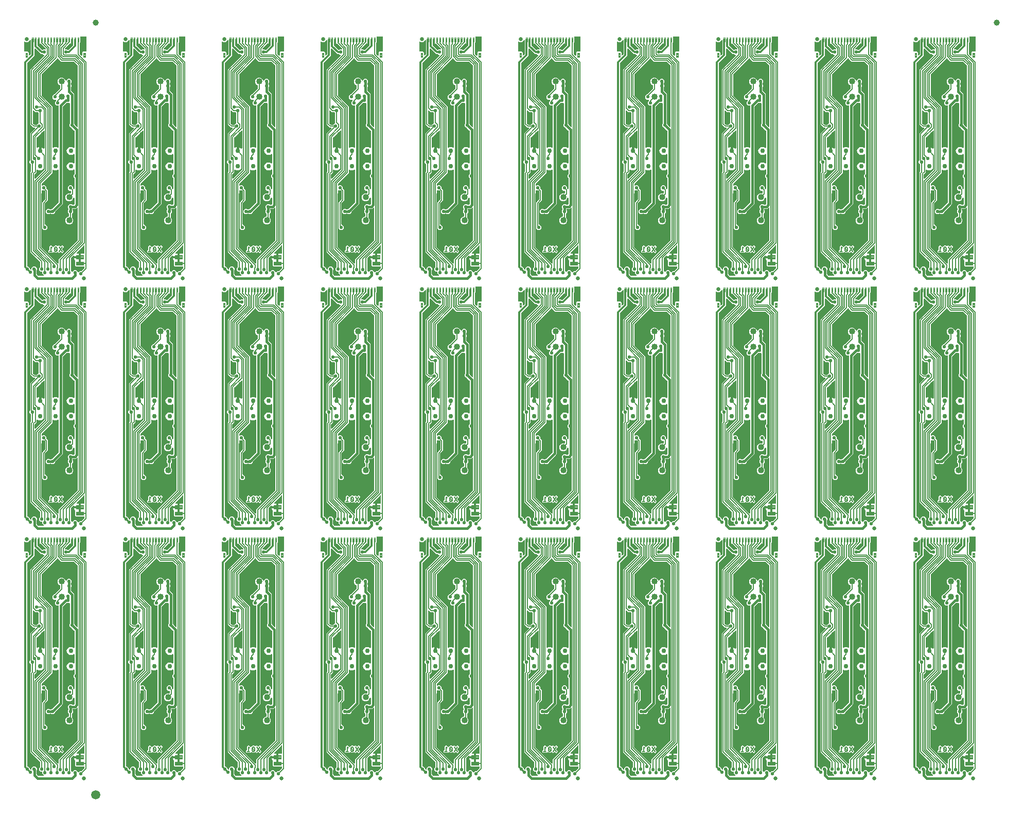
<source format=gbl>
G04 EAGLE Gerber RS-274X export*
G75*
%MOMM*%
%FSLAX34Y34*%
%LPD*%
%INBottom Copper*%
%IPPOS*%
%AMOC8*
5,1,8,0,0,1.08239X$1,22.5*%
G01*
%ADD10C,0.127000*%
%ADD11C,0.635000*%
%ADD12C,0.102000*%
%ADD13C,0.100000*%
%ADD14C,0.099059*%
%ADD15C,1.016000*%
%ADD16C,0.762000*%
%ADD17C,1.000000*%
%ADD18C,1.500000*%
%ADD19C,0.152400*%
%ADD20C,0.554000*%
%ADD21C,0.304800*%
%ADD22C,0.406400*%

G36*
X57745Y442380D02*
X57745Y442380D01*
X57774Y442379D01*
X57884Y442408D01*
X57995Y442430D01*
X58021Y442444D01*
X58049Y442451D01*
X58147Y442509D01*
X58247Y442561D01*
X58269Y442581D01*
X58294Y442596D01*
X58371Y442679D01*
X58453Y442757D01*
X58468Y442782D01*
X58488Y442804D01*
X58540Y442904D01*
X58597Y443002D01*
X58604Y443031D01*
X58618Y443057D01*
X58631Y443134D01*
X58667Y443278D01*
X58665Y443340D01*
X58673Y443388D01*
X58673Y449046D01*
X60310Y450683D01*
X89745Y480118D01*
X89797Y480188D01*
X89857Y480252D01*
X89883Y480301D01*
X89916Y480345D01*
X89947Y480427D01*
X89987Y480505D01*
X89995Y480552D01*
X90017Y480611D01*
X90029Y480758D01*
X90042Y480836D01*
X90042Y532776D01*
X90038Y532805D01*
X90041Y532835D01*
X90018Y532946D01*
X90002Y533058D01*
X89990Y533084D01*
X89985Y533113D01*
X89932Y533214D01*
X89886Y533317D01*
X89867Y533340D01*
X89854Y533366D01*
X89776Y533448D01*
X89703Y533534D01*
X89678Y533550D01*
X89658Y533572D01*
X89560Y533629D01*
X89466Y533692D01*
X89438Y533701D01*
X89413Y533715D01*
X89303Y533743D01*
X89195Y533778D01*
X89165Y533778D01*
X89137Y533786D01*
X89024Y533782D01*
X88911Y533785D01*
X88882Y533777D01*
X88853Y533776D01*
X88745Y533742D01*
X88636Y533713D01*
X88610Y533698D01*
X88582Y533689D01*
X88518Y533643D01*
X88391Y533568D01*
X88348Y533522D01*
X88309Y533494D01*
X86881Y532066D01*
X82677Y532066D01*
X82619Y532058D01*
X82561Y532059D01*
X82479Y532038D01*
X82395Y532026D01*
X82342Y532002D01*
X82286Y531987D01*
X82213Y531944D01*
X82136Y531910D01*
X82091Y531872D01*
X82041Y531842D01*
X81983Y531780D01*
X81919Y531726D01*
X81887Y531677D01*
X81847Y531635D01*
X81808Y531560D01*
X81761Y531489D01*
X81744Y531434D01*
X81717Y531382D01*
X81706Y531314D01*
X81676Y531218D01*
X81673Y531119D01*
X81662Y531051D01*
X81662Y530940D01*
X81674Y530853D01*
X81677Y530766D01*
X81694Y530713D01*
X81702Y530658D01*
X81737Y530579D01*
X81764Y530495D01*
X81792Y530456D01*
X81818Y530399D01*
X81914Y530286D01*
X81959Y530222D01*
X82400Y529781D01*
X82400Y526224D01*
X80689Y524513D01*
X80637Y524443D01*
X80577Y524379D01*
X80551Y524330D01*
X80518Y524286D01*
X80487Y524204D01*
X80447Y524126D01*
X80439Y524079D01*
X80417Y524020D01*
X80405Y523872D01*
X80392Y523795D01*
X80392Y518649D01*
X80404Y518563D01*
X80407Y518475D01*
X80424Y518423D01*
X80432Y518368D01*
X80467Y518288D01*
X80494Y518205D01*
X80522Y518166D01*
X80548Y518108D01*
X80644Y517995D01*
X80689Y517931D01*
X81799Y516821D01*
X82805Y514394D01*
X82805Y511766D01*
X81799Y509339D01*
X79941Y507481D01*
X77514Y506475D01*
X74886Y506475D01*
X72459Y507481D01*
X70601Y509339D01*
X69595Y511766D01*
X69595Y514394D01*
X70601Y516821D01*
X72459Y518679D01*
X74903Y519692D01*
X74919Y519691D01*
X75001Y519713D01*
X75085Y519725D01*
X75138Y519748D01*
X75194Y519763D01*
X75267Y519806D01*
X75344Y519841D01*
X75389Y519879D01*
X75439Y519908D01*
X75497Y519970D01*
X75561Y520024D01*
X75593Y520073D01*
X75633Y520116D01*
X75672Y520191D01*
X75719Y520261D01*
X75736Y520317D01*
X75763Y520369D01*
X75774Y520437D01*
X75804Y520532D01*
X75807Y520632D01*
X75818Y520700D01*
X75818Y523795D01*
X75806Y523882D01*
X75803Y523969D01*
X75786Y524022D01*
X75778Y524077D01*
X75743Y524156D01*
X75716Y524240D01*
X75688Y524279D01*
X75662Y524336D01*
X75566Y524449D01*
X75521Y524513D01*
X73810Y526224D01*
X73810Y529781D01*
X74251Y530222D01*
X74303Y530292D01*
X74363Y530356D01*
X74389Y530405D01*
X74422Y530449D01*
X74453Y530531D01*
X74493Y530609D01*
X74501Y530656D01*
X74523Y530715D01*
X74535Y530863D01*
X74548Y530940D01*
X74548Y532685D01*
X74536Y532772D01*
X74533Y532859D01*
X74516Y532912D01*
X74508Y532967D01*
X74473Y533046D01*
X74446Y533130D01*
X74418Y533169D01*
X74392Y533226D01*
X74296Y533339D01*
X74251Y533403D01*
X73810Y533844D01*
X73810Y537401D01*
X76326Y539917D01*
X79884Y539917D01*
X80325Y539477D01*
X80394Y539424D01*
X80458Y539364D01*
X80508Y539339D01*
X80552Y539306D01*
X80633Y539275D01*
X80711Y539235D01*
X80759Y539227D01*
X80817Y539204D01*
X80965Y539192D01*
X81042Y539179D01*
X83514Y539179D01*
X83600Y539191D01*
X83688Y539194D01*
X83740Y539211D01*
X83795Y539219D01*
X83875Y539255D01*
X83958Y539282D01*
X83998Y539310D01*
X84055Y539335D01*
X84168Y539431D01*
X84232Y539477D01*
X84411Y539656D01*
X84463Y539726D01*
X84523Y539790D01*
X84549Y539839D01*
X84582Y539883D01*
X84613Y539965D01*
X84653Y540043D01*
X84661Y540090D01*
X84683Y540149D01*
X84694Y540280D01*
X84694Y540281D01*
X84694Y540286D01*
X84695Y540296D01*
X84708Y540374D01*
X84708Y549358D01*
X84696Y549443D01*
X84694Y549529D01*
X84676Y549583D01*
X84668Y549639D01*
X84633Y549718D01*
X84607Y549800D01*
X84575Y549847D01*
X84552Y549899D01*
X84497Y549964D01*
X84449Y550036D01*
X84405Y550072D01*
X84369Y550116D01*
X84297Y550163D01*
X84231Y550219D01*
X84179Y550242D01*
X84132Y550273D01*
X84050Y550299D01*
X83971Y550334D01*
X83915Y550342D01*
X83861Y550359D01*
X83775Y550361D01*
X83690Y550373D01*
X83634Y550365D01*
X83577Y550366D01*
X83494Y550345D01*
X83408Y550332D01*
X83357Y550309D01*
X83302Y550295D01*
X83228Y550251D01*
X83149Y550215D01*
X83106Y550178D01*
X83057Y550149D01*
X82998Y550087D01*
X82933Y550031D01*
X82907Y549989D01*
X82863Y549942D01*
X82797Y549813D01*
X82755Y549746D01*
X81799Y547439D01*
X79941Y545581D01*
X77514Y544575D01*
X74886Y544575D01*
X72459Y545581D01*
X70601Y547439D01*
X69595Y549866D01*
X69595Y552494D01*
X70601Y554921D01*
X72459Y556779D01*
X74886Y557785D01*
X77514Y557785D01*
X77589Y557753D01*
X77700Y557725D01*
X77810Y557690D01*
X77838Y557689D01*
X77865Y557682D01*
X77979Y557686D01*
X78094Y557683D01*
X78121Y557690D01*
X78149Y557691D01*
X78258Y557726D01*
X78369Y557755D01*
X78393Y557769D01*
X78420Y557777D01*
X78515Y557841D01*
X78614Y557900D01*
X78633Y557920D01*
X78656Y557935D01*
X78730Y558023D01*
X78808Y558107D01*
X78821Y558132D01*
X78839Y558153D01*
X78886Y558258D01*
X78938Y558360D01*
X78942Y558385D01*
X78954Y558413D01*
X78970Y558526D01*
X78979Y558556D01*
X78980Y558602D01*
X78991Y558677D01*
X78993Y558691D01*
X78993Y561110D01*
X78985Y561168D01*
X78987Y561226D01*
X78965Y561308D01*
X78953Y561392D01*
X78930Y561445D01*
X78915Y561501D01*
X78872Y561574D01*
X78837Y561651D01*
X78799Y561696D01*
X78770Y561746D01*
X78708Y561804D01*
X78654Y561868D01*
X78605Y561900D01*
X78562Y561940D01*
X78487Y561979D01*
X78417Y562026D01*
X78361Y562043D01*
X78309Y562070D01*
X78241Y562081D01*
X78146Y562111D01*
X78046Y562114D01*
X77978Y562125D01*
X76326Y562125D01*
X73810Y564641D01*
X73810Y568199D01*
X76326Y570715D01*
X79884Y570715D01*
X82400Y568199D01*
X82400Y565780D01*
X82407Y565730D01*
X82406Y565714D01*
X82412Y565692D01*
X82415Y565606D01*
X82432Y565553D01*
X82440Y565498D01*
X82475Y565419D01*
X82502Y565335D01*
X82530Y565296D01*
X82556Y565239D01*
X82652Y565126D01*
X82697Y565062D01*
X82975Y564784D01*
X82999Y564766D01*
X83018Y564744D01*
X83112Y564681D01*
X83202Y564613D01*
X83230Y564602D01*
X83254Y564586D01*
X83362Y564552D01*
X83468Y564512D01*
X83497Y564509D01*
X83525Y564500D01*
X83638Y564497D01*
X83751Y564488D01*
X83780Y564494D01*
X83809Y564493D01*
X83919Y564522D01*
X84030Y564544D01*
X84056Y564558D01*
X84084Y564565D01*
X84182Y564623D01*
X84282Y564675D01*
X84304Y564695D01*
X84329Y564710D01*
X84406Y564793D01*
X84488Y564871D01*
X84503Y564896D01*
X84523Y564917D01*
X84575Y565018D01*
X84632Y565116D01*
X84639Y565145D01*
X84653Y565171D01*
X84666Y565248D01*
X84702Y565392D01*
X84700Y565454D01*
X84708Y565502D01*
X84708Y582430D01*
X84696Y582516D01*
X84693Y582604D01*
X84676Y582656D01*
X84668Y582711D01*
X84633Y582791D01*
X84606Y582874D01*
X84578Y582913D01*
X84552Y582970D01*
X84456Y583084D01*
X84411Y583147D01*
X83232Y584326D01*
X83232Y587884D01*
X84411Y589063D01*
X84463Y589132D01*
X84523Y589196D01*
X84549Y589246D01*
X84582Y589290D01*
X84613Y589371D01*
X84653Y589449D01*
X84661Y589497D01*
X84683Y589555D01*
X84695Y589703D01*
X84708Y589780D01*
X84708Y596024D01*
X84695Y596115D01*
X84692Y596207D01*
X84676Y596255D01*
X84668Y596305D01*
X84631Y596389D01*
X84602Y596476D01*
X84573Y596518D01*
X84552Y596564D01*
X84493Y596635D01*
X84441Y596711D01*
X84401Y596743D01*
X84369Y596781D01*
X84292Y596832D01*
X84221Y596891D01*
X84174Y596911D01*
X84132Y596939D01*
X84044Y596967D01*
X83960Y597003D01*
X83909Y597010D01*
X83861Y597025D01*
X83769Y597027D01*
X83678Y597039D01*
X83627Y597031D01*
X83577Y597032D01*
X83488Y597009D01*
X83397Y596995D01*
X83357Y596975D01*
X83302Y596960D01*
X83165Y596879D01*
X83096Y596845D01*
X80922Y595265D01*
X76558Y595265D01*
X73028Y597830D01*
X71680Y601980D01*
X73028Y606130D01*
X76558Y608695D01*
X80922Y608695D01*
X83096Y607115D01*
X83177Y607072D01*
X83254Y607021D01*
X83303Y607006D01*
X83347Y606982D01*
X83437Y606963D01*
X83525Y606935D01*
X83576Y606934D01*
X83626Y606923D01*
X83717Y606930D01*
X83809Y606928D01*
X83859Y606941D01*
X83909Y606944D01*
X83995Y606976D01*
X84084Y607000D01*
X84128Y607026D01*
X84176Y607043D01*
X84250Y607098D01*
X84329Y607145D01*
X84364Y607182D01*
X84404Y607212D01*
X84460Y607285D01*
X84523Y607352D01*
X84547Y607398D01*
X84577Y607438D01*
X84611Y607523D01*
X84653Y607605D01*
X84660Y607649D01*
X84681Y607702D01*
X84696Y607861D01*
X84708Y607936D01*
X84708Y621424D01*
X84695Y621515D01*
X84692Y621607D01*
X84676Y621655D01*
X84668Y621705D01*
X84631Y621789D01*
X84602Y621876D01*
X84573Y621918D01*
X84552Y621964D01*
X84493Y622035D01*
X84441Y622111D01*
X84401Y622143D01*
X84369Y622181D01*
X84292Y622232D01*
X84221Y622291D01*
X84174Y622311D01*
X84132Y622339D01*
X84044Y622367D01*
X83960Y622403D01*
X83909Y622410D01*
X83861Y622425D01*
X83769Y622427D01*
X83678Y622439D01*
X83627Y622431D01*
X83577Y622432D01*
X83488Y622409D01*
X83397Y622395D01*
X83357Y622375D01*
X83302Y622360D01*
X83165Y622279D01*
X83096Y622245D01*
X80922Y620665D01*
X76558Y620665D01*
X73028Y623230D01*
X71680Y627380D01*
X73028Y631530D01*
X76558Y634095D01*
X80922Y634095D01*
X83096Y632515D01*
X83177Y632472D01*
X83254Y632421D01*
X83303Y632406D01*
X83347Y632382D01*
X83437Y632363D01*
X83525Y632335D01*
X83576Y632334D01*
X83626Y632323D01*
X83717Y632330D01*
X83809Y632328D01*
X83859Y632341D01*
X83909Y632344D01*
X83995Y632376D01*
X84084Y632400D01*
X84128Y632426D01*
X84176Y632443D01*
X84250Y632498D01*
X84329Y632545D01*
X84364Y632582D01*
X84404Y632612D01*
X84460Y632685D01*
X84523Y632752D01*
X84547Y632798D01*
X84577Y632838D01*
X84611Y632923D01*
X84653Y633005D01*
X84660Y633049D01*
X84681Y633102D01*
X84696Y633261D01*
X84708Y633336D01*
X84708Y660411D01*
X84696Y660498D01*
X84693Y660585D01*
X84676Y660638D01*
X84668Y660693D01*
X84633Y660773D01*
X84606Y660856D01*
X84578Y660895D01*
X84552Y660952D01*
X84456Y661065D01*
X84411Y661129D01*
X80207Y665333D01*
X80137Y665385D01*
X80073Y665445D01*
X80024Y665471D01*
X79980Y665504D01*
X79898Y665535D01*
X79820Y665575D01*
X79773Y665583D01*
X79714Y665605D01*
X79567Y665617D01*
X79489Y665630D01*
X78866Y665630D01*
X76350Y668146D01*
X76350Y671704D01*
X76791Y672145D01*
X76843Y672214D01*
X76903Y672278D01*
X76929Y672328D01*
X76962Y672372D01*
X76993Y672453D01*
X77033Y672531D01*
X77041Y672579D01*
X77063Y672637D01*
X77075Y672785D01*
X77088Y672862D01*
X77088Y705469D01*
X77084Y705498D01*
X77087Y705527D01*
X77064Y705638D01*
X77048Y705750D01*
X77036Y705777D01*
X77031Y705806D01*
X76978Y705906D01*
X76932Y706009D01*
X76913Y706032D01*
X76900Y706058D01*
X76822Y706140D01*
X76749Y706226D01*
X76724Y706243D01*
X76704Y706264D01*
X76606Y706321D01*
X76512Y706384D01*
X76484Y706393D01*
X76459Y706408D01*
X76349Y706436D01*
X76241Y706470D01*
X76212Y706471D01*
X76183Y706478D01*
X76070Y706474D01*
X75957Y706477D01*
X75928Y706470D01*
X75899Y706469D01*
X75791Y706434D01*
X75682Y706405D01*
X75656Y706390D01*
X75628Y706381D01*
X75565Y706336D01*
X75454Y706270D01*
X71641Y706270D01*
X71554Y706258D01*
X71467Y706255D01*
X71414Y706238D01*
X71359Y706230D01*
X71279Y706195D01*
X71196Y706168D01*
X71157Y706140D01*
X71100Y706114D01*
X70987Y706018D01*
X70923Y705973D01*
X66084Y701134D01*
X66032Y701064D01*
X65972Y701000D01*
X65946Y700951D01*
X65913Y700907D01*
X65882Y700825D01*
X65842Y700747D01*
X65834Y700700D01*
X65812Y700641D01*
X65800Y700494D01*
X65787Y700416D01*
X65787Y540182D01*
X52852Y527247D01*
X52800Y527177D01*
X52740Y527113D01*
X52714Y527064D01*
X52681Y527020D01*
X52650Y526938D01*
X52610Y526860D01*
X52602Y526813D01*
X52580Y526754D01*
X52568Y526607D01*
X52555Y526529D01*
X52555Y525906D01*
X50039Y523390D01*
X46481Y523390D01*
X46040Y523831D01*
X45971Y523883D01*
X45907Y523943D01*
X45857Y523969D01*
X45813Y524002D01*
X45732Y524033D01*
X45654Y524073D01*
X45606Y524081D01*
X45548Y524103D01*
X45400Y524115D01*
X45323Y524128D01*
X44847Y524128D01*
X44761Y524116D01*
X44673Y524113D01*
X44621Y524096D01*
X44566Y524088D01*
X44486Y524053D01*
X44403Y524026D01*
X44364Y523998D01*
X44307Y523972D01*
X44193Y523876D01*
X44130Y523831D01*
X43689Y523390D01*
X40131Y523390D01*
X37817Y525704D01*
X37794Y525722D01*
X37775Y525744D01*
X37681Y525807D01*
X37590Y525875D01*
X37563Y525885D01*
X37538Y525902D01*
X37430Y525936D01*
X37325Y525976D01*
X37295Y525979D01*
X37267Y525987D01*
X37154Y525990D01*
X37041Y526000D01*
X37013Y525994D01*
X36983Y525995D01*
X36874Y525966D01*
X36762Y525944D01*
X36736Y525930D01*
X36708Y525923D01*
X36611Y525865D01*
X36510Y525813D01*
X36489Y525793D01*
X36464Y525778D01*
X36386Y525695D01*
X36304Y525617D01*
X36289Y525592D01*
X36269Y525570D01*
X36218Y525469D01*
X36160Y525372D01*
X36153Y525343D01*
X36140Y525317D01*
X36127Y525240D01*
X36090Y525096D01*
X36092Y525034D01*
X36084Y524986D01*
X36084Y506960D01*
X36092Y506902D01*
X36091Y506844D01*
X36112Y506762D01*
X36124Y506678D01*
X36148Y506625D01*
X36163Y506569D01*
X36206Y506496D01*
X36240Y506419D01*
X36278Y506374D01*
X36308Y506324D01*
X36370Y506266D01*
X36424Y506202D01*
X36473Y506170D01*
X36515Y506130D01*
X36590Y506091D01*
X36661Y506044D01*
X36716Y506027D01*
X36768Y506000D01*
X36836Y505989D01*
X36932Y505959D01*
X37031Y505956D01*
X37099Y505945D01*
X37521Y505945D01*
X40037Y503429D01*
X40037Y499871D01*
X37521Y497355D01*
X33963Y497355D01*
X32166Y499152D01*
X32142Y499170D01*
X32123Y499192D01*
X32029Y499255D01*
X31939Y499323D01*
X31911Y499334D01*
X31887Y499350D01*
X31779Y499384D01*
X31673Y499425D01*
X31644Y499427D01*
X31616Y499436D01*
X31502Y499439D01*
X31390Y499448D01*
X31361Y499442D01*
X31332Y499443D01*
X31222Y499415D01*
X31111Y499392D01*
X31085Y499379D01*
X31057Y499371D01*
X30959Y499313D01*
X30859Y499261D01*
X30837Y499241D01*
X30812Y499226D01*
X30735Y499144D01*
X30653Y499065D01*
X30638Y499040D01*
X30618Y499019D01*
X30566Y498918D01*
X30509Y498820D01*
X30502Y498792D01*
X30488Y498766D01*
X30475Y498688D01*
X30439Y498545D01*
X30441Y498482D01*
X30433Y498435D01*
X30433Y469598D01*
X30445Y469511D01*
X30448Y469424D01*
X30465Y469371D01*
X30473Y469316D01*
X30508Y469236D01*
X30535Y469153D01*
X30563Y469114D01*
X30589Y469057D01*
X30685Y468944D01*
X30730Y468880D01*
X56940Y442670D01*
X56964Y442652D01*
X56983Y442630D01*
X57077Y442567D01*
X57167Y442499D01*
X57195Y442489D01*
X57219Y442472D01*
X57327Y442438D01*
X57433Y442398D01*
X57462Y442395D01*
X57490Y442386D01*
X57604Y442384D01*
X57716Y442374D01*
X57745Y442380D01*
G37*
G36*
X870545Y442380D02*
X870545Y442380D01*
X870574Y442379D01*
X870684Y442408D01*
X870795Y442430D01*
X870821Y442444D01*
X870849Y442451D01*
X870947Y442509D01*
X871047Y442561D01*
X871069Y442581D01*
X871094Y442596D01*
X871171Y442679D01*
X871253Y442757D01*
X871268Y442782D01*
X871288Y442804D01*
X871340Y442904D01*
X871397Y443002D01*
X871404Y443031D01*
X871418Y443057D01*
X871431Y443134D01*
X871467Y443278D01*
X871465Y443340D01*
X871473Y443388D01*
X871473Y449046D01*
X902545Y480118D01*
X902597Y480188D01*
X902657Y480252D01*
X902683Y480301D01*
X902716Y480345D01*
X902747Y480427D01*
X902787Y480505D01*
X902795Y480552D01*
X902817Y480611D01*
X902829Y480759D01*
X902842Y480836D01*
X902842Y532776D01*
X902838Y532805D01*
X902841Y532835D01*
X902818Y532946D01*
X902802Y533058D01*
X902790Y533084D01*
X902785Y533113D01*
X902732Y533214D01*
X902686Y533317D01*
X902667Y533340D01*
X902654Y533366D01*
X902576Y533448D01*
X902503Y533534D01*
X902478Y533550D01*
X902458Y533572D01*
X902360Y533629D01*
X902266Y533692D01*
X902238Y533701D01*
X902213Y533715D01*
X902103Y533743D01*
X901995Y533778D01*
X901965Y533778D01*
X901937Y533786D01*
X901824Y533782D01*
X901711Y533785D01*
X901682Y533777D01*
X901653Y533776D01*
X901545Y533742D01*
X901436Y533713D01*
X901410Y533698D01*
X901382Y533689D01*
X901318Y533643D01*
X901191Y533568D01*
X901148Y533522D01*
X901109Y533494D01*
X899681Y532066D01*
X895477Y532066D01*
X895419Y532058D01*
X895361Y532059D01*
X895279Y532038D01*
X895195Y532026D01*
X895142Y532002D01*
X895086Y531987D01*
X895013Y531944D01*
X894936Y531910D01*
X894891Y531872D01*
X894841Y531842D01*
X894783Y531780D01*
X894719Y531726D01*
X894687Y531677D01*
X894647Y531635D01*
X894608Y531560D01*
X894561Y531489D01*
X894544Y531434D01*
X894517Y531382D01*
X894506Y531314D01*
X894476Y531218D01*
X894473Y531119D01*
X894462Y531051D01*
X894462Y530940D01*
X894474Y530853D01*
X894477Y530766D01*
X894494Y530713D01*
X894502Y530658D01*
X894537Y530579D01*
X894564Y530495D01*
X894592Y530456D01*
X894618Y530399D01*
X894714Y530286D01*
X894759Y530222D01*
X895200Y529781D01*
X895200Y526224D01*
X893489Y524513D01*
X893437Y524443D01*
X893377Y524379D01*
X893351Y524330D01*
X893318Y524286D01*
X893287Y524204D01*
X893247Y524126D01*
X893239Y524079D01*
X893217Y524020D01*
X893205Y523872D01*
X893192Y523795D01*
X893192Y518649D01*
X893204Y518563D01*
X893207Y518475D01*
X893224Y518423D01*
X893232Y518368D01*
X893267Y518288D01*
X893294Y518205D01*
X893322Y518166D01*
X893348Y518108D01*
X893444Y517995D01*
X893489Y517931D01*
X894599Y516821D01*
X895605Y514394D01*
X895605Y511766D01*
X894599Y509339D01*
X892741Y507481D01*
X890314Y506475D01*
X887686Y506475D01*
X885259Y507481D01*
X883401Y509339D01*
X882395Y511766D01*
X882395Y514394D01*
X883401Y516821D01*
X885259Y518679D01*
X887703Y519692D01*
X887719Y519691D01*
X887801Y519713D01*
X887885Y519725D01*
X887938Y519748D01*
X887994Y519763D01*
X888067Y519806D01*
X888144Y519841D01*
X888189Y519879D01*
X888239Y519908D01*
X888297Y519970D01*
X888361Y520024D01*
X888393Y520073D01*
X888433Y520116D01*
X888472Y520191D01*
X888519Y520261D01*
X888536Y520317D01*
X888563Y520369D01*
X888574Y520437D01*
X888604Y520532D01*
X888607Y520632D01*
X888618Y520700D01*
X888618Y523795D01*
X888606Y523882D01*
X888603Y523969D01*
X888586Y524022D01*
X888578Y524077D01*
X888543Y524156D01*
X888516Y524240D01*
X888488Y524279D01*
X888462Y524336D01*
X888366Y524449D01*
X888321Y524513D01*
X886610Y526224D01*
X886610Y529781D01*
X887051Y530222D01*
X887103Y530292D01*
X887163Y530356D01*
X887189Y530405D01*
X887222Y530449D01*
X887253Y530531D01*
X887293Y530609D01*
X887301Y530656D01*
X887323Y530715D01*
X887335Y530863D01*
X887348Y530940D01*
X887348Y532685D01*
X887336Y532772D01*
X887333Y532859D01*
X887316Y532912D01*
X887308Y532967D01*
X887273Y533046D01*
X887246Y533130D01*
X887218Y533169D01*
X887192Y533226D01*
X887096Y533339D01*
X887051Y533403D01*
X886610Y533844D01*
X886610Y537401D01*
X889126Y539917D01*
X892684Y539917D01*
X893125Y539477D01*
X893194Y539424D01*
X893258Y539364D01*
X893308Y539339D01*
X893352Y539306D01*
X893434Y539275D01*
X893511Y539235D01*
X893559Y539227D01*
X893617Y539204D01*
X893765Y539192D01*
X893842Y539179D01*
X896314Y539179D01*
X896400Y539191D01*
X896488Y539194D01*
X896540Y539211D01*
X896595Y539219D01*
X896675Y539255D01*
X896758Y539282D01*
X896798Y539310D01*
X896855Y539335D01*
X896968Y539431D01*
X897032Y539477D01*
X897211Y539656D01*
X897263Y539726D01*
X897323Y539790D01*
X897349Y539839D01*
X897382Y539883D01*
X897413Y539965D01*
X897453Y540043D01*
X897461Y540090D01*
X897483Y540149D01*
X897494Y540280D01*
X897494Y540281D01*
X897494Y540286D01*
X897495Y540296D01*
X897508Y540374D01*
X897508Y549358D01*
X897496Y549443D01*
X897494Y549529D01*
X897476Y549583D01*
X897468Y549639D01*
X897433Y549718D01*
X897407Y549800D01*
X897375Y549847D01*
X897352Y549899D01*
X897297Y549964D01*
X897249Y550036D01*
X897205Y550072D01*
X897169Y550116D01*
X897097Y550163D01*
X897031Y550219D01*
X896979Y550242D01*
X896932Y550273D01*
X896850Y550299D01*
X896771Y550334D01*
X896715Y550342D01*
X896661Y550359D01*
X896575Y550361D01*
X896490Y550373D01*
X896434Y550365D01*
X896377Y550366D01*
X896294Y550345D01*
X896208Y550332D01*
X896157Y550309D01*
X896102Y550295D01*
X896028Y550251D01*
X895949Y550215D01*
X895906Y550178D01*
X895857Y550149D01*
X895798Y550087D01*
X895733Y550031D01*
X895707Y549989D01*
X895663Y549942D01*
X895597Y549813D01*
X895555Y549746D01*
X894599Y547439D01*
X892741Y545581D01*
X890314Y544575D01*
X887686Y544575D01*
X885259Y545581D01*
X883401Y547439D01*
X882395Y549866D01*
X882395Y552494D01*
X883401Y554921D01*
X885259Y556779D01*
X887686Y557785D01*
X890314Y557785D01*
X890389Y557753D01*
X890500Y557725D01*
X890610Y557690D01*
X890638Y557689D01*
X890665Y557682D01*
X890779Y557686D01*
X890894Y557683D01*
X890921Y557690D01*
X890949Y557691D01*
X891058Y557726D01*
X891169Y557755D01*
X891193Y557769D01*
X891220Y557777D01*
X891315Y557841D01*
X891414Y557900D01*
X891433Y557920D01*
X891456Y557935D01*
X891530Y558023D01*
X891608Y558107D01*
X891621Y558132D01*
X891639Y558153D01*
X891686Y558258D01*
X891738Y558360D01*
X891742Y558385D01*
X891754Y558413D01*
X891770Y558526D01*
X891779Y558556D01*
X891780Y558602D01*
X891791Y558677D01*
X891793Y558691D01*
X891793Y561110D01*
X891785Y561168D01*
X891787Y561226D01*
X891765Y561308D01*
X891753Y561392D01*
X891730Y561445D01*
X891715Y561501D01*
X891672Y561574D01*
X891637Y561651D01*
X891599Y561696D01*
X891570Y561746D01*
X891508Y561804D01*
X891454Y561868D01*
X891405Y561900D01*
X891362Y561940D01*
X891287Y561979D01*
X891217Y562026D01*
X891161Y562043D01*
X891109Y562070D01*
X891041Y562081D01*
X890946Y562111D01*
X890846Y562114D01*
X890778Y562125D01*
X889126Y562125D01*
X886610Y564641D01*
X886610Y568199D01*
X889126Y570715D01*
X892684Y570715D01*
X895200Y568199D01*
X895200Y565780D01*
X895207Y565730D01*
X895206Y565714D01*
X895212Y565692D01*
X895215Y565606D01*
X895232Y565553D01*
X895240Y565498D01*
X895275Y565419D01*
X895302Y565335D01*
X895330Y565296D01*
X895356Y565239D01*
X895452Y565126D01*
X895497Y565062D01*
X895775Y564784D01*
X895799Y564766D01*
X895818Y564744D01*
X895912Y564681D01*
X896002Y564613D01*
X896030Y564602D01*
X896054Y564586D01*
X896162Y564552D01*
X896268Y564512D01*
X896297Y564509D01*
X896325Y564500D01*
X896438Y564497D01*
X896551Y564488D01*
X896580Y564494D01*
X896609Y564493D01*
X896719Y564522D01*
X896830Y564544D01*
X896856Y564558D01*
X896884Y564565D01*
X896982Y564623D01*
X897082Y564675D01*
X897104Y564695D01*
X897129Y564710D01*
X897206Y564793D01*
X897288Y564871D01*
X897303Y564896D01*
X897323Y564917D01*
X897375Y565018D01*
X897432Y565116D01*
X897439Y565145D01*
X897453Y565171D01*
X897466Y565248D01*
X897502Y565392D01*
X897500Y565454D01*
X897508Y565502D01*
X897508Y582430D01*
X897496Y582516D01*
X897493Y582604D01*
X897476Y582656D01*
X897468Y582711D01*
X897433Y582791D01*
X897406Y582874D01*
X897378Y582913D01*
X897352Y582970D01*
X897256Y583084D01*
X897211Y583147D01*
X896032Y584326D01*
X896032Y587884D01*
X897211Y589063D01*
X897263Y589132D01*
X897323Y589196D01*
X897349Y589246D01*
X897382Y589290D01*
X897413Y589372D01*
X897453Y589449D01*
X897461Y589497D01*
X897483Y589555D01*
X897495Y589703D01*
X897508Y589780D01*
X897508Y596024D01*
X897495Y596115D01*
X897492Y596207D01*
X897476Y596255D01*
X897468Y596305D01*
X897431Y596389D01*
X897402Y596476D01*
X897373Y596518D01*
X897352Y596564D01*
X897293Y596635D01*
X897241Y596711D01*
X897201Y596743D01*
X897169Y596781D01*
X897092Y596832D01*
X897021Y596891D01*
X896974Y596911D01*
X896932Y596939D01*
X896844Y596967D01*
X896760Y597003D01*
X896709Y597010D01*
X896661Y597025D01*
X896569Y597027D01*
X896478Y597039D01*
X896427Y597031D01*
X896377Y597032D01*
X896288Y597009D01*
X896197Y596995D01*
X896157Y596975D01*
X896102Y596960D01*
X895965Y596879D01*
X895896Y596845D01*
X893722Y595265D01*
X889358Y595265D01*
X885828Y597830D01*
X884480Y601980D01*
X885828Y606130D01*
X889358Y608695D01*
X893722Y608695D01*
X895896Y607115D01*
X895977Y607072D01*
X896054Y607021D01*
X896103Y607006D01*
X896147Y606982D01*
X896237Y606963D01*
X896325Y606935D01*
X896376Y606934D01*
X896426Y606923D01*
X896517Y606930D01*
X896609Y606928D01*
X896659Y606941D01*
X896709Y606944D01*
X896795Y606976D01*
X896884Y607000D01*
X896928Y607026D01*
X896976Y607043D01*
X897050Y607098D01*
X897129Y607145D01*
X897164Y607182D01*
X897204Y607212D01*
X897260Y607285D01*
X897323Y607352D01*
X897347Y607398D01*
X897377Y607438D01*
X897411Y607523D01*
X897453Y607605D01*
X897460Y607649D01*
X897481Y607702D01*
X897496Y607861D01*
X897508Y607936D01*
X897508Y621424D01*
X897495Y621515D01*
X897492Y621607D01*
X897476Y621655D01*
X897468Y621705D01*
X897431Y621789D01*
X897402Y621876D01*
X897373Y621918D01*
X897352Y621964D01*
X897293Y622035D01*
X897241Y622111D01*
X897201Y622143D01*
X897169Y622181D01*
X897092Y622232D01*
X897021Y622291D01*
X896974Y622311D01*
X896932Y622339D01*
X896844Y622367D01*
X896760Y622403D01*
X896709Y622410D01*
X896661Y622425D01*
X896569Y622427D01*
X896478Y622439D01*
X896427Y622431D01*
X896377Y622432D01*
X896288Y622409D01*
X896197Y622395D01*
X896157Y622375D01*
X896102Y622360D01*
X895965Y622279D01*
X895896Y622245D01*
X893722Y620665D01*
X889358Y620665D01*
X885828Y623230D01*
X884480Y627380D01*
X885828Y631530D01*
X889358Y634095D01*
X893722Y634095D01*
X895896Y632515D01*
X895977Y632472D01*
X896054Y632421D01*
X896103Y632406D01*
X896147Y632382D01*
X896237Y632363D01*
X896325Y632335D01*
X896376Y632334D01*
X896426Y632323D01*
X896517Y632330D01*
X896609Y632328D01*
X896659Y632341D01*
X896709Y632344D01*
X896795Y632376D01*
X896884Y632400D01*
X896928Y632426D01*
X896976Y632443D01*
X897050Y632498D01*
X897129Y632545D01*
X897164Y632582D01*
X897204Y632612D01*
X897260Y632685D01*
X897323Y632752D01*
X897347Y632798D01*
X897377Y632838D01*
X897411Y632923D01*
X897453Y633005D01*
X897460Y633049D01*
X897481Y633102D01*
X897496Y633261D01*
X897508Y633336D01*
X897508Y660411D01*
X897496Y660498D01*
X897493Y660585D01*
X897476Y660638D01*
X897468Y660693D01*
X897433Y660773D01*
X897406Y660856D01*
X897378Y660895D01*
X897352Y660952D01*
X897256Y661065D01*
X897211Y661129D01*
X893007Y665333D01*
X892937Y665385D01*
X892873Y665445D01*
X892824Y665471D01*
X892780Y665504D01*
X892698Y665535D01*
X892620Y665575D01*
X892573Y665583D01*
X892514Y665605D01*
X892367Y665617D01*
X892289Y665630D01*
X891666Y665630D01*
X889150Y668146D01*
X889150Y671704D01*
X889591Y672145D01*
X889643Y672214D01*
X889703Y672278D01*
X889729Y672328D01*
X889762Y672372D01*
X889793Y672453D01*
X889833Y672531D01*
X889841Y672579D01*
X889863Y672637D01*
X889875Y672785D01*
X889888Y672862D01*
X889888Y705469D01*
X889884Y705498D01*
X889887Y705527D01*
X889864Y705638D01*
X889848Y705750D01*
X889836Y705777D01*
X889831Y705806D01*
X889778Y705906D01*
X889732Y706009D01*
X889713Y706032D01*
X889700Y706058D01*
X889622Y706140D01*
X889549Y706226D01*
X889524Y706243D01*
X889504Y706264D01*
X889406Y706321D01*
X889312Y706384D01*
X889284Y706393D01*
X889259Y706408D01*
X889149Y706436D01*
X889041Y706470D01*
X889012Y706471D01*
X888983Y706478D01*
X888870Y706474D01*
X888757Y706477D01*
X888728Y706470D01*
X888699Y706469D01*
X888591Y706434D01*
X888482Y706405D01*
X888456Y706390D01*
X888428Y706381D01*
X888365Y706336D01*
X888254Y706270D01*
X884441Y706270D01*
X884354Y706258D01*
X884267Y706255D01*
X884214Y706238D01*
X884159Y706230D01*
X884079Y706195D01*
X883996Y706168D01*
X883957Y706140D01*
X883900Y706114D01*
X883787Y706018D01*
X883723Y705973D01*
X878884Y701134D01*
X878832Y701064D01*
X878772Y701000D01*
X878746Y700951D01*
X878713Y700907D01*
X878682Y700825D01*
X878642Y700747D01*
X878634Y700700D01*
X878612Y700641D01*
X878600Y700494D01*
X878587Y700416D01*
X878587Y540182D01*
X876206Y537801D01*
X865652Y527247D01*
X865600Y527177D01*
X865540Y527113D01*
X865514Y527064D01*
X865481Y527020D01*
X865450Y526938D01*
X865410Y526860D01*
X865402Y526813D01*
X865380Y526754D01*
X865368Y526607D01*
X865355Y526529D01*
X865355Y525906D01*
X862839Y523390D01*
X859281Y523390D01*
X858840Y523831D01*
X858771Y523883D01*
X858707Y523943D01*
X858657Y523969D01*
X858613Y524002D01*
X858532Y524033D01*
X858454Y524073D01*
X858406Y524081D01*
X858348Y524103D01*
X858200Y524115D01*
X858123Y524128D01*
X857647Y524128D01*
X857561Y524116D01*
X857473Y524113D01*
X857421Y524096D01*
X857366Y524088D01*
X857286Y524053D01*
X857203Y524026D01*
X857164Y523998D01*
X857107Y523972D01*
X856993Y523876D01*
X856930Y523831D01*
X856489Y523390D01*
X852931Y523390D01*
X850617Y525704D01*
X850594Y525722D01*
X850575Y525744D01*
X850481Y525807D01*
X850390Y525875D01*
X850363Y525885D01*
X850338Y525902D01*
X850230Y525936D01*
X850125Y525976D01*
X850095Y525979D01*
X850067Y525987D01*
X849954Y525990D01*
X849841Y526000D01*
X849813Y525994D01*
X849783Y525995D01*
X849674Y525966D01*
X849562Y525944D01*
X849536Y525930D01*
X849508Y525923D01*
X849411Y525865D01*
X849310Y525813D01*
X849289Y525793D01*
X849264Y525778D01*
X849186Y525695D01*
X849104Y525617D01*
X849089Y525592D01*
X849069Y525570D01*
X849018Y525469D01*
X848960Y525372D01*
X848953Y525343D01*
X848940Y525317D01*
X848927Y525240D01*
X848890Y525096D01*
X848892Y525034D01*
X848884Y524986D01*
X848884Y506960D01*
X848892Y506902D01*
X848891Y506844D01*
X848912Y506762D01*
X848924Y506678D01*
X848948Y506625D01*
X848963Y506569D01*
X849006Y506496D01*
X849040Y506419D01*
X849078Y506374D01*
X849108Y506324D01*
X849170Y506266D01*
X849224Y506202D01*
X849273Y506170D01*
X849315Y506130D01*
X849390Y506091D01*
X849461Y506044D01*
X849516Y506027D01*
X849568Y506000D01*
X849636Y505989D01*
X849732Y505959D01*
X849831Y505956D01*
X849899Y505945D01*
X850321Y505945D01*
X852837Y503429D01*
X852837Y499871D01*
X850321Y497355D01*
X846763Y497355D01*
X844966Y499152D01*
X844942Y499170D01*
X844923Y499192D01*
X844829Y499255D01*
X844739Y499323D01*
X844711Y499334D01*
X844687Y499350D01*
X844579Y499384D01*
X844473Y499425D01*
X844444Y499427D01*
X844416Y499436D01*
X844302Y499439D01*
X844190Y499448D01*
X844161Y499442D01*
X844132Y499443D01*
X844022Y499415D01*
X843911Y499392D01*
X843885Y499379D01*
X843857Y499371D01*
X843759Y499313D01*
X843659Y499261D01*
X843637Y499241D01*
X843612Y499226D01*
X843535Y499144D01*
X843453Y499065D01*
X843438Y499040D01*
X843418Y499019D01*
X843366Y498918D01*
X843309Y498820D01*
X843302Y498792D01*
X843288Y498766D01*
X843275Y498688D01*
X843239Y498545D01*
X843241Y498482D01*
X843233Y498435D01*
X843233Y469598D01*
X843245Y469511D01*
X843248Y469424D01*
X843265Y469371D01*
X843273Y469316D01*
X843308Y469236D01*
X843335Y469153D01*
X843363Y469114D01*
X843389Y469057D01*
X843485Y468944D01*
X843530Y468880D01*
X869740Y442670D01*
X869764Y442652D01*
X869783Y442630D01*
X869877Y442567D01*
X869967Y442499D01*
X869995Y442489D01*
X870019Y442472D01*
X870127Y442438D01*
X870233Y442398D01*
X870262Y442395D01*
X870290Y442386D01*
X870404Y442384D01*
X870516Y442374D01*
X870545Y442380D01*
G37*
G36*
X382865Y853860D02*
X382865Y853860D01*
X382894Y853859D01*
X383004Y853888D01*
X383115Y853910D01*
X383141Y853924D01*
X383169Y853931D01*
X383267Y853989D01*
X383367Y854041D01*
X383389Y854061D01*
X383414Y854076D01*
X383491Y854159D01*
X383573Y854237D01*
X383588Y854262D01*
X383608Y854284D01*
X383660Y854384D01*
X383717Y854482D01*
X383724Y854511D01*
X383738Y854537D01*
X383751Y854614D01*
X383787Y854758D01*
X383785Y854820D01*
X383793Y854868D01*
X383793Y860526D01*
X414865Y891598D01*
X414917Y891668D01*
X414977Y891732D01*
X415003Y891781D01*
X415036Y891825D01*
X415067Y891907D01*
X415107Y891985D01*
X415115Y892032D01*
X415137Y892091D01*
X415149Y892239D01*
X415162Y892316D01*
X415162Y944256D01*
X415158Y944285D01*
X415161Y944315D01*
X415138Y944426D01*
X415122Y944538D01*
X415110Y944564D01*
X415105Y944593D01*
X415052Y944694D01*
X415006Y944797D01*
X414987Y944820D01*
X414974Y944846D01*
X414896Y944928D01*
X414823Y945014D01*
X414798Y945030D01*
X414778Y945052D01*
X414680Y945109D01*
X414586Y945172D01*
X414558Y945181D01*
X414533Y945195D01*
X414423Y945223D01*
X414315Y945258D01*
X414285Y945258D01*
X414257Y945266D01*
X414144Y945262D01*
X414031Y945265D01*
X414002Y945257D01*
X413973Y945256D01*
X413865Y945222D01*
X413756Y945193D01*
X413730Y945178D01*
X413702Y945169D01*
X413638Y945123D01*
X413511Y945048D01*
X413468Y945002D01*
X413429Y944974D01*
X412001Y943546D01*
X407797Y943546D01*
X407739Y943538D01*
X407681Y943539D01*
X407599Y943518D01*
X407515Y943506D01*
X407462Y943482D01*
X407406Y943467D01*
X407333Y943424D01*
X407256Y943390D01*
X407211Y943352D01*
X407161Y943322D01*
X407103Y943260D01*
X407039Y943206D01*
X407007Y943157D01*
X406967Y943115D01*
X406928Y943040D01*
X406881Y942969D01*
X406864Y942914D01*
X406837Y942862D01*
X406826Y942794D01*
X406796Y942698D01*
X406793Y942599D01*
X406782Y942531D01*
X406782Y942420D01*
X406794Y942333D01*
X406797Y942246D01*
X406814Y942193D01*
X406822Y942138D01*
X406857Y942059D01*
X406884Y941975D01*
X406912Y941936D01*
X406938Y941879D01*
X407034Y941766D01*
X407079Y941702D01*
X407520Y941261D01*
X407520Y937704D01*
X405809Y935993D01*
X405757Y935923D01*
X405697Y935859D01*
X405671Y935810D01*
X405638Y935766D01*
X405607Y935684D01*
X405567Y935606D01*
X405559Y935559D01*
X405537Y935500D01*
X405525Y935352D01*
X405512Y935275D01*
X405512Y930129D01*
X405524Y930043D01*
X405527Y929955D01*
X405544Y929903D01*
X405552Y929848D01*
X405587Y929768D01*
X405614Y929685D01*
X405642Y929646D01*
X405668Y929588D01*
X405764Y929475D01*
X405809Y929411D01*
X406919Y928301D01*
X407925Y925874D01*
X407925Y923246D01*
X406919Y920819D01*
X405061Y918961D01*
X402634Y917955D01*
X400006Y917955D01*
X397579Y918961D01*
X395721Y920819D01*
X394715Y923246D01*
X394715Y925874D01*
X395721Y928301D01*
X397579Y930159D01*
X400023Y931172D01*
X400039Y931171D01*
X400121Y931193D01*
X400205Y931205D01*
X400258Y931228D01*
X400314Y931243D01*
X400387Y931286D01*
X400464Y931321D01*
X400509Y931359D01*
X400559Y931388D01*
X400617Y931450D01*
X400681Y931504D01*
X400713Y931553D01*
X400753Y931596D01*
X400792Y931671D01*
X400839Y931741D01*
X400856Y931797D01*
X400883Y931849D01*
X400894Y931917D01*
X400924Y932012D01*
X400927Y932112D01*
X400938Y932180D01*
X400938Y935275D01*
X400926Y935362D01*
X400923Y935449D01*
X400906Y935502D01*
X400898Y935557D01*
X400863Y935636D01*
X400836Y935720D01*
X400808Y935759D01*
X400782Y935816D01*
X400686Y935929D01*
X400641Y935993D01*
X398930Y937704D01*
X398930Y941261D01*
X399371Y941702D01*
X399423Y941772D01*
X399483Y941836D01*
X399509Y941885D01*
X399542Y941929D01*
X399573Y942011D01*
X399613Y942089D01*
X399621Y942136D01*
X399643Y942195D01*
X399655Y942343D01*
X399668Y942420D01*
X399668Y944165D01*
X399656Y944252D01*
X399653Y944339D01*
X399636Y944392D01*
X399628Y944447D01*
X399593Y944526D01*
X399566Y944610D01*
X399538Y944649D01*
X399512Y944706D01*
X399416Y944819D01*
X399371Y944883D01*
X398930Y945324D01*
X398930Y948881D01*
X401446Y951397D01*
X405004Y951397D01*
X405445Y950957D01*
X405514Y950904D01*
X405578Y950844D01*
X405628Y950819D01*
X405672Y950786D01*
X405753Y950755D01*
X405831Y950715D01*
X405879Y950707D01*
X405937Y950684D01*
X406085Y950672D01*
X406162Y950659D01*
X408634Y950659D01*
X408720Y950671D01*
X408808Y950674D01*
X408860Y950691D01*
X408915Y950699D01*
X408995Y950735D01*
X409078Y950762D01*
X409118Y950790D01*
X409175Y950815D01*
X409288Y950911D01*
X409352Y950957D01*
X409531Y951136D01*
X409583Y951206D01*
X409643Y951270D01*
X409669Y951319D01*
X409702Y951363D01*
X409733Y951445D01*
X409773Y951523D01*
X409781Y951570D01*
X409803Y951629D01*
X409814Y951760D01*
X409814Y951761D01*
X409814Y951766D01*
X409815Y951776D01*
X409828Y951854D01*
X409828Y960838D01*
X409816Y960923D01*
X409814Y961009D01*
X409796Y961063D01*
X409788Y961119D01*
X409753Y961198D01*
X409727Y961280D01*
X409695Y961327D01*
X409672Y961379D01*
X409617Y961444D01*
X409569Y961516D01*
X409525Y961552D01*
X409489Y961596D01*
X409417Y961643D01*
X409351Y961699D01*
X409299Y961722D01*
X409252Y961753D01*
X409170Y961779D01*
X409091Y961814D01*
X409035Y961822D01*
X408981Y961839D01*
X408895Y961841D01*
X408810Y961853D01*
X408754Y961845D01*
X408697Y961846D01*
X408614Y961825D01*
X408528Y961812D01*
X408477Y961789D01*
X408422Y961775D01*
X408348Y961731D01*
X408269Y961695D01*
X408226Y961658D01*
X408177Y961629D01*
X408118Y961567D01*
X408053Y961511D01*
X408027Y961469D01*
X407983Y961422D01*
X407917Y961293D01*
X407875Y961226D01*
X406919Y958919D01*
X405061Y957061D01*
X402634Y956055D01*
X400006Y956055D01*
X397579Y957061D01*
X395721Y958919D01*
X394715Y961346D01*
X394715Y963974D01*
X395721Y966401D01*
X397579Y968259D01*
X400006Y969265D01*
X402634Y969265D01*
X402709Y969233D01*
X402820Y969205D01*
X402930Y969170D01*
X402958Y969169D01*
X402985Y969162D01*
X403099Y969166D01*
X403214Y969163D01*
X403241Y969170D01*
X403269Y969171D01*
X403378Y969206D01*
X403489Y969235D01*
X403513Y969249D01*
X403540Y969257D01*
X403635Y969321D01*
X403734Y969380D01*
X403753Y969400D01*
X403776Y969415D01*
X403850Y969503D01*
X403928Y969587D01*
X403941Y969612D01*
X403959Y969633D01*
X404006Y969738D01*
X404058Y969840D01*
X404062Y969865D01*
X404074Y969893D01*
X404090Y970006D01*
X404099Y970036D01*
X404100Y970082D01*
X404111Y970157D01*
X404113Y970171D01*
X404113Y972590D01*
X404105Y972648D01*
X404107Y972706D01*
X404085Y972788D01*
X404073Y972872D01*
X404050Y972925D01*
X404035Y972981D01*
X403992Y973054D01*
X403957Y973131D01*
X403919Y973176D01*
X403890Y973226D01*
X403828Y973284D01*
X403774Y973348D01*
X403725Y973380D01*
X403682Y973420D01*
X403607Y973459D01*
X403537Y973506D01*
X403481Y973523D01*
X403429Y973550D01*
X403361Y973561D01*
X403266Y973591D01*
X403166Y973594D01*
X403098Y973605D01*
X401446Y973605D01*
X398930Y976121D01*
X398930Y979679D01*
X401446Y982195D01*
X405004Y982195D01*
X407520Y979679D01*
X407520Y977260D01*
X407527Y977210D01*
X407526Y977194D01*
X407532Y977172D01*
X407535Y977086D01*
X407552Y977033D01*
X407560Y976978D01*
X407595Y976899D01*
X407622Y976815D01*
X407650Y976776D01*
X407676Y976719D01*
X407772Y976606D01*
X407817Y976542D01*
X408095Y976264D01*
X408119Y976246D01*
X408138Y976224D01*
X408232Y976161D01*
X408322Y976093D01*
X408350Y976082D01*
X408374Y976066D01*
X408482Y976032D01*
X408588Y975992D01*
X408617Y975989D01*
X408645Y975980D01*
X408758Y975977D01*
X408871Y975968D01*
X408900Y975974D01*
X408929Y975973D01*
X409039Y976002D01*
X409150Y976024D01*
X409176Y976038D01*
X409204Y976045D01*
X409302Y976103D01*
X409402Y976155D01*
X409424Y976175D01*
X409449Y976190D01*
X409526Y976273D01*
X409608Y976351D01*
X409623Y976376D01*
X409643Y976397D01*
X409695Y976498D01*
X409752Y976596D01*
X409759Y976625D01*
X409773Y976651D01*
X409786Y976728D01*
X409822Y976872D01*
X409820Y976934D01*
X409828Y976982D01*
X409828Y993910D01*
X409816Y993996D01*
X409813Y994084D01*
X409796Y994136D01*
X409788Y994191D01*
X409753Y994271D01*
X409726Y994354D01*
X409698Y994393D01*
X409672Y994450D01*
X409576Y994564D01*
X409531Y994627D01*
X408352Y995806D01*
X408352Y999364D01*
X409531Y1000543D01*
X409583Y1000612D01*
X409643Y1000676D01*
X409669Y1000726D01*
X409702Y1000770D01*
X409733Y1000852D01*
X409773Y1000929D01*
X409781Y1000977D01*
X409803Y1001035D01*
X409815Y1001183D01*
X409828Y1001260D01*
X409828Y1007504D01*
X409815Y1007595D01*
X409812Y1007687D01*
X409796Y1007735D01*
X409788Y1007785D01*
X409751Y1007869D01*
X409722Y1007956D01*
X409693Y1007998D01*
X409672Y1008044D01*
X409613Y1008115D01*
X409561Y1008191D01*
X409521Y1008223D01*
X409489Y1008261D01*
X409412Y1008312D01*
X409341Y1008371D01*
X409294Y1008391D01*
X409252Y1008419D01*
X409164Y1008447D01*
X409080Y1008483D01*
X409029Y1008490D01*
X408981Y1008505D01*
X408889Y1008507D01*
X408798Y1008519D01*
X408747Y1008511D01*
X408697Y1008512D01*
X408608Y1008489D01*
X408517Y1008475D01*
X408477Y1008455D01*
X408422Y1008440D01*
X408285Y1008359D01*
X408216Y1008325D01*
X406042Y1006745D01*
X401678Y1006745D01*
X398148Y1009310D01*
X396800Y1013460D01*
X398148Y1017610D01*
X401678Y1020175D01*
X406042Y1020175D01*
X408216Y1018595D01*
X408297Y1018552D01*
X408374Y1018501D01*
X408423Y1018486D01*
X408467Y1018462D01*
X408557Y1018443D01*
X408645Y1018415D01*
X408696Y1018414D01*
X408746Y1018403D01*
X408837Y1018410D01*
X408929Y1018408D01*
X408979Y1018421D01*
X409029Y1018424D01*
X409115Y1018456D01*
X409204Y1018480D01*
X409248Y1018506D01*
X409296Y1018523D01*
X409370Y1018578D01*
X409449Y1018625D01*
X409484Y1018662D01*
X409524Y1018692D01*
X409580Y1018765D01*
X409643Y1018832D01*
X409667Y1018878D01*
X409697Y1018918D01*
X409731Y1019003D01*
X409773Y1019085D01*
X409780Y1019129D01*
X409801Y1019182D01*
X409816Y1019341D01*
X409828Y1019416D01*
X409828Y1032904D01*
X409815Y1032995D01*
X409812Y1033087D01*
X409796Y1033135D01*
X409788Y1033185D01*
X409751Y1033269D01*
X409722Y1033356D01*
X409693Y1033398D01*
X409672Y1033444D01*
X409613Y1033515D01*
X409561Y1033591D01*
X409521Y1033623D01*
X409489Y1033661D01*
X409412Y1033712D01*
X409341Y1033771D01*
X409294Y1033791D01*
X409252Y1033819D01*
X409164Y1033847D01*
X409080Y1033883D01*
X409029Y1033890D01*
X408981Y1033905D01*
X408889Y1033907D01*
X408798Y1033919D01*
X408747Y1033911D01*
X408697Y1033912D01*
X408608Y1033889D01*
X408517Y1033875D01*
X408477Y1033855D01*
X408422Y1033840D01*
X408285Y1033759D01*
X408216Y1033725D01*
X406042Y1032145D01*
X401678Y1032145D01*
X398148Y1034710D01*
X396800Y1038860D01*
X398148Y1043010D01*
X401678Y1045575D01*
X406042Y1045575D01*
X408216Y1043995D01*
X408297Y1043952D01*
X408374Y1043901D01*
X408423Y1043886D01*
X408467Y1043862D01*
X408557Y1043843D01*
X408645Y1043815D01*
X408696Y1043814D01*
X408746Y1043803D01*
X408837Y1043810D01*
X408929Y1043808D01*
X408979Y1043821D01*
X409029Y1043824D01*
X409115Y1043856D01*
X409204Y1043880D01*
X409248Y1043906D01*
X409296Y1043923D01*
X409370Y1043978D01*
X409449Y1044025D01*
X409484Y1044062D01*
X409524Y1044092D01*
X409580Y1044165D01*
X409643Y1044232D01*
X409667Y1044278D01*
X409697Y1044318D01*
X409731Y1044403D01*
X409773Y1044485D01*
X409780Y1044529D01*
X409801Y1044582D01*
X409816Y1044741D01*
X409828Y1044816D01*
X409828Y1071891D01*
X409816Y1071978D01*
X409813Y1072065D01*
X409796Y1072118D01*
X409788Y1072173D01*
X409753Y1072253D01*
X409726Y1072336D01*
X409698Y1072375D01*
X409672Y1072432D01*
X409576Y1072545D01*
X409531Y1072609D01*
X405327Y1076813D01*
X405257Y1076865D01*
X405193Y1076925D01*
X405144Y1076951D01*
X405100Y1076984D01*
X405018Y1077015D01*
X404940Y1077055D01*
X404893Y1077063D01*
X404834Y1077085D01*
X404687Y1077097D01*
X404609Y1077110D01*
X403986Y1077110D01*
X401470Y1079626D01*
X401470Y1083184D01*
X401911Y1083625D01*
X401963Y1083694D01*
X402023Y1083758D01*
X402049Y1083808D01*
X402082Y1083852D01*
X402113Y1083933D01*
X402153Y1084011D01*
X402161Y1084059D01*
X402183Y1084117D01*
X402195Y1084265D01*
X402208Y1084342D01*
X402208Y1116949D01*
X402204Y1116978D01*
X402207Y1117007D01*
X402184Y1117118D01*
X402168Y1117230D01*
X402156Y1117257D01*
X402151Y1117286D01*
X402098Y1117386D01*
X402052Y1117489D01*
X402033Y1117512D01*
X402020Y1117538D01*
X401942Y1117620D01*
X401869Y1117706D01*
X401844Y1117723D01*
X401824Y1117744D01*
X401726Y1117801D01*
X401632Y1117864D01*
X401604Y1117873D01*
X401579Y1117888D01*
X401469Y1117916D01*
X401361Y1117950D01*
X401332Y1117951D01*
X401303Y1117958D01*
X401190Y1117954D01*
X401077Y1117957D01*
X401048Y1117950D01*
X401019Y1117949D01*
X400911Y1117914D01*
X400802Y1117885D01*
X400776Y1117870D01*
X400748Y1117861D01*
X400685Y1117816D01*
X400574Y1117750D01*
X396761Y1117750D01*
X396674Y1117738D01*
X396587Y1117735D01*
X396534Y1117718D01*
X396479Y1117710D01*
X396399Y1117675D01*
X396316Y1117648D01*
X396277Y1117620D01*
X396220Y1117594D01*
X396107Y1117498D01*
X396043Y1117453D01*
X391204Y1112614D01*
X391152Y1112544D01*
X391092Y1112480D01*
X391066Y1112431D01*
X391033Y1112387D01*
X391002Y1112305D01*
X390962Y1112227D01*
X390954Y1112180D01*
X390932Y1112121D01*
X390920Y1111974D01*
X390907Y1111896D01*
X390907Y951662D01*
X388526Y949281D01*
X377972Y938727D01*
X377920Y938657D01*
X377860Y938593D01*
X377834Y938544D01*
X377801Y938500D01*
X377770Y938418D01*
X377730Y938340D01*
X377722Y938293D01*
X377700Y938234D01*
X377688Y938087D01*
X377675Y938009D01*
X377675Y937386D01*
X375159Y934870D01*
X371601Y934870D01*
X371160Y935311D01*
X371091Y935363D01*
X371027Y935423D01*
X370977Y935449D01*
X370933Y935482D01*
X370852Y935513D01*
X370774Y935553D01*
X370726Y935561D01*
X370668Y935583D01*
X370520Y935595D01*
X370443Y935608D01*
X369967Y935608D01*
X369881Y935596D01*
X369793Y935593D01*
X369741Y935576D01*
X369686Y935568D01*
X369606Y935533D01*
X369523Y935506D01*
X369484Y935478D01*
X369427Y935452D01*
X369313Y935356D01*
X369250Y935311D01*
X368809Y934870D01*
X365251Y934870D01*
X362937Y937184D01*
X362914Y937202D01*
X362895Y937224D01*
X362801Y937287D01*
X362710Y937355D01*
X362683Y937365D01*
X362658Y937382D01*
X362550Y937416D01*
X362445Y937456D01*
X362415Y937459D01*
X362387Y937467D01*
X362274Y937470D01*
X362161Y937480D01*
X362133Y937474D01*
X362103Y937475D01*
X361994Y937446D01*
X361882Y937424D01*
X361856Y937410D01*
X361828Y937403D01*
X361731Y937345D01*
X361630Y937293D01*
X361609Y937273D01*
X361584Y937258D01*
X361506Y937175D01*
X361424Y937097D01*
X361409Y937072D01*
X361389Y937050D01*
X361338Y936949D01*
X361280Y936852D01*
X361273Y936823D01*
X361260Y936797D01*
X361247Y936720D01*
X361210Y936576D01*
X361212Y936514D01*
X361204Y936466D01*
X361204Y918440D01*
X361212Y918382D01*
X361211Y918324D01*
X361232Y918242D01*
X361244Y918158D01*
X361268Y918105D01*
X361283Y918049D01*
X361326Y917976D01*
X361360Y917899D01*
X361398Y917854D01*
X361428Y917804D01*
X361490Y917746D01*
X361544Y917682D01*
X361593Y917650D01*
X361635Y917610D01*
X361710Y917571D01*
X361781Y917524D01*
X361836Y917507D01*
X361888Y917480D01*
X361956Y917469D01*
X362052Y917439D01*
X362151Y917436D01*
X362219Y917425D01*
X362641Y917425D01*
X365157Y914909D01*
X365157Y911351D01*
X362641Y908835D01*
X359083Y908835D01*
X357286Y910632D01*
X357262Y910650D01*
X357243Y910672D01*
X357149Y910735D01*
X357059Y910803D01*
X357031Y910814D01*
X357007Y910830D01*
X356899Y910864D01*
X356793Y910905D01*
X356764Y910907D01*
X356736Y910916D01*
X356622Y910919D01*
X356510Y910928D01*
X356481Y910922D01*
X356452Y910923D01*
X356342Y910895D01*
X356231Y910872D01*
X356205Y910859D01*
X356177Y910851D01*
X356079Y910793D01*
X355979Y910741D01*
X355957Y910721D01*
X355932Y910706D01*
X355855Y910624D01*
X355773Y910545D01*
X355758Y910520D01*
X355738Y910499D01*
X355686Y910398D01*
X355629Y910300D01*
X355622Y910272D01*
X355608Y910246D01*
X355595Y910168D01*
X355559Y910025D01*
X355561Y909962D01*
X355553Y909915D01*
X355553Y881078D01*
X355565Y880991D01*
X355568Y880904D01*
X355585Y880851D01*
X355593Y880796D01*
X355628Y880716D01*
X355655Y880633D01*
X355683Y880594D01*
X355709Y880537D01*
X355805Y880424D01*
X355850Y880360D01*
X382060Y854150D01*
X382084Y854132D01*
X382103Y854110D01*
X382197Y854047D01*
X382287Y853979D01*
X382315Y853969D01*
X382339Y853952D01*
X382447Y853918D01*
X382553Y853878D01*
X382582Y853875D01*
X382610Y853866D01*
X382724Y853864D01*
X382836Y853854D01*
X382865Y853860D01*
G37*
G36*
X1358225Y30900D02*
X1358225Y30900D01*
X1358254Y30899D01*
X1358364Y30928D01*
X1358475Y30950D01*
X1358501Y30964D01*
X1358529Y30971D01*
X1358627Y31029D01*
X1358727Y31081D01*
X1358749Y31101D01*
X1358774Y31116D01*
X1358851Y31199D01*
X1358933Y31277D01*
X1358948Y31302D01*
X1358968Y31324D01*
X1359020Y31424D01*
X1359077Y31522D01*
X1359084Y31551D01*
X1359098Y31577D01*
X1359111Y31654D01*
X1359147Y31798D01*
X1359145Y31860D01*
X1359153Y31908D01*
X1359153Y37566D01*
X1390225Y68638D01*
X1390277Y68708D01*
X1390337Y68772D01*
X1390363Y68821D01*
X1390396Y68865D01*
X1390427Y68947D01*
X1390467Y69025D01*
X1390475Y69072D01*
X1390497Y69131D01*
X1390509Y69279D01*
X1390522Y69356D01*
X1390522Y121296D01*
X1390518Y121325D01*
X1390521Y121355D01*
X1390498Y121466D01*
X1390482Y121578D01*
X1390470Y121604D01*
X1390465Y121633D01*
X1390412Y121734D01*
X1390366Y121837D01*
X1390347Y121860D01*
X1390334Y121886D01*
X1390256Y121968D01*
X1390183Y122054D01*
X1390158Y122070D01*
X1390138Y122092D01*
X1390040Y122149D01*
X1389946Y122212D01*
X1389918Y122221D01*
X1389893Y122235D01*
X1389783Y122263D01*
X1389675Y122298D01*
X1389645Y122298D01*
X1389617Y122306D01*
X1389504Y122302D01*
X1389391Y122305D01*
X1389362Y122297D01*
X1389333Y122296D01*
X1389225Y122262D01*
X1389116Y122233D01*
X1389090Y122218D01*
X1389062Y122209D01*
X1388998Y122163D01*
X1388871Y122088D01*
X1388828Y122042D01*
X1388789Y122014D01*
X1387361Y120586D01*
X1383157Y120586D01*
X1383099Y120578D01*
X1383041Y120579D01*
X1382959Y120558D01*
X1382875Y120546D01*
X1382822Y120522D01*
X1382766Y120507D01*
X1382693Y120464D01*
X1382616Y120430D01*
X1382571Y120392D01*
X1382521Y120362D01*
X1382463Y120300D01*
X1382399Y120246D01*
X1382367Y120197D01*
X1382327Y120155D01*
X1382288Y120080D01*
X1382241Y120009D01*
X1382224Y119954D01*
X1382197Y119902D01*
X1382186Y119834D01*
X1382156Y119738D01*
X1382153Y119639D01*
X1382142Y119571D01*
X1382142Y119460D01*
X1382154Y119373D01*
X1382157Y119286D01*
X1382174Y119233D01*
X1382182Y119178D01*
X1382217Y119099D01*
X1382244Y119015D01*
X1382272Y118976D01*
X1382298Y118919D01*
X1382394Y118806D01*
X1382439Y118742D01*
X1382880Y118301D01*
X1382880Y114744D01*
X1381169Y113033D01*
X1381117Y112963D01*
X1381057Y112899D01*
X1381031Y112850D01*
X1380998Y112806D01*
X1380967Y112724D01*
X1380927Y112646D01*
X1380919Y112599D01*
X1380897Y112540D01*
X1380885Y112392D01*
X1380872Y112315D01*
X1380872Y107169D01*
X1380884Y107083D01*
X1380887Y106995D01*
X1380904Y106943D01*
X1380912Y106888D01*
X1380947Y106808D01*
X1380974Y106725D01*
X1381002Y106686D01*
X1381028Y106628D01*
X1381124Y106515D01*
X1381169Y106451D01*
X1382279Y105341D01*
X1383285Y102914D01*
X1383285Y100286D01*
X1382279Y97859D01*
X1380421Y96001D01*
X1377994Y94995D01*
X1375366Y94995D01*
X1372939Y96001D01*
X1371081Y97859D01*
X1370075Y100286D01*
X1370075Y102914D01*
X1371081Y105341D01*
X1372939Y107199D01*
X1375383Y108212D01*
X1375399Y108211D01*
X1375481Y108233D01*
X1375565Y108245D01*
X1375618Y108268D01*
X1375674Y108283D01*
X1375747Y108326D01*
X1375824Y108361D01*
X1375869Y108399D01*
X1375919Y108428D01*
X1375977Y108490D01*
X1376041Y108544D01*
X1376073Y108593D01*
X1376113Y108636D01*
X1376152Y108711D01*
X1376199Y108781D01*
X1376216Y108837D01*
X1376243Y108889D01*
X1376254Y108957D01*
X1376284Y109052D01*
X1376287Y109152D01*
X1376298Y109220D01*
X1376298Y112315D01*
X1376286Y112402D01*
X1376283Y112489D01*
X1376266Y112542D01*
X1376258Y112597D01*
X1376223Y112676D01*
X1376196Y112760D01*
X1376168Y112799D01*
X1376142Y112856D01*
X1376046Y112969D01*
X1376001Y113033D01*
X1374290Y114744D01*
X1374290Y118301D01*
X1374731Y118742D01*
X1374783Y118812D01*
X1374843Y118876D01*
X1374869Y118925D01*
X1374902Y118969D01*
X1374933Y119051D01*
X1374973Y119129D01*
X1374981Y119176D01*
X1375003Y119235D01*
X1375015Y119383D01*
X1375028Y119460D01*
X1375028Y121205D01*
X1375016Y121292D01*
X1375013Y121379D01*
X1374996Y121432D01*
X1374988Y121487D01*
X1374953Y121566D01*
X1374926Y121650D01*
X1374898Y121689D01*
X1374872Y121746D01*
X1374776Y121859D01*
X1374731Y121923D01*
X1374290Y122364D01*
X1374290Y125921D01*
X1376806Y128437D01*
X1380364Y128437D01*
X1380805Y127997D01*
X1380874Y127944D01*
X1380938Y127884D01*
X1380988Y127859D01*
X1381032Y127826D01*
X1381113Y127795D01*
X1381191Y127755D01*
X1381239Y127747D01*
X1381297Y127724D01*
X1381445Y127712D01*
X1381522Y127699D01*
X1383994Y127699D01*
X1384080Y127711D01*
X1384168Y127714D01*
X1384220Y127731D01*
X1384275Y127739D01*
X1384355Y127775D01*
X1384438Y127802D01*
X1384478Y127830D01*
X1384535Y127855D01*
X1384648Y127951D01*
X1384712Y127997D01*
X1384891Y128176D01*
X1384943Y128246D01*
X1385003Y128310D01*
X1385029Y128359D01*
X1385062Y128403D01*
X1385093Y128485D01*
X1385133Y128563D01*
X1385141Y128610D01*
X1385163Y128669D01*
X1385174Y128800D01*
X1385174Y128801D01*
X1385174Y128806D01*
X1385175Y128816D01*
X1385188Y128894D01*
X1385188Y137878D01*
X1385176Y137963D01*
X1385174Y138049D01*
X1385156Y138103D01*
X1385148Y138159D01*
X1385113Y138238D01*
X1385087Y138320D01*
X1385055Y138367D01*
X1385032Y138419D01*
X1384977Y138484D01*
X1384929Y138556D01*
X1384885Y138592D01*
X1384849Y138636D01*
X1384777Y138683D01*
X1384711Y138739D01*
X1384659Y138762D01*
X1384612Y138793D01*
X1384530Y138819D01*
X1384451Y138854D01*
X1384395Y138862D01*
X1384341Y138879D01*
X1384255Y138881D01*
X1384170Y138893D01*
X1384114Y138885D01*
X1384057Y138886D01*
X1383974Y138865D01*
X1383888Y138852D01*
X1383837Y138829D01*
X1383782Y138815D01*
X1383708Y138771D01*
X1383629Y138735D01*
X1383586Y138698D01*
X1383537Y138669D01*
X1383478Y138607D01*
X1383413Y138551D01*
X1383387Y138509D01*
X1383343Y138462D01*
X1383277Y138333D01*
X1383235Y138266D01*
X1382279Y135959D01*
X1380421Y134101D01*
X1377994Y133095D01*
X1375366Y133095D01*
X1372939Y134101D01*
X1371081Y135959D01*
X1370075Y138386D01*
X1370075Y141014D01*
X1371081Y143441D01*
X1372939Y145299D01*
X1375366Y146305D01*
X1377994Y146305D01*
X1378069Y146273D01*
X1378180Y146245D01*
X1378290Y146210D01*
X1378318Y146209D01*
X1378345Y146202D01*
X1378459Y146206D01*
X1378574Y146203D01*
X1378601Y146210D01*
X1378629Y146211D01*
X1378738Y146246D01*
X1378849Y146275D01*
X1378873Y146289D01*
X1378900Y146297D01*
X1378995Y146361D01*
X1379094Y146420D01*
X1379113Y146440D01*
X1379136Y146455D01*
X1379210Y146543D01*
X1379288Y146627D01*
X1379301Y146652D01*
X1379319Y146673D01*
X1379366Y146778D01*
X1379418Y146880D01*
X1379422Y146905D01*
X1379434Y146933D01*
X1379450Y147046D01*
X1379459Y147076D01*
X1379460Y147122D01*
X1379471Y147197D01*
X1379473Y147211D01*
X1379473Y149630D01*
X1379465Y149688D01*
X1379467Y149746D01*
X1379445Y149828D01*
X1379433Y149912D01*
X1379410Y149965D01*
X1379395Y150021D01*
X1379352Y150094D01*
X1379317Y150171D01*
X1379279Y150216D01*
X1379250Y150266D01*
X1379188Y150324D01*
X1379134Y150388D01*
X1379085Y150420D01*
X1379042Y150460D01*
X1378967Y150499D01*
X1378897Y150546D01*
X1378841Y150563D01*
X1378789Y150590D01*
X1378721Y150601D01*
X1378626Y150631D01*
X1378526Y150634D01*
X1378458Y150645D01*
X1376806Y150645D01*
X1374290Y153161D01*
X1374290Y156719D01*
X1376806Y159235D01*
X1380364Y159235D01*
X1382880Y156719D01*
X1382880Y154300D01*
X1382887Y154250D01*
X1382886Y154234D01*
X1382892Y154212D01*
X1382895Y154126D01*
X1382912Y154073D01*
X1382920Y154018D01*
X1382955Y153939D01*
X1382982Y153855D01*
X1383010Y153816D01*
X1383036Y153759D01*
X1383132Y153646D01*
X1383177Y153582D01*
X1383455Y153304D01*
X1383479Y153286D01*
X1383498Y153264D01*
X1383592Y153201D01*
X1383682Y153133D01*
X1383710Y153122D01*
X1383734Y153106D01*
X1383842Y153072D01*
X1383948Y153032D01*
X1383977Y153029D01*
X1384005Y153020D01*
X1384118Y153017D01*
X1384231Y153008D01*
X1384260Y153014D01*
X1384289Y153013D01*
X1384399Y153042D01*
X1384510Y153064D01*
X1384536Y153078D01*
X1384564Y153085D01*
X1384662Y153143D01*
X1384762Y153195D01*
X1384784Y153215D01*
X1384809Y153230D01*
X1384886Y153313D01*
X1384968Y153391D01*
X1384983Y153416D01*
X1385003Y153437D01*
X1385055Y153538D01*
X1385112Y153636D01*
X1385119Y153665D01*
X1385133Y153691D01*
X1385146Y153768D01*
X1385182Y153912D01*
X1385180Y153974D01*
X1385188Y154022D01*
X1385188Y170950D01*
X1385176Y171036D01*
X1385173Y171124D01*
X1385156Y171176D01*
X1385148Y171231D01*
X1385113Y171311D01*
X1385086Y171394D01*
X1385058Y171433D01*
X1385032Y171490D01*
X1384936Y171604D01*
X1384891Y171667D01*
X1383712Y172846D01*
X1383712Y176404D01*
X1384891Y177583D01*
X1384943Y177652D01*
X1385003Y177716D01*
X1385029Y177766D01*
X1385062Y177810D01*
X1385093Y177892D01*
X1385133Y177969D01*
X1385141Y178017D01*
X1385163Y178075D01*
X1385175Y178223D01*
X1385188Y178300D01*
X1385188Y184544D01*
X1385175Y184635D01*
X1385172Y184727D01*
X1385156Y184775D01*
X1385148Y184825D01*
X1385111Y184909D01*
X1385082Y184996D01*
X1385053Y185038D01*
X1385032Y185084D01*
X1384973Y185155D01*
X1384921Y185231D01*
X1384881Y185263D01*
X1384849Y185301D01*
X1384772Y185352D01*
X1384701Y185411D01*
X1384654Y185431D01*
X1384612Y185459D01*
X1384524Y185487D01*
X1384440Y185523D01*
X1384389Y185530D01*
X1384341Y185545D01*
X1384249Y185547D01*
X1384158Y185559D01*
X1384107Y185551D01*
X1384057Y185552D01*
X1383968Y185529D01*
X1383877Y185515D01*
X1383837Y185495D01*
X1383782Y185480D01*
X1383645Y185399D01*
X1383576Y185365D01*
X1381402Y183785D01*
X1377038Y183785D01*
X1373508Y186350D01*
X1372160Y190500D01*
X1373508Y194650D01*
X1377038Y197215D01*
X1381402Y197215D01*
X1383576Y195635D01*
X1383657Y195592D01*
X1383734Y195541D01*
X1383783Y195526D01*
X1383827Y195502D01*
X1383917Y195483D01*
X1384005Y195455D01*
X1384056Y195454D01*
X1384106Y195443D01*
X1384197Y195450D01*
X1384289Y195448D01*
X1384339Y195461D01*
X1384389Y195464D01*
X1384475Y195496D01*
X1384564Y195520D01*
X1384608Y195546D01*
X1384656Y195563D01*
X1384730Y195618D01*
X1384809Y195665D01*
X1384844Y195702D01*
X1384884Y195732D01*
X1384940Y195805D01*
X1385003Y195872D01*
X1385027Y195918D01*
X1385057Y195958D01*
X1385091Y196043D01*
X1385133Y196125D01*
X1385140Y196169D01*
X1385161Y196222D01*
X1385176Y196381D01*
X1385188Y196456D01*
X1385188Y209944D01*
X1385175Y210035D01*
X1385172Y210127D01*
X1385156Y210175D01*
X1385148Y210225D01*
X1385111Y210309D01*
X1385082Y210396D01*
X1385053Y210438D01*
X1385032Y210484D01*
X1384973Y210555D01*
X1384921Y210631D01*
X1384881Y210663D01*
X1384849Y210701D01*
X1384772Y210752D01*
X1384701Y210811D01*
X1384654Y210831D01*
X1384612Y210859D01*
X1384524Y210887D01*
X1384440Y210923D01*
X1384389Y210930D01*
X1384341Y210945D01*
X1384249Y210947D01*
X1384158Y210959D01*
X1384107Y210951D01*
X1384057Y210952D01*
X1383968Y210929D01*
X1383877Y210915D01*
X1383837Y210895D01*
X1383782Y210880D01*
X1383645Y210799D01*
X1383576Y210765D01*
X1381402Y209185D01*
X1377038Y209185D01*
X1373508Y211750D01*
X1372160Y215900D01*
X1373508Y220050D01*
X1377038Y222615D01*
X1381402Y222615D01*
X1383576Y221035D01*
X1383657Y220992D01*
X1383734Y220941D01*
X1383783Y220926D01*
X1383827Y220902D01*
X1383917Y220883D01*
X1384005Y220855D01*
X1384056Y220854D01*
X1384106Y220843D01*
X1384197Y220850D01*
X1384289Y220848D01*
X1384339Y220861D01*
X1384389Y220864D01*
X1384475Y220896D01*
X1384564Y220920D01*
X1384608Y220946D01*
X1384656Y220963D01*
X1384730Y221018D01*
X1384809Y221065D01*
X1384844Y221102D01*
X1384884Y221132D01*
X1384940Y221205D01*
X1385003Y221272D01*
X1385027Y221318D01*
X1385057Y221358D01*
X1385091Y221443D01*
X1385133Y221525D01*
X1385140Y221569D01*
X1385161Y221622D01*
X1385176Y221781D01*
X1385188Y221856D01*
X1385188Y248931D01*
X1385176Y249018D01*
X1385173Y249105D01*
X1385156Y249158D01*
X1385148Y249213D01*
X1385113Y249293D01*
X1385086Y249376D01*
X1385058Y249415D01*
X1385032Y249472D01*
X1384936Y249585D01*
X1384891Y249649D01*
X1380687Y253853D01*
X1380617Y253905D01*
X1380553Y253965D01*
X1380504Y253991D01*
X1380460Y254024D01*
X1380378Y254055D01*
X1380300Y254095D01*
X1380253Y254103D01*
X1380194Y254125D01*
X1380047Y254137D01*
X1379969Y254150D01*
X1379346Y254150D01*
X1376830Y256666D01*
X1376830Y260224D01*
X1377271Y260665D01*
X1377323Y260734D01*
X1377383Y260798D01*
X1377409Y260848D01*
X1377442Y260892D01*
X1377473Y260973D01*
X1377513Y261051D01*
X1377521Y261099D01*
X1377543Y261157D01*
X1377555Y261305D01*
X1377568Y261382D01*
X1377568Y293989D01*
X1377564Y294018D01*
X1377567Y294047D01*
X1377544Y294158D01*
X1377528Y294270D01*
X1377516Y294297D01*
X1377511Y294326D01*
X1377458Y294426D01*
X1377412Y294529D01*
X1377393Y294552D01*
X1377380Y294578D01*
X1377302Y294660D01*
X1377229Y294746D01*
X1377204Y294763D01*
X1377184Y294784D01*
X1377086Y294841D01*
X1376992Y294904D01*
X1376964Y294913D01*
X1376939Y294928D01*
X1376829Y294956D01*
X1376721Y294990D01*
X1376692Y294991D01*
X1376663Y294998D01*
X1376550Y294994D01*
X1376437Y294997D01*
X1376408Y294990D01*
X1376379Y294989D01*
X1376271Y294954D01*
X1376162Y294925D01*
X1376136Y294910D01*
X1376108Y294901D01*
X1376045Y294856D01*
X1375934Y294790D01*
X1372121Y294790D01*
X1372034Y294778D01*
X1371947Y294775D01*
X1371894Y294758D01*
X1371839Y294750D01*
X1371759Y294715D01*
X1371676Y294688D01*
X1371637Y294660D01*
X1371580Y294634D01*
X1371467Y294538D01*
X1371403Y294493D01*
X1366564Y289654D01*
X1366512Y289584D01*
X1366452Y289520D01*
X1366426Y289471D01*
X1366393Y289427D01*
X1366362Y289345D01*
X1366322Y289267D01*
X1366314Y289220D01*
X1366292Y289161D01*
X1366280Y289014D01*
X1366267Y288936D01*
X1366267Y128702D01*
X1363886Y126321D01*
X1353332Y115767D01*
X1353280Y115697D01*
X1353220Y115633D01*
X1353194Y115584D01*
X1353161Y115540D01*
X1353130Y115458D01*
X1353090Y115380D01*
X1353082Y115333D01*
X1353060Y115274D01*
X1353048Y115127D01*
X1353035Y115049D01*
X1353035Y114426D01*
X1350519Y111910D01*
X1346961Y111910D01*
X1346520Y112351D01*
X1346451Y112403D01*
X1346387Y112463D01*
X1346337Y112489D01*
X1346293Y112522D01*
X1346212Y112553D01*
X1346134Y112593D01*
X1346086Y112601D01*
X1346028Y112623D01*
X1345880Y112635D01*
X1345803Y112648D01*
X1345327Y112648D01*
X1345241Y112636D01*
X1345153Y112633D01*
X1345101Y112616D01*
X1345046Y112608D01*
X1344966Y112573D01*
X1344883Y112546D01*
X1344844Y112518D01*
X1344787Y112492D01*
X1344673Y112396D01*
X1344610Y112351D01*
X1344169Y111910D01*
X1340611Y111910D01*
X1338297Y114224D01*
X1338274Y114242D01*
X1338255Y114264D01*
X1338161Y114327D01*
X1338070Y114395D01*
X1338043Y114405D01*
X1338018Y114422D01*
X1337910Y114456D01*
X1337805Y114496D01*
X1337775Y114499D01*
X1337747Y114507D01*
X1337634Y114510D01*
X1337521Y114520D01*
X1337493Y114514D01*
X1337463Y114515D01*
X1337354Y114486D01*
X1337242Y114464D01*
X1337216Y114450D01*
X1337188Y114443D01*
X1337091Y114385D01*
X1336990Y114333D01*
X1336969Y114313D01*
X1336944Y114298D01*
X1336866Y114215D01*
X1336784Y114137D01*
X1336769Y114112D01*
X1336749Y114090D01*
X1336698Y113989D01*
X1336640Y113892D01*
X1336633Y113863D01*
X1336620Y113837D01*
X1336607Y113760D01*
X1336570Y113616D01*
X1336572Y113554D01*
X1336564Y113506D01*
X1336564Y95480D01*
X1336572Y95422D01*
X1336571Y95364D01*
X1336592Y95282D01*
X1336604Y95198D01*
X1336628Y95145D01*
X1336643Y95089D01*
X1336686Y95016D01*
X1336720Y94939D01*
X1336758Y94894D01*
X1336788Y94844D01*
X1336850Y94786D01*
X1336904Y94722D01*
X1336953Y94690D01*
X1336995Y94650D01*
X1337070Y94611D01*
X1337141Y94564D01*
X1337196Y94547D01*
X1337248Y94520D01*
X1337316Y94509D01*
X1337412Y94479D01*
X1337511Y94476D01*
X1337579Y94465D01*
X1338001Y94465D01*
X1340517Y91949D01*
X1340517Y88391D01*
X1338001Y85875D01*
X1334443Y85875D01*
X1332646Y87672D01*
X1332622Y87690D01*
X1332603Y87712D01*
X1332509Y87775D01*
X1332419Y87843D01*
X1332391Y87854D01*
X1332367Y87870D01*
X1332259Y87904D01*
X1332153Y87945D01*
X1332124Y87947D01*
X1332096Y87956D01*
X1331982Y87959D01*
X1331870Y87968D01*
X1331841Y87962D01*
X1331812Y87963D01*
X1331702Y87935D01*
X1331591Y87912D01*
X1331565Y87899D01*
X1331537Y87891D01*
X1331439Y87833D01*
X1331339Y87781D01*
X1331317Y87761D01*
X1331292Y87746D01*
X1331215Y87664D01*
X1331133Y87585D01*
X1331118Y87560D01*
X1331098Y87539D01*
X1331046Y87438D01*
X1330989Y87340D01*
X1330982Y87312D01*
X1330968Y87286D01*
X1330955Y87208D01*
X1330919Y87065D01*
X1330921Y87002D01*
X1330913Y86955D01*
X1330913Y58118D01*
X1330925Y58031D01*
X1330928Y57944D01*
X1330945Y57891D01*
X1330953Y57836D01*
X1330988Y57756D01*
X1331015Y57673D01*
X1331043Y57634D01*
X1331069Y57577D01*
X1331165Y57464D01*
X1331210Y57400D01*
X1357420Y31190D01*
X1357444Y31172D01*
X1357463Y31150D01*
X1357557Y31087D01*
X1357647Y31019D01*
X1357675Y31009D01*
X1357699Y30992D01*
X1357807Y30958D01*
X1357913Y30918D01*
X1357942Y30915D01*
X1357970Y30906D01*
X1358084Y30904D01*
X1358196Y30894D01*
X1358225Y30900D01*
G37*
G36*
X1520785Y853860D02*
X1520785Y853860D01*
X1520814Y853859D01*
X1520924Y853888D01*
X1521035Y853910D01*
X1521061Y853924D01*
X1521089Y853931D01*
X1521187Y853989D01*
X1521287Y854041D01*
X1521309Y854061D01*
X1521334Y854076D01*
X1521411Y854159D01*
X1521493Y854237D01*
X1521508Y854262D01*
X1521528Y854284D01*
X1521580Y854384D01*
X1521637Y854482D01*
X1521644Y854511D01*
X1521658Y854537D01*
X1521671Y854614D01*
X1521707Y854758D01*
X1521705Y854820D01*
X1521713Y854868D01*
X1521713Y860526D01*
X1552785Y891598D01*
X1552837Y891668D01*
X1552897Y891732D01*
X1552923Y891781D01*
X1552956Y891825D01*
X1552987Y891907D01*
X1553027Y891985D01*
X1553035Y892032D01*
X1553057Y892091D01*
X1553069Y892239D01*
X1553082Y892316D01*
X1553082Y944256D01*
X1553078Y944285D01*
X1553081Y944315D01*
X1553058Y944426D01*
X1553042Y944538D01*
X1553030Y944564D01*
X1553025Y944593D01*
X1552972Y944694D01*
X1552926Y944797D01*
X1552907Y944820D01*
X1552894Y944846D01*
X1552816Y944928D01*
X1552743Y945014D01*
X1552718Y945030D01*
X1552698Y945052D01*
X1552600Y945109D01*
X1552506Y945172D01*
X1552478Y945181D01*
X1552453Y945195D01*
X1552343Y945223D01*
X1552235Y945258D01*
X1552205Y945258D01*
X1552177Y945266D01*
X1552064Y945262D01*
X1551951Y945265D01*
X1551922Y945257D01*
X1551893Y945256D01*
X1551785Y945222D01*
X1551676Y945193D01*
X1551650Y945178D01*
X1551622Y945169D01*
X1551558Y945123D01*
X1551431Y945048D01*
X1551388Y945002D01*
X1551349Y944974D01*
X1549921Y943546D01*
X1545717Y943546D01*
X1545659Y943538D01*
X1545601Y943539D01*
X1545519Y943518D01*
X1545435Y943506D01*
X1545382Y943482D01*
X1545326Y943467D01*
X1545253Y943424D01*
X1545176Y943390D01*
X1545131Y943352D01*
X1545081Y943322D01*
X1545023Y943260D01*
X1544959Y943206D01*
X1544927Y943157D01*
X1544887Y943115D01*
X1544848Y943040D01*
X1544801Y942969D01*
X1544784Y942914D01*
X1544757Y942862D01*
X1544746Y942794D01*
X1544716Y942698D01*
X1544713Y942599D01*
X1544702Y942531D01*
X1544702Y942420D01*
X1544714Y942333D01*
X1544717Y942246D01*
X1544734Y942193D01*
X1544742Y942138D01*
X1544777Y942059D01*
X1544804Y941975D01*
X1544832Y941936D01*
X1544858Y941879D01*
X1544954Y941766D01*
X1544999Y941702D01*
X1545440Y941261D01*
X1545440Y937704D01*
X1543729Y935993D01*
X1543677Y935923D01*
X1543617Y935859D01*
X1543591Y935810D01*
X1543558Y935766D01*
X1543527Y935684D01*
X1543487Y935606D01*
X1543479Y935559D01*
X1543457Y935500D01*
X1543445Y935352D01*
X1543432Y935275D01*
X1543432Y930129D01*
X1543444Y930043D01*
X1543447Y929955D01*
X1543464Y929903D01*
X1543472Y929848D01*
X1543507Y929768D01*
X1543534Y929685D01*
X1543562Y929646D01*
X1543588Y929588D01*
X1543684Y929475D01*
X1543729Y929411D01*
X1544839Y928301D01*
X1545845Y925874D01*
X1545845Y923246D01*
X1544839Y920819D01*
X1542981Y918961D01*
X1540554Y917955D01*
X1537926Y917955D01*
X1535499Y918961D01*
X1533641Y920819D01*
X1532635Y923246D01*
X1532635Y925874D01*
X1533641Y928301D01*
X1535499Y930159D01*
X1537943Y931172D01*
X1537959Y931171D01*
X1538041Y931193D01*
X1538125Y931205D01*
X1538178Y931228D01*
X1538234Y931243D01*
X1538307Y931286D01*
X1538384Y931321D01*
X1538429Y931359D01*
X1538479Y931388D01*
X1538537Y931450D01*
X1538601Y931504D01*
X1538633Y931553D01*
X1538673Y931596D01*
X1538712Y931671D01*
X1538759Y931741D01*
X1538776Y931797D01*
X1538803Y931849D01*
X1538814Y931917D01*
X1538844Y932012D01*
X1538847Y932112D01*
X1538858Y932180D01*
X1538858Y935275D01*
X1538846Y935362D01*
X1538843Y935449D01*
X1538826Y935502D01*
X1538818Y935557D01*
X1538783Y935636D01*
X1538756Y935720D01*
X1538728Y935759D01*
X1538702Y935816D01*
X1538606Y935929D01*
X1538561Y935993D01*
X1536850Y937704D01*
X1536850Y941261D01*
X1537291Y941702D01*
X1537343Y941772D01*
X1537403Y941836D01*
X1537429Y941885D01*
X1537462Y941929D01*
X1537493Y942011D01*
X1537533Y942089D01*
X1537541Y942136D01*
X1537563Y942195D01*
X1537575Y942343D01*
X1537588Y942420D01*
X1537588Y944165D01*
X1537576Y944252D01*
X1537573Y944339D01*
X1537556Y944392D01*
X1537548Y944447D01*
X1537513Y944526D01*
X1537486Y944610D01*
X1537458Y944649D01*
X1537432Y944706D01*
X1537336Y944819D01*
X1537291Y944883D01*
X1536850Y945324D01*
X1536850Y948881D01*
X1539366Y951397D01*
X1542924Y951397D01*
X1543365Y950957D01*
X1543434Y950904D01*
X1543498Y950844D01*
X1543548Y950819D01*
X1543592Y950786D01*
X1543673Y950755D01*
X1543751Y950715D01*
X1543799Y950707D01*
X1543857Y950684D01*
X1544005Y950672D01*
X1544082Y950659D01*
X1546554Y950659D01*
X1546640Y950671D01*
X1546728Y950674D01*
X1546780Y950691D01*
X1546835Y950699D01*
X1546915Y950735D01*
X1546998Y950762D01*
X1547038Y950790D01*
X1547095Y950815D01*
X1547208Y950911D01*
X1547272Y950957D01*
X1547451Y951136D01*
X1547503Y951206D01*
X1547563Y951270D01*
X1547589Y951319D01*
X1547622Y951363D01*
X1547653Y951445D01*
X1547693Y951523D01*
X1547701Y951570D01*
X1547723Y951629D01*
X1547734Y951760D01*
X1547734Y951761D01*
X1547734Y951766D01*
X1547735Y951776D01*
X1547748Y951854D01*
X1547748Y960838D01*
X1547736Y960923D01*
X1547734Y961009D01*
X1547716Y961063D01*
X1547708Y961119D01*
X1547673Y961198D01*
X1547647Y961280D01*
X1547615Y961327D01*
X1547592Y961379D01*
X1547537Y961444D01*
X1547489Y961516D01*
X1547445Y961552D01*
X1547409Y961596D01*
X1547337Y961643D01*
X1547271Y961699D01*
X1547219Y961722D01*
X1547172Y961753D01*
X1547090Y961779D01*
X1547011Y961814D01*
X1546955Y961822D01*
X1546901Y961839D01*
X1546815Y961841D01*
X1546730Y961853D01*
X1546674Y961845D01*
X1546617Y961846D01*
X1546534Y961825D01*
X1546448Y961812D01*
X1546397Y961789D01*
X1546342Y961775D01*
X1546268Y961731D01*
X1546189Y961695D01*
X1546146Y961658D01*
X1546097Y961629D01*
X1546038Y961567D01*
X1545973Y961511D01*
X1545947Y961469D01*
X1545903Y961422D01*
X1545837Y961293D01*
X1545795Y961226D01*
X1544839Y958919D01*
X1542981Y957061D01*
X1540554Y956055D01*
X1537926Y956055D01*
X1535499Y957061D01*
X1533641Y958919D01*
X1532635Y961346D01*
X1532635Y963974D01*
X1533641Y966401D01*
X1535499Y968259D01*
X1537926Y969265D01*
X1540554Y969265D01*
X1540629Y969233D01*
X1540740Y969205D01*
X1540850Y969170D01*
X1540878Y969169D01*
X1540905Y969162D01*
X1541019Y969166D01*
X1541134Y969163D01*
X1541161Y969170D01*
X1541189Y969171D01*
X1541298Y969206D01*
X1541409Y969235D01*
X1541433Y969249D01*
X1541460Y969257D01*
X1541555Y969321D01*
X1541654Y969380D01*
X1541673Y969400D01*
X1541696Y969415D01*
X1541770Y969503D01*
X1541848Y969587D01*
X1541861Y969612D01*
X1541879Y969633D01*
X1541926Y969738D01*
X1541978Y969840D01*
X1541982Y969865D01*
X1541994Y969893D01*
X1542010Y970006D01*
X1542019Y970036D01*
X1542020Y970082D01*
X1542031Y970157D01*
X1542033Y970171D01*
X1542033Y972590D01*
X1542025Y972648D01*
X1542027Y972706D01*
X1542005Y972788D01*
X1541993Y972872D01*
X1541970Y972925D01*
X1541955Y972981D01*
X1541912Y973054D01*
X1541877Y973131D01*
X1541839Y973176D01*
X1541810Y973226D01*
X1541748Y973284D01*
X1541694Y973348D01*
X1541645Y973380D01*
X1541602Y973420D01*
X1541527Y973459D01*
X1541457Y973506D01*
X1541401Y973523D01*
X1541349Y973550D01*
X1541281Y973561D01*
X1541186Y973591D01*
X1541086Y973594D01*
X1541018Y973605D01*
X1539366Y973605D01*
X1536850Y976121D01*
X1536850Y979679D01*
X1539366Y982195D01*
X1542924Y982195D01*
X1545440Y979679D01*
X1545440Y977260D01*
X1545447Y977210D01*
X1545446Y977194D01*
X1545452Y977172D01*
X1545455Y977086D01*
X1545472Y977033D01*
X1545480Y976978D01*
X1545515Y976899D01*
X1545542Y976815D01*
X1545570Y976776D01*
X1545596Y976719D01*
X1545692Y976606D01*
X1545737Y976542D01*
X1546015Y976264D01*
X1546039Y976246D01*
X1546058Y976224D01*
X1546152Y976161D01*
X1546242Y976093D01*
X1546270Y976082D01*
X1546294Y976066D01*
X1546402Y976032D01*
X1546508Y975992D01*
X1546537Y975989D01*
X1546565Y975980D01*
X1546678Y975977D01*
X1546791Y975968D01*
X1546820Y975974D01*
X1546849Y975973D01*
X1546959Y976002D01*
X1547070Y976024D01*
X1547096Y976038D01*
X1547124Y976045D01*
X1547222Y976103D01*
X1547322Y976155D01*
X1547344Y976175D01*
X1547369Y976190D01*
X1547446Y976273D01*
X1547528Y976351D01*
X1547543Y976376D01*
X1547563Y976397D01*
X1547615Y976498D01*
X1547672Y976596D01*
X1547679Y976625D01*
X1547693Y976651D01*
X1547706Y976728D01*
X1547742Y976872D01*
X1547740Y976934D01*
X1547748Y976982D01*
X1547748Y993910D01*
X1547736Y993996D01*
X1547733Y994084D01*
X1547716Y994136D01*
X1547708Y994191D01*
X1547673Y994271D01*
X1547646Y994354D01*
X1547618Y994393D01*
X1547592Y994450D01*
X1547496Y994564D01*
X1547451Y994627D01*
X1546272Y995806D01*
X1546272Y999364D01*
X1547451Y1000543D01*
X1547503Y1000612D01*
X1547563Y1000676D01*
X1547589Y1000726D01*
X1547622Y1000770D01*
X1547653Y1000852D01*
X1547693Y1000929D01*
X1547701Y1000977D01*
X1547723Y1001035D01*
X1547735Y1001183D01*
X1547748Y1001260D01*
X1547748Y1007504D01*
X1547735Y1007595D01*
X1547732Y1007687D01*
X1547716Y1007735D01*
X1547708Y1007785D01*
X1547671Y1007869D01*
X1547642Y1007956D01*
X1547613Y1007998D01*
X1547592Y1008044D01*
X1547533Y1008115D01*
X1547481Y1008191D01*
X1547441Y1008223D01*
X1547409Y1008261D01*
X1547332Y1008312D01*
X1547261Y1008371D01*
X1547214Y1008391D01*
X1547172Y1008419D01*
X1547084Y1008447D01*
X1547000Y1008483D01*
X1546949Y1008490D01*
X1546901Y1008505D01*
X1546809Y1008507D01*
X1546718Y1008519D01*
X1546667Y1008511D01*
X1546617Y1008512D01*
X1546528Y1008489D01*
X1546437Y1008475D01*
X1546397Y1008455D01*
X1546342Y1008440D01*
X1546205Y1008359D01*
X1546136Y1008325D01*
X1543962Y1006745D01*
X1539598Y1006745D01*
X1536068Y1009310D01*
X1534720Y1013460D01*
X1536068Y1017610D01*
X1539598Y1020175D01*
X1543962Y1020175D01*
X1546136Y1018595D01*
X1546217Y1018552D01*
X1546294Y1018501D01*
X1546343Y1018486D01*
X1546387Y1018462D01*
X1546477Y1018443D01*
X1546565Y1018415D01*
X1546616Y1018414D01*
X1546666Y1018403D01*
X1546757Y1018410D01*
X1546849Y1018408D01*
X1546899Y1018421D01*
X1546949Y1018424D01*
X1547035Y1018456D01*
X1547124Y1018480D01*
X1547168Y1018506D01*
X1547216Y1018523D01*
X1547290Y1018578D01*
X1547369Y1018625D01*
X1547404Y1018662D01*
X1547444Y1018692D01*
X1547500Y1018765D01*
X1547563Y1018832D01*
X1547587Y1018878D01*
X1547617Y1018918D01*
X1547651Y1019003D01*
X1547693Y1019085D01*
X1547700Y1019129D01*
X1547721Y1019182D01*
X1547736Y1019341D01*
X1547748Y1019416D01*
X1547748Y1032904D01*
X1547735Y1032995D01*
X1547732Y1033087D01*
X1547716Y1033135D01*
X1547708Y1033185D01*
X1547671Y1033269D01*
X1547642Y1033356D01*
X1547613Y1033398D01*
X1547592Y1033444D01*
X1547533Y1033515D01*
X1547481Y1033591D01*
X1547441Y1033623D01*
X1547409Y1033661D01*
X1547332Y1033712D01*
X1547261Y1033771D01*
X1547214Y1033791D01*
X1547172Y1033819D01*
X1547084Y1033847D01*
X1547000Y1033883D01*
X1546949Y1033890D01*
X1546901Y1033905D01*
X1546809Y1033907D01*
X1546718Y1033919D01*
X1546667Y1033911D01*
X1546617Y1033912D01*
X1546528Y1033889D01*
X1546437Y1033875D01*
X1546397Y1033855D01*
X1546342Y1033840D01*
X1546205Y1033759D01*
X1546136Y1033725D01*
X1543962Y1032145D01*
X1539598Y1032145D01*
X1536068Y1034710D01*
X1534720Y1038860D01*
X1536068Y1043010D01*
X1539598Y1045575D01*
X1543962Y1045575D01*
X1546136Y1043995D01*
X1546217Y1043952D01*
X1546294Y1043901D01*
X1546343Y1043886D01*
X1546387Y1043862D01*
X1546477Y1043843D01*
X1546565Y1043815D01*
X1546616Y1043814D01*
X1546666Y1043803D01*
X1546757Y1043810D01*
X1546849Y1043808D01*
X1546899Y1043821D01*
X1546949Y1043824D01*
X1547035Y1043856D01*
X1547124Y1043880D01*
X1547168Y1043906D01*
X1547216Y1043923D01*
X1547290Y1043978D01*
X1547369Y1044025D01*
X1547404Y1044062D01*
X1547444Y1044092D01*
X1547500Y1044165D01*
X1547563Y1044232D01*
X1547587Y1044278D01*
X1547617Y1044318D01*
X1547651Y1044403D01*
X1547693Y1044485D01*
X1547700Y1044529D01*
X1547721Y1044582D01*
X1547736Y1044741D01*
X1547748Y1044816D01*
X1547748Y1071891D01*
X1547736Y1071978D01*
X1547733Y1072065D01*
X1547716Y1072118D01*
X1547708Y1072173D01*
X1547673Y1072253D01*
X1547646Y1072336D01*
X1547618Y1072375D01*
X1547592Y1072432D01*
X1547496Y1072545D01*
X1547451Y1072609D01*
X1543247Y1076813D01*
X1543177Y1076865D01*
X1543113Y1076925D01*
X1543064Y1076951D01*
X1543020Y1076984D01*
X1542938Y1077015D01*
X1542860Y1077055D01*
X1542813Y1077063D01*
X1542754Y1077085D01*
X1542607Y1077097D01*
X1542529Y1077110D01*
X1541906Y1077110D01*
X1539390Y1079626D01*
X1539390Y1083184D01*
X1539831Y1083625D01*
X1539883Y1083694D01*
X1539943Y1083758D01*
X1539969Y1083808D01*
X1540002Y1083852D01*
X1540033Y1083933D01*
X1540073Y1084011D01*
X1540081Y1084059D01*
X1540103Y1084117D01*
X1540115Y1084265D01*
X1540128Y1084342D01*
X1540128Y1116949D01*
X1540124Y1116978D01*
X1540127Y1117007D01*
X1540104Y1117118D01*
X1540088Y1117230D01*
X1540076Y1117257D01*
X1540071Y1117286D01*
X1540018Y1117386D01*
X1539972Y1117489D01*
X1539953Y1117512D01*
X1539940Y1117538D01*
X1539862Y1117620D01*
X1539789Y1117706D01*
X1539764Y1117723D01*
X1539744Y1117744D01*
X1539646Y1117801D01*
X1539552Y1117864D01*
X1539524Y1117873D01*
X1539499Y1117888D01*
X1539389Y1117916D01*
X1539281Y1117950D01*
X1539252Y1117951D01*
X1539223Y1117958D01*
X1539110Y1117954D01*
X1538997Y1117957D01*
X1538968Y1117950D01*
X1538939Y1117949D01*
X1538831Y1117914D01*
X1538722Y1117885D01*
X1538696Y1117870D01*
X1538668Y1117861D01*
X1538605Y1117816D01*
X1538494Y1117750D01*
X1534681Y1117750D01*
X1534594Y1117738D01*
X1534507Y1117735D01*
X1534454Y1117718D01*
X1534399Y1117710D01*
X1534319Y1117675D01*
X1534236Y1117648D01*
X1534197Y1117620D01*
X1534140Y1117594D01*
X1534027Y1117498D01*
X1533963Y1117453D01*
X1529124Y1112614D01*
X1529072Y1112544D01*
X1529012Y1112480D01*
X1528986Y1112431D01*
X1528953Y1112387D01*
X1528922Y1112305D01*
X1528882Y1112227D01*
X1528874Y1112180D01*
X1528852Y1112121D01*
X1528840Y1111974D01*
X1528827Y1111896D01*
X1528827Y951662D01*
X1526446Y949281D01*
X1515892Y938727D01*
X1515840Y938657D01*
X1515780Y938593D01*
X1515754Y938544D01*
X1515721Y938500D01*
X1515690Y938418D01*
X1515650Y938340D01*
X1515642Y938293D01*
X1515620Y938234D01*
X1515608Y938087D01*
X1515595Y938009D01*
X1515595Y937386D01*
X1513079Y934870D01*
X1509521Y934870D01*
X1509080Y935311D01*
X1509011Y935363D01*
X1508947Y935423D01*
X1508897Y935449D01*
X1508853Y935482D01*
X1508772Y935513D01*
X1508694Y935553D01*
X1508646Y935561D01*
X1508588Y935583D01*
X1508440Y935595D01*
X1508363Y935608D01*
X1507887Y935608D01*
X1507801Y935596D01*
X1507713Y935593D01*
X1507661Y935576D01*
X1507606Y935568D01*
X1507526Y935533D01*
X1507443Y935506D01*
X1507404Y935478D01*
X1507347Y935452D01*
X1507233Y935356D01*
X1507170Y935311D01*
X1506729Y934870D01*
X1503171Y934870D01*
X1500857Y937184D01*
X1500834Y937202D01*
X1500815Y937224D01*
X1500721Y937287D01*
X1500630Y937355D01*
X1500603Y937365D01*
X1500578Y937382D01*
X1500470Y937416D01*
X1500365Y937456D01*
X1500335Y937459D01*
X1500307Y937467D01*
X1500194Y937470D01*
X1500081Y937480D01*
X1500053Y937474D01*
X1500023Y937475D01*
X1499914Y937446D01*
X1499802Y937424D01*
X1499776Y937410D01*
X1499748Y937403D01*
X1499651Y937345D01*
X1499550Y937293D01*
X1499529Y937273D01*
X1499504Y937258D01*
X1499426Y937175D01*
X1499344Y937097D01*
X1499329Y937072D01*
X1499309Y937050D01*
X1499258Y936949D01*
X1499200Y936852D01*
X1499193Y936823D01*
X1499180Y936797D01*
X1499167Y936720D01*
X1499130Y936576D01*
X1499132Y936514D01*
X1499124Y936466D01*
X1499124Y918440D01*
X1499132Y918382D01*
X1499131Y918324D01*
X1499152Y918242D01*
X1499164Y918158D01*
X1499188Y918105D01*
X1499203Y918049D01*
X1499246Y917976D01*
X1499280Y917899D01*
X1499318Y917854D01*
X1499348Y917804D01*
X1499410Y917746D01*
X1499464Y917682D01*
X1499513Y917650D01*
X1499555Y917610D01*
X1499630Y917571D01*
X1499701Y917524D01*
X1499756Y917507D01*
X1499808Y917480D01*
X1499876Y917469D01*
X1499972Y917439D01*
X1500071Y917436D01*
X1500139Y917425D01*
X1500561Y917425D01*
X1503077Y914909D01*
X1503077Y911351D01*
X1500561Y908835D01*
X1497003Y908835D01*
X1495206Y910632D01*
X1495182Y910650D01*
X1495163Y910672D01*
X1495069Y910735D01*
X1494979Y910803D01*
X1494951Y910814D01*
X1494927Y910830D01*
X1494819Y910864D01*
X1494713Y910905D01*
X1494684Y910907D01*
X1494656Y910916D01*
X1494542Y910919D01*
X1494430Y910928D01*
X1494401Y910922D01*
X1494372Y910923D01*
X1494262Y910895D01*
X1494151Y910872D01*
X1494125Y910859D01*
X1494097Y910851D01*
X1493999Y910793D01*
X1493899Y910741D01*
X1493877Y910721D01*
X1493852Y910706D01*
X1493775Y910624D01*
X1493693Y910545D01*
X1493678Y910520D01*
X1493658Y910499D01*
X1493606Y910398D01*
X1493549Y910300D01*
X1493542Y910272D01*
X1493528Y910246D01*
X1493515Y910168D01*
X1493479Y910025D01*
X1493481Y909962D01*
X1493473Y909915D01*
X1493473Y881078D01*
X1493485Y880991D01*
X1493488Y880904D01*
X1493505Y880851D01*
X1493513Y880796D01*
X1493548Y880716D01*
X1493575Y880633D01*
X1493603Y880594D01*
X1493629Y880537D01*
X1493725Y880424D01*
X1493770Y880360D01*
X1519980Y854150D01*
X1520004Y854132D01*
X1520023Y854110D01*
X1520117Y854047D01*
X1520207Y853979D01*
X1520235Y853969D01*
X1520259Y853952D01*
X1520367Y853918D01*
X1520473Y853878D01*
X1520502Y853875D01*
X1520530Y853866D01*
X1520644Y853864D01*
X1520756Y853854D01*
X1520785Y853860D01*
G37*
G36*
X57745Y30900D02*
X57745Y30900D01*
X57774Y30899D01*
X57884Y30928D01*
X57995Y30950D01*
X58021Y30964D01*
X58049Y30971D01*
X58147Y31029D01*
X58247Y31081D01*
X58269Y31101D01*
X58294Y31116D01*
X58371Y31199D01*
X58453Y31277D01*
X58468Y31302D01*
X58488Y31324D01*
X58540Y31424D01*
X58597Y31522D01*
X58604Y31551D01*
X58618Y31577D01*
X58631Y31654D01*
X58667Y31798D01*
X58665Y31860D01*
X58673Y31908D01*
X58673Y37566D01*
X89745Y68638D01*
X89797Y68708D01*
X89857Y68772D01*
X89883Y68821D01*
X89916Y68865D01*
X89947Y68947D01*
X89987Y69025D01*
X89995Y69072D01*
X90017Y69131D01*
X90029Y69279D01*
X90042Y69356D01*
X90042Y121296D01*
X90038Y121325D01*
X90041Y121355D01*
X90018Y121466D01*
X90002Y121578D01*
X89990Y121604D01*
X89985Y121633D01*
X89932Y121734D01*
X89886Y121837D01*
X89867Y121860D01*
X89854Y121886D01*
X89776Y121968D01*
X89703Y122054D01*
X89678Y122070D01*
X89658Y122092D01*
X89560Y122149D01*
X89466Y122212D01*
X89438Y122221D01*
X89413Y122235D01*
X89303Y122263D01*
X89195Y122298D01*
X89165Y122298D01*
X89137Y122306D01*
X89024Y122302D01*
X88911Y122305D01*
X88882Y122297D01*
X88853Y122296D01*
X88745Y122262D01*
X88636Y122233D01*
X88610Y122218D01*
X88582Y122209D01*
X88518Y122163D01*
X88391Y122088D01*
X88348Y122042D01*
X88309Y122014D01*
X86881Y120586D01*
X82677Y120586D01*
X82619Y120578D01*
X82561Y120579D01*
X82479Y120558D01*
X82395Y120546D01*
X82342Y120522D01*
X82286Y120507D01*
X82213Y120464D01*
X82136Y120430D01*
X82091Y120392D01*
X82041Y120362D01*
X81983Y120300D01*
X81919Y120246D01*
X81887Y120197D01*
X81847Y120155D01*
X81808Y120080D01*
X81761Y120009D01*
X81744Y119954D01*
X81717Y119902D01*
X81706Y119834D01*
X81676Y119738D01*
X81673Y119639D01*
X81662Y119571D01*
X81662Y119460D01*
X81674Y119373D01*
X81677Y119286D01*
X81694Y119233D01*
X81702Y119178D01*
X81737Y119099D01*
X81764Y119015D01*
X81792Y118976D01*
X81818Y118919D01*
X81914Y118806D01*
X81959Y118742D01*
X82400Y118301D01*
X82400Y114744D01*
X80689Y113033D01*
X80637Y112963D01*
X80577Y112899D01*
X80551Y112850D01*
X80518Y112806D01*
X80487Y112724D01*
X80447Y112646D01*
X80439Y112599D01*
X80417Y112540D01*
X80405Y112392D01*
X80392Y112315D01*
X80392Y107169D01*
X80404Y107083D01*
X80407Y106995D01*
X80424Y106943D01*
X80432Y106888D01*
X80467Y106808D01*
X80494Y106725D01*
X80522Y106686D01*
X80548Y106628D01*
X80644Y106515D01*
X80689Y106451D01*
X81799Y105341D01*
X82805Y102914D01*
X82805Y100286D01*
X81799Y97859D01*
X79941Y96001D01*
X77514Y94995D01*
X74886Y94995D01*
X72459Y96001D01*
X70601Y97859D01*
X69595Y100286D01*
X69595Y102914D01*
X70601Y105341D01*
X72459Y107199D01*
X74903Y108212D01*
X74919Y108211D01*
X75001Y108233D01*
X75085Y108245D01*
X75138Y108268D01*
X75194Y108283D01*
X75267Y108326D01*
X75344Y108361D01*
X75389Y108399D01*
X75439Y108428D01*
X75497Y108490D01*
X75561Y108544D01*
X75593Y108593D01*
X75633Y108636D01*
X75672Y108711D01*
X75719Y108781D01*
X75736Y108837D01*
X75763Y108889D01*
X75774Y108957D01*
X75804Y109052D01*
X75807Y109152D01*
X75818Y109220D01*
X75818Y112315D01*
X75806Y112402D01*
X75803Y112489D01*
X75786Y112542D01*
X75778Y112597D01*
X75743Y112676D01*
X75716Y112760D01*
X75688Y112799D01*
X75662Y112856D01*
X75566Y112969D01*
X75521Y113033D01*
X73810Y114744D01*
X73810Y118301D01*
X74251Y118742D01*
X74303Y118812D01*
X74363Y118876D01*
X74389Y118925D01*
X74422Y118969D01*
X74453Y119051D01*
X74493Y119129D01*
X74501Y119176D01*
X74523Y119235D01*
X74535Y119383D01*
X74548Y119460D01*
X74548Y121205D01*
X74536Y121292D01*
X74533Y121379D01*
X74516Y121432D01*
X74508Y121487D01*
X74473Y121566D01*
X74446Y121650D01*
X74418Y121689D01*
X74392Y121746D01*
X74296Y121859D01*
X74251Y121923D01*
X73810Y122364D01*
X73810Y125921D01*
X76326Y128437D01*
X79884Y128437D01*
X80325Y127997D01*
X80394Y127944D01*
X80458Y127884D01*
X80508Y127859D01*
X80552Y127826D01*
X80633Y127795D01*
X80711Y127755D01*
X80759Y127747D01*
X80817Y127724D01*
X80965Y127712D01*
X81042Y127699D01*
X83514Y127699D01*
X83600Y127711D01*
X83688Y127714D01*
X83740Y127731D01*
X83795Y127739D01*
X83875Y127775D01*
X83958Y127802D01*
X83998Y127830D01*
X84055Y127855D01*
X84168Y127951D01*
X84232Y127997D01*
X84411Y128176D01*
X84463Y128246D01*
X84523Y128310D01*
X84549Y128359D01*
X84582Y128403D01*
X84613Y128485D01*
X84653Y128563D01*
X84661Y128610D01*
X84683Y128669D01*
X84694Y128800D01*
X84694Y128801D01*
X84694Y128806D01*
X84695Y128816D01*
X84708Y128894D01*
X84708Y137878D01*
X84696Y137963D01*
X84694Y138049D01*
X84676Y138103D01*
X84668Y138159D01*
X84633Y138238D01*
X84607Y138320D01*
X84575Y138367D01*
X84552Y138419D01*
X84497Y138484D01*
X84449Y138556D01*
X84405Y138592D01*
X84369Y138636D01*
X84297Y138683D01*
X84231Y138739D01*
X84179Y138762D01*
X84132Y138793D01*
X84050Y138819D01*
X83971Y138854D01*
X83915Y138862D01*
X83861Y138879D01*
X83775Y138881D01*
X83690Y138893D01*
X83634Y138885D01*
X83577Y138886D01*
X83494Y138865D01*
X83408Y138852D01*
X83357Y138829D01*
X83302Y138815D01*
X83228Y138771D01*
X83149Y138735D01*
X83106Y138698D01*
X83057Y138669D01*
X82998Y138607D01*
X82933Y138551D01*
X82907Y138509D01*
X82863Y138462D01*
X82797Y138333D01*
X82755Y138266D01*
X81799Y135959D01*
X79941Y134101D01*
X77514Y133095D01*
X74886Y133095D01*
X72459Y134101D01*
X70601Y135959D01*
X69595Y138386D01*
X69595Y141014D01*
X70601Y143441D01*
X72459Y145299D01*
X74886Y146305D01*
X77514Y146305D01*
X77589Y146273D01*
X77700Y146245D01*
X77810Y146210D01*
X77838Y146209D01*
X77865Y146202D01*
X77979Y146206D01*
X78094Y146203D01*
X78121Y146210D01*
X78149Y146211D01*
X78258Y146246D01*
X78369Y146275D01*
X78393Y146289D01*
X78420Y146297D01*
X78515Y146361D01*
X78614Y146420D01*
X78633Y146440D01*
X78656Y146455D01*
X78730Y146543D01*
X78808Y146627D01*
X78821Y146652D01*
X78839Y146673D01*
X78886Y146778D01*
X78938Y146880D01*
X78942Y146905D01*
X78954Y146933D01*
X78970Y147046D01*
X78979Y147076D01*
X78980Y147122D01*
X78991Y147197D01*
X78993Y147211D01*
X78993Y149630D01*
X78985Y149688D01*
X78987Y149746D01*
X78965Y149828D01*
X78953Y149912D01*
X78930Y149965D01*
X78915Y150021D01*
X78872Y150094D01*
X78837Y150171D01*
X78799Y150216D01*
X78770Y150266D01*
X78708Y150324D01*
X78654Y150388D01*
X78605Y150420D01*
X78562Y150460D01*
X78487Y150499D01*
X78417Y150546D01*
X78361Y150563D01*
X78309Y150590D01*
X78241Y150601D01*
X78146Y150631D01*
X78046Y150634D01*
X77978Y150645D01*
X76326Y150645D01*
X73810Y153161D01*
X73810Y156719D01*
X76326Y159235D01*
X79884Y159235D01*
X82400Y156719D01*
X82400Y154300D01*
X82407Y154250D01*
X82406Y154234D01*
X82412Y154212D01*
X82415Y154126D01*
X82432Y154073D01*
X82440Y154018D01*
X82475Y153939D01*
X82502Y153855D01*
X82530Y153816D01*
X82556Y153759D01*
X82652Y153646D01*
X82697Y153582D01*
X82975Y153304D01*
X82999Y153286D01*
X83018Y153264D01*
X83112Y153201D01*
X83202Y153133D01*
X83230Y153122D01*
X83254Y153106D01*
X83362Y153072D01*
X83468Y153032D01*
X83497Y153029D01*
X83525Y153020D01*
X83638Y153017D01*
X83751Y153008D01*
X83780Y153014D01*
X83809Y153013D01*
X83919Y153042D01*
X84030Y153064D01*
X84056Y153078D01*
X84084Y153085D01*
X84182Y153143D01*
X84282Y153195D01*
X84304Y153215D01*
X84329Y153230D01*
X84406Y153313D01*
X84488Y153391D01*
X84503Y153416D01*
X84523Y153437D01*
X84575Y153538D01*
X84632Y153636D01*
X84639Y153665D01*
X84653Y153691D01*
X84666Y153768D01*
X84702Y153912D01*
X84700Y153974D01*
X84708Y154022D01*
X84708Y170950D01*
X84696Y171036D01*
X84693Y171124D01*
X84676Y171176D01*
X84668Y171231D01*
X84633Y171311D01*
X84606Y171394D01*
X84578Y171433D01*
X84552Y171490D01*
X84456Y171604D01*
X84411Y171667D01*
X83232Y172846D01*
X83232Y176404D01*
X84411Y177583D01*
X84463Y177652D01*
X84523Y177716D01*
X84549Y177766D01*
X84582Y177810D01*
X84613Y177892D01*
X84653Y177969D01*
X84661Y178017D01*
X84683Y178075D01*
X84695Y178223D01*
X84708Y178300D01*
X84708Y184544D01*
X84695Y184635D01*
X84692Y184727D01*
X84676Y184775D01*
X84668Y184825D01*
X84631Y184909D01*
X84602Y184996D01*
X84573Y185038D01*
X84552Y185084D01*
X84493Y185155D01*
X84441Y185231D01*
X84401Y185263D01*
X84369Y185301D01*
X84292Y185352D01*
X84221Y185411D01*
X84174Y185431D01*
X84132Y185459D01*
X84044Y185487D01*
X83960Y185523D01*
X83909Y185530D01*
X83861Y185545D01*
X83769Y185547D01*
X83678Y185559D01*
X83627Y185551D01*
X83577Y185552D01*
X83488Y185529D01*
X83397Y185515D01*
X83357Y185495D01*
X83302Y185480D01*
X83165Y185399D01*
X83096Y185365D01*
X80922Y183785D01*
X76558Y183785D01*
X73028Y186350D01*
X71680Y190500D01*
X73028Y194650D01*
X76558Y197215D01*
X80922Y197215D01*
X83096Y195635D01*
X83177Y195592D01*
X83254Y195541D01*
X83303Y195526D01*
X83347Y195502D01*
X83437Y195483D01*
X83525Y195455D01*
X83576Y195454D01*
X83626Y195443D01*
X83717Y195450D01*
X83809Y195448D01*
X83859Y195461D01*
X83909Y195464D01*
X83995Y195496D01*
X84084Y195520D01*
X84128Y195546D01*
X84176Y195563D01*
X84250Y195618D01*
X84329Y195665D01*
X84364Y195702D01*
X84404Y195732D01*
X84460Y195805D01*
X84523Y195872D01*
X84547Y195918D01*
X84577Y195958D01*
X84611Y196043D01*
X84653Y196125D01*
X84660Y196169D01*
X84681Y196222D01*
X84696Y196381D01*
X84708Y196456D01*
X84708Y209944D01*
X84695Y210035D01*
X84692Y210127D01*
X84676Y210175D01*
X84668Y210225D01*
X84631Y210309D01*
X84602Y210396D01*
X84573Y210438D01*
X84552Y210484D01*
X84493Y210555D01*
X84441Y210631D01*
X84401Y210663D01*
X84369Y210701D01*
X84292Y210752D01*
X84221Y210811D01*
X84174Y210831D01*
X84132Y210859D01*
X84044Y210887D01*
X83960Y210923D01*
X83909Y210930D01*
X83861Y210945D01*
X83769Y210947D01*
X83678Y210959D01*
X83627Y210951D01*
X83577Y210952D01*
X83488Y210929D01*
X83397Y210915D01*
X83357Y210895D01*
X83302Y210880D01*
X83165Y210799D01*
X83096Y210765D01*
X80922Y209185D01*
X76558Y209185D01*
X73028Y211750D01*
X71680Y215900D01*
X73028Y220050D01*
X76558Y222615D01*
X80922Y222615D01*
X83096Y221035D01*
X83177Y220992D01*
X83254Y220941D01*
X83303Y220926D01*
X83347Y220902D01*
X83437Y220883D01*
X83525Y220855D01*
X83576Y220854D01*
X83626Y220843D01*
X83717Y220850D01*
X83809Y220848D01*
X83859Y220861D01*
X83909Y220864D01*
X83995Y220896D01*
X84084Y220920D01*
X84128Y220946D01*
X84176Y220963D01*
X84250Y221018D01*
X84329Y221065D01*
X84363Y221102D01*
X84404Y221132D01*
X84460Y221205D01*
X84523Y221272D01*
X84546Y221317D01*
X84577Y221358D01*
X84611Y221444D01*
X84653Y221525D01*
X84660Y221569D01*
X84681Y221622D01*
X84696Y221780D01*
X84708Y221856D01*
X84708Y248931D01*
X84696Y249018D01*
X84693Y249105D01*
X84676Y249158D01*
X84668Y249213D01*
X84633Y249293D01*
X84606Y249376D01*
X84578Y249415D01*
X84552Y249472D01*
X84456Y249585D01*
X84411Y249649D01*
X80207Y253853D01*
X80137Y253905D01*
X80073Y253965D01*
X80024Y253991D01*
X79980Y254024D01*
X79898Y254055D01*
X79820Y254095D01*
X79773Y254103D01*
X79714Y254125D01*
X79567Y254137D01*
X79489Y254150D01*
X78866Y254150D01*
X76350Y256666D01*
X76350Y260224D01*
X76791Y260665D01*
X76843Y260734D01*
X76903Y260798D01*
X76929Y260848D01*
X76962Y260892D01*
X76993Y260973D01*
X77033Y261051D01*
X77041Y261099D01*
X77063Y261157D01*
X77075Y261305D01*
X77088Y261382D01*
X77088Y293989D01*
X77084Y294018D01*
X77087Y294047D01*
X77064Y294158D01*
X77048Y294270D01*
X77036Y294297D01*
X77031Y294326D01*
X76978Y294426D01*
X76932Y294529D01*
X76913Y294552D01*
X76900Y294578D01*
X76822Y294660D01*
X76749Y294746D01*
X76724Y294763D01*
X76704Y294784D01*
X76606Y294841D01*
X76512Y294904D01*
X76484Y294913D01*
X76459Y294928D01*
X76349Y294956D01*
X76241Y294990D01*
X76212Y294991D01*
X76183Y294998D01*
X76070Y294994D01*
X75957Y294997D01*
X75928Y294990D01*
X75899Y294989D01*
X75791Y294954D01*
X75682Y294925D01*
X75656Y294910D01*
X75628Y294901D01*
X75565Y294856D01*
X75454Y294790D01*
X71641Y294790D01*
X71554Y294778D01*
X71467Y294775D01*
X71414Y294758D01*
X71359Y294750D01*
X71279Y294715D01*
X71196Y294688D01*
X71157Y294660D01*
X71100Y294634D01*
X70987Y294538D01*
X70923Y294493D01*
X66084Y289654D01*
X66032Y289584D01*
X65972Y289520D01*
X65946Y289471D01*
X65913Y289427D01*
X65882Y289345D01*
X65842Y289267D01*
X65834Y289220D01*
X65812Y289161D01*
X65800Y289014D01*
X65787Y288936D01*
X65787Y128702D01*
X63406Y126321D01*
X52852Y115767D01*
X52800Y115697D01*
X52740Y115633D01*
X52714Y115584D01*
X52681Y115540D01*
X52650Y115458D01*
X52610Y115380D01*
X52602Y115333D01*
X52580Y115274D01*
X52568Y115127D01*
X52555Y115049D01*
X52555Y114426D01*
X50039Y111910D01*
X46481Y111910D01*
X46040Y112351D01*
X45971Y112403D01*
X45907Y112463D01*
X45857Y112489D01*
X45813Y112522D01*
X45732Y112553D01*
X45654Y112593D01*
X45606Y112601D01*
X45548Y112623D01*
X45400Y112635D01*
X45323Y112648D01*
X44847Y112648D01*
X44761Y112636D01*
X44673Y112633D01*
X44621Y112616D01*
X44566Y112608D01*
X44486Y112573D01*
X44403Y112546D01*
X44364Y112518D01*
X44307Y112492D01*
X44193Y112396D01*
X44130Y112351D01*
X43689Y111910D01*
X40131Y111910D01*
X37817Y114224D01*
X37794Y114242D01*
X37775Y114264D01*
X37681Y114327D01*
X37590Y114395D01*
X37563Y114405D01*
X37538Y114422D01*
X37430Y114456D01*
X37325Y114496D01*
X37295Y114499D01*
X37267Y114507D01*
X37154Y114510D01*
X37041Y114520D01*
X37013Y114514D01*
X36983Y114515D01*
X36874Y114486D01*
X36762Y114464D01*
X36736Y114450D01*
X36708Y114443D01*
X36611Y114385D01*
X36510Y114333D01*
X36489Y114313D01*
X36464Y114298D01*
X36386Y114215D01*
X36304Y114137D01*
X36289Y114112D01*
X36269Y114090D01*
X36218Y113989D01*
X36160Y113892D01*
X36153Y113863D01*
X36140Y113837D01*
X36127Y113760D01*
X36090Y113616D01*
X36092Y113554D01*
X36084Y113506D01*
X36084Y95480D01*
X36092Y95422D01*
X36091Y95364D01*
X36112Y95282D01*
X36124Y95198D01*
X36148Y95145D01*
X36163Y95089D01*
X36206Y95016D01*
X36240Y94939D01*
X36278Y94894D01*
X36308Y94844D01*
X36370Y94786D01*
X36424Y94722D01*
X36473Y94690D01*
X36515Y94650D01*
X36590Y94611D01*
X36661Y94564D01*
X36716Y94547D01*
X36768Y94520D01*
X36836Y94509D01*
X36932Y94479D01*
X37031Y94476D01*
X37099Y94465D01*
X37521Y94465D01*
X40037Y91949D01*
X40037Y88391D01*
X37521Y85875D01*
X33963Y85875D01*
X32166Y87672D01*
X32142Y87690D01*
X32123Y87712D01*
X32029Y87775D01*
X31939Y87843D01*
X31911Y87854D01*
X31887Y87870D01*
X31779Y87904D01*
X31673Y87945D01*
X31644Y87947D01*
X31616Y87956D01*
X31502Y87959D01*
X31390Y87968D01*
X31361Y87962D01*
X31332Y87963D01*
X31222Y87935D01*
X31111Y87912D01*
X31085Y87899D01*
X31057Y87891D01*
X30959Y87833D01*
X30859Y87781D01*
X30837Y87761D01*
X30812Y87746D01*
X30735Y87664D01*
X30653Y87585D01*
X30638Y87560D01*
X30618Y87539D01*
X30566Y87438D01*
X30509Y87340D01*
X30502Y87312D01*
X30488Y87286D01*
X30475Y87208D01*
X30439Y87065D01*
X30441Y87002D01*
X30433Y86955D01*
X30433Y58118D01*
X30445Y58031D01*
X30448Y57944D01*
X30465Y57891D01*
X30473Y57836D01*
X30508Y57756D01*
X30535Y57673D01*
X30563Y57634D01*
X30589Y57577D01*
X30685Y57464D01*
X30730Y57400D01*
X56940Y31190D01*
X56964Y31172D01*
X56983Y31150D01*
X57077Y31087D01*
X57167Y31019D01*
X57195Y31009D01*
X57219Y30992D01*
X57327Y30958D01*
X57433Y30918D01*
X57462Y30915D01*
X57490Y30906D01*
X57604Y30904D01*
X57716Y30894D01*
X57745Y30900D01*
G37*
G36*
X220305Y30900D02*
X220305Y30900D01*
X220334Y30899D01*
X220444Y30928D01*
X220555Y30950D01*
X220581Y30964D01*
X220609Y30971D01*
X220707Y31029D01*
X220807Y31081D01*
X220829Y31101D01*
X220854Y31116D01*
X220931Y31199D01*
X221013Y31277D01*
X221028Y31302D01*
X221048Y31324D01*
X221100Y31424D01*
X221157Y31522D01*
X221164Y31551D01*
X221178Y31577D01*
X221191Y31654D01*
X221227Y31798D01*
X221225Y31860D01*
X221233Y31908D01*
X221233Y37566D01*
X252305Y68638D01*
X252357Y68708D01*
X252417Y68772D01*
X252443Y68821D01*
X252476Y68865D01*
X252507Y68947D01*
X252547Y69025D01*
X252555Y69072D01*
X252577Y69131D01*
X252589Y69279D01*
X252602Y69356D01*
X252602Y121296D01*
X252598Y121325D01*
X252601Y121355D01*
X252578Y121466D01*
X252562Y121578D01*
X252550Y121604D01*
X252545Y121633D01*
X252492Y121734D01*
X252446Y121837D01*
X252427Y121860D01*
X252414Y121886D01*
X252336Y121968D01*
X252263Y122054D01*
X252238Y122070D01*
X252218Y122092D01*
X252120Y122149D01*
X252026Y122212D01*
X251998Y122221D01*
X251973Y122235D01*
X251863Y122263D01*
X251755Y122298D01*
X251725Y122298D01*
X251697Y122306D01*
X251584Y122302D01*
X251471Y122305D01*
X251442Y122297D01*
X251413Y122296D01*
X251305Y122262D01*
X251196Y122233D01*
X251170Y122218D01*
X251142Y122209D01*
X251078Y122163D01*
X250951Y122088D01*
X250908Y122042D01*
X250869Y122014D01*
X249441Y120586D01*
X245237Y120586D01*
X245179Y120578D01*
X245121Y120579D01*
X245039Y120558D01*
X244955Y120546D01*
X244902Y120522D01*
X244846Y120507D01*
X244773Y120464D01*
X244696Y120430D01*
X244651Y120392D01*
X244601Y120362D01*
X244543Y120300D01*
X244479Y120246D01*
X244447Y120197D01*
X244407Y120155D01*
X244368Y120080D01*
X244321Y120009D01*
X244304Y119954D01*
X244277Y119902D01*
X244266Y119834D01*
X244236Y119738D01*
X244233Y119639D01*
X244222Y119571D01*
X244222Y119460D01*
X244234Y119373D01*
X244237Y119286D01*
X244254Y119233D01*
X244262Y119178D01*
X244297Y119099D01*
X244324Y119015D01*
X244352Y118976D01*
X244378Y118919D01*
X244474Y118806D01*
X244519Y118742D01*
X244960Y118301D01*
X244960Y114744D01*
X243249Y113033D01*
X243197Y112963D01*
X243137Y112899D01*
X243111Y112850D01*
X243078Y112806D01*
X243047Y112724D01*
X243007Y112646D01*
X242999Y112599D01*
X242977Y112540D01*
X242965Y112392D01*
X242952Y112315D01*
X242952Y107169D01*
X242964Y107083D01*
X242967Y106995D01*
X242984Y106943D01*
X242992Y106888D01*
X243027Y106808D01*
X243054Y106725D01*
X243082Y106686D01*
X243108Y106628D01*
X243204Y106515D01*
X243249Y106451D01*
X244359Y105341D01*
X245365Y102914D01*
X245365Y100286D01*
X244359Y97859D01*
X242501Y96001D01*
X240074Y94995D01*
X237446Y94995D01*
X235019Y96001D01*
X233161Y97859D01*
X232155Y100286D01*
X232155Y102914D01*
X233161Y105341D01*
X235019Y107199D01*
X237463Y108212D01*
X237479Y108211D01*
X237561Y108233D01*
X237645Y108245D01*
X237698Y108268D01*
X237754Y108283D01*
X237827Y108326D01*
X237904Y108361D01*
X237949Y108399D01*
X237999Y108428D01*
X238057Y108490D01*
X238121Y108544D01*
X238153Y108593D01*
X238193Y108636D01*
X238232Y108711D01*
X238279Y108781D01*
X238296Y108837D01*
X238323Y108889D01*
X238334Y108957D01*
X238364Y109052D01*
X238367Y109152D01*
X238378Y109220D01*
X238378Y112315D01*
X238366Y112402D01*
X238363Y112489D01*
X238346Y112542D01*
X238338Y112597D01*
X238303Y112676D01*
X238276Y112760D01*
X238248Y112799D01*
X238222Y112856D01*
X238126Y112969D01*
X238081Y113033D01*
X236370Y114744D01*
X236370Y118301D01*
X236811Y118742D01*
X236863Y118812D01*
X236923Y118876D01*
X236949Y118925D01*
X236982Y118969D01*
X237013Y119051D01*
X237053Y119129D01*
X237061Y119176D01*
X237083Y119235D01*
X237095Y119383D01*
X237108Y119460D01*
X237108Y121205D01*
X237096Y121292D01*
X237093Y121379D01*
X237076Y121432D01*
X237068Y121487D01*
X237033Y121566D01*
X237006Y121650D01*
X236978Y121689D01*
X236952Y121746D01*
X236856Y121859D01*
X236811Y121923D01*
X236370Y122364D01*
X236370Y125921D01*
X238886Y128437D01*
X242444Y128437D01*
X242885Y127997D01*
X242954Y127944D01*
X243018Y127884D01*
X243068Y127859D01*
X243112Y127826D01*
X243193Y127795D01*
X243271Y127755D01*
X243319Y127747D01*
X243377Y127724D01*
X243525Y127712D01*
X243602Y127699D01*
X246074Y127699D01*
X246160Y127711D01*
X246248Y127714D01*
X246301Y127731D01*
X246355Y127739D01*
X246435Y127775D01*
X246518Y127802D01*
X246558Y127830D01*
X246615Y127855D01*
X246728Y127951D01*
X246792Y127997D01*
X246971Y128176D01*
X247023Y128246D01*
X247083Y128310D01*
X247109Y128359D01*
X247142Y128403D01*
X247173Y128485D01*
X247213Y128563D01*
X247221Y128610D01*
X247243Y128669D01*
X247254Y128800D01*
X247254Y128801D01*
X247254Y128806D01*
X247255Y128816D01*
X247268Y128894D01*
X247268Y137878D01*
X247256Y137963D01*
X247254Y138049D01*
X247236Y138103D01*
X247228Y138159D01*
X247193Y138238D01*
X247167Y138320D01*
X247135Y138367D01*
X247112Y138419D01*
X247057Y138484D01*
X247009Y138556D01*
X246965Y138592D01*
X246929Y138636D01*
X246857Y138683D01*
X246791Y138739D01*
X246739Y138762D01*
X246692Y138793D01*
X246610Y138819D01*
X246531Y138854D01*
X246475Y138862D01*
X246421Y138879D01*
X246335Y138881D01*
X246250Y138893D01*
X246194Y138885D01*
X246137Y138886D01*
X246054Y138865D01*
X245968Y138852D01*
X245917Y138829D01*
X245862Y138815D01*
X245788Y138771D01*
X245709Y138735D01*
X245666Y138698D01*
X245617Y138669D01*
X245558Y138607D01*
X245493Y138551D01*
X245467Y138509D01*
X245423Y138462D01*
X245357Y138333D01*
X245315Y138266D01*
X244359Y135959D01*
X242501Y134101D01*
X240074Y133095D01*
X237446Y133095D01*
X235019Y134101D01*
X233161Y135959D01*
X232155Y138386D01*
X232155Y141014D01*
X233161Y143441D01*
X235019Y145299D01*
X237446Y146305D01*
X240074Y146305D01*
X240149Y146273D01*
X240260Y146245D01*
X240370Y146210D01*
X240398Y146209D01*
X240425Y146202D01*
X240539Y146206D01*
X240654Y146203D01*
X240681Y146210D01*
X240709Y146211D01*
X240818Y146246D01*
X240929Y146275D01*
X240953Y146289D01*
X240980Y146297D01*
X241075Y146361D01*
X241174Y146420D01*
X241193Y146440D01*
X241216Y146455D01*
X241290Y146543D01*
X241368Y146627D01*
X241381Y146652D01*
X241399Y146673D01*
X241446Y146778D01*
X241498Y146880D01*
X241502Y146905D01*
X241514Y146933D01*
X241530Y147046D01*
X241539Y147076D01*
X241540Y147122D01*
X241551Y147197D01*
X241553Y147211D01*
X241553Y149630D01*
X241545Y149688D01*
X241547Y149746D01*
X241525Y149828D01*
X241513Y149912D01*
X241490Y149965D01*
X241475Y150021D01*
X241432Y150094D01*
X241397Y150171D01*
X241359Y150216D01*
X241330Y150266D01*
X241268Y150324D01*
X241214Y150388D01*
X241165Y150420D01*
X241122Y150460D01*
X241047Y150499D01*
X240977Y150546D01*
X240921Y150563D01*
X240869Y150590D01*
X240801Y150601D01*
X240706Y150631D01*
X240606Y150634D01*
X240538Y150645D01*
X238886Y150645D01*
X236370Y153161D01*
X236370Y156719D01*
X238886Y159235D01*
X242444Y159235D01*
X244960Y156719D01*
X244960Y154300D01*
X244967Y154250D01*
X244966Y154234D01*
X244972Y154212D01*
X244975Y154126D01*
X244992Y154073D01*
X245000Y154018D01*
X245035Y153939D01*
X245062Y153855D01*
X245090Y153816D01*
X245116Y153759D01*
X245212Y153646D01*
X245257Y153582D01*
X245535Y153304D01*
X245559Y153286D01*
X245578Y153264D01*
X245672Y153201D01*
X245762Y153133D01*
X245790Y153122D01*
X245814Y153106D01*
X245922Y153072D01*
X246028Y153032D01*
X246057Y153029D01*
X246085Y153020D01*
X246198Y153017D01*
X246311Y153008D01*
X246340Y153014D01*
X246369Y153013D01*
X246479Y153042D01*
X246590Y153064D01*
X246616Y153078D01*
X246644Y153085D01*
X246742Y153143D01*
X246842Y153195D01*
X246864Y153215D01*
X246889Y153230D01*
X246966Y153313D01*
X247048Y153391D01*
X247063Y153416D01*
X247083Y153437D01*
X247135Y153538D01*
X247192Y153636D01*
X247199Y153665D01*
X247213Y153691D01*
X247226Y153768D01*
X247262Y153912D01*
X247260Y153974D01*
X247268Y154022D01*
X247268Y170950D01*
X247256Y171036D01*
X247253Y171124D01*
X247236Y171176D01*
X247228Y171231D01*
X247193Y171311D01*
X247166Y171394D01*
X247138Y171433D01*
X247112Y171490D01*
X247016Y171604D01*
X246971Y171667D01*
X245792Y172846D01*
X245792Y176404D01*
X246971Y177583D01*
X247023Y177652D01*
X247083Y177716D01*
X247109Y177766D01*
X247142Y177810D01*
X247173Y177892D01*
X247213Y177969D01*
X247221Y178017D01*
X247243Y178075D01*
X247255Y178223D01*
X247268Y178300D01*
X247268Y184544D01*
X247255Y184635D01*
X247252Y184727D01*
X247236Y184775D01*
X247228Y184825D01*
X247191Y184909D01*
X247162Y184996D01*
X247133Y185038D01*
X247112Y185084D01*
X247053Y185155D01*
X247001Y185231D01*
X246961Y185263D01*
X246929Y185301D01*
X246852Y185352D01*
X246781Y185411D01*
X246734Y185431D01*
X246692Y185459D01*
X246604Y185487D01*
X246520Y185523D01*
X246469Y185530D01*
X246421Y185545D01*
X246329Y185547D01*
X246238Y185559D01*
X246187Y185551D01*
X246137Y185552D01*
X246048Y185529D01*
X245957Y185515D01*
X245917Y185495D01*
X245862Y185480D01*
X245725Y185399D01*
X245656Y185365D01*
X243482Y183785D01*
X239118Y183785D01*
X235588Y186350D01*
X234240Y190500D01*
X235588Y194650D01*
X239118Y197215D01*
X243482Y197215D01*
X245656Y195635D01*
X245737Y195592D01*
X245814Y195541D01*
X245863Y195526D01*
X245907Y195502D01*
X245997Y195483D01*
X246085Y195455D01*
X246136Y195454D01*
X246186Y195443D01*
X246277Y195450D01*
X246369Y195448D01*
X246419Y195461D01*
X246469Y195464D01*
X246555Y195496D01*
X246644Y195520D01*
X246688Y195546D01*
X246736Y195563D01*
X246810Y195618D01*
X246889Y195665D01*
X246924Y195702D01*
X246964Y195732D01*
X247020Y195805D01*
X247083Y195872D01*
X247107Y195918D01*
X247137Y195958D01*
X247171Y196043D01*
X247213Y196125D01*
X247220Y196169D01*
X247241Y196222D01*
X247256Y196381D01*
X247268Y196456D01*
X247268Y209944D01*
X247255Y210035D01*
X247252Y210127D01*
X247236Y210175D01*
X247228Y210225D01*
X247191Y210309D01*
X247162Y210396D01*
X247133Y210438D01*
X247112Y210484D01*
X247053Y210555D01*
X247001Y210631D01*
X246961Y210663D01*
X246929Y210701D01*
X246852Y210752D01*
X246781Y210811D01*
X246734Y210831D01*
X246692Y210859D01*
X246604Y210887D01*
X246520Y210923D01*
X246469Y210930D01*
X246421Y210945D01*
X246329Y210947D01*
X246238Y210959D01*
X246187Y210951D01*
X246137Y210952D01*
X246048Y210929D01*
X245957Y210915D01*
X245917Y210895D01*
X245862Y210880D01*
X245725Y210799D01*
X245656Y210765D01*
X243482Y209185D01*
X239118Y209185D01*
X235588Y211750D01*
X234240Y215900D01*
X235588Y220050D01*
X239118Y222615D01*
X243482Y222615D01*
X245656Y221035D01*
X245737Y220992D01*
X245814Y220941D01*
X245863Y220926D01*
X245907Y220902D01*
X245997Y220883D01*
X246085Y220855D01*
X246136Y220854D01*
X246186Y220843D01*
X246277Y220850D01*
X246369Y220848D01*
X246419Y220861D01*
X246469Y220864D01*
X246555Y220896D01*
X246644Y220920D01*
X246688Y220946D01*
X246736Y220963D01*
X246810Y221018D01*
X246889Y221065D01*
X246924Y221102D01*
X246964Y221132D01*
X247020Y221205D01*
X247083Y221272D01*
X247107Y221318D01*
X247137Y221358D01*
X247171Y221443D01*
X247213Y221525D01*
X247220Y221569D01*
X247241Y221622D01*
X247256Y221781D01*
X247268Y221856D01*
X247268Y248931D01*
X247256Y249018D01*
X247253Y249105D01*
X247236Y249158D01*
X247228Y249213D01*
X247193Y249293D01*
X247166Y249376D01*
X247138Y249415D01*
X247112Y249472D01*
X247016Y249585D01*
X246971Y249649D01*
X242767Y253853D01*
X242697Y253905D01*
X242633Y253965D01*
X242584Y253991D01*
X242540Y254024D01*
X242458Y254055D01*
X242380Y254095D01*
X242333Y254103D01*
X242274Y254125D01*
X242127Y254137D01*
X242049Y254150D01*
X241426Y254150D01*
X238910Y256666D01*
X238910Y260224D01*
X239351Y260665D01*
X239403Y260734D01*
X239463Y260798D01*
X239489Y260848D01*
X239522Y260892D01*
X239553Y260973D01*
X239593Y261051D01*
X239601Y261099D01*
X239623Y261157D01*
X239635Y261305D01*
X239648Y261382D01*
X239648Y293989D01*
X239644Y294018D01*
X239647Y294047D01*
X239624Y294158D01*
X239608Y294270D01*
X239596Y294297D01*
X239591Y294326D01*
X239538Y294426D01*
X239492Y294529D01*
X239473Y294552D01*
X239460Y294578D01*
X239382Y294660D01*
X239309Y294746D01*
X239284Y294763D01*
X239264Y294784D01*
X239166Y294841D01*
X239072Y294904D01*
X239044Y294913D01*
X239019Y294928D01*
X238909Y294956D01*
X238801Y294990D01*
X238772Y294991D01*
X238743Y294998D01*
X238630Y294994D01*
X238517Y294997D01*
X238488Y294990D01*
X238459Y294989D01*
X238351Y294954D01*
X238242Y294925D01*
X238216Y294910D01*
X238188Y294901D01*
X238125Y294856D01*
X238014Y294790D01*
X234201Y294790D01*
X234114Y294778D01*
X234027Y294775D01*
X233974Y294758D01*
X233919Y294750D01*
X233839Y294715D01*
X233756Y294688D01*
X233717Y294660D01*
X233660Y294634D01*
X233547Y294538D01*
X233483Y294493D01*
X228644Y289654D01*
X228592Y289584D01*
X228532Y289520D01*
X228506Y289471D01*
X228473Y289427D01*
X228442Y289345D01*
X228402Y289267D01*
X228394Y289220D01*
X228372Y289161D01*
X228360Y289014D01*
X228347Y288936D01*
X228347Y128702D01*
X215412Y115767D01*
X215360Y115697D01*
X215300Y115633D01*
X215274Y115584D01*
X215241Y115540D01*
X215210Y115458D01*
X215170Y115380D01*
X215162Y115333D01*
X215140Y115274D01*
X215128Y115127D01*
X215115Y115049D01*
X215115Y114426D01*
X212599Y111910D01*
X209041Y111910D01*
X208600Y112351D01*
X208531Y112403D01*
X208467Y112463D01*
X208417Y112489D01*
X208373Y112522D01*
X208291Y112553D01*
X208214Y112593D01*
X208166Y112601D01*
X208108Y112623D01*
X207960Y112635D01*
X207883Y112648D01*
X207407Y112648D01*
X207321Y112636D01*
X207233Y112633D01*
X207181Y112616D01*
X207126Y112608D01*
X207046Y112573D01*
X206963Y112546D01*
X206924Y112518D01*
X206867Y112492D01*
X206753Y112396D01*
X206690Y112351D01*
X206249Y111910D01*
X202691Y111910D01*
X200377Y114224D01*
X200354Y114242D01*
X200335Y114264D01*
X200241Y114327D01*
X200150Y114395D01*
X200123Y114405D01*
X200098Y114422D01*
X199990Y114456D01*
X199885Y114496D01*
X199855Y114499D01*
X199827Y114507D01*
X199714Y114510D01*
X199601Y114520D01*
X199573Y114514D01*
X199543Y114515D01*
X199434Y114486D01*
X199322Y114464D01*
X199296Y114450D01*
X199268Y114443D01*
X199171Y114385D01*
X199070Y114333D01*
X199049Y114313D01*
X199024Y114298D01*
X198946Y114215D01*
X198864Y114137D01*
X198849Y114112D01*
X198829Y114090D01*
X198778Y113989D01*
X198720Y113892D01*
X198713Y113863D01*
X198700Y113837D01*
X198687Y113760D01*
X198650Y113616D01*
X198652Y113554D01*
X198644Y113506D01*
X198644Y95480D01*
X198652Y95422D01*
X198651Y95364D01*
X198672Y95282D01*
X198684Y95198D01*
X198708Y95145D01*
X198723Y95089D01*
X198766Y95016D01*
X198800Y94939D01*
X198838Y94894D01*
X198868Y94844D01*
X198930Y94786D01*
X198984Y94722D01*
X199033Y94690D01*
X199075Y94650D01*
X199150Y94611D01*
X199221Y94564D01*
X199276Y94547D01*
X199328Y94520D01*
X199396Y94509D01*
X199492Y94479D01*
X199591Y94476D01*
X199659Y94465D01*
X200081Y94465D01*
X202597Y91949D01*
X202597Y88391D01*
X200081Y85875D01*
X196523Y85875D01*
X194726Y87672D01*
X194702Y87690D01*
X194683Y87712D01*
X194589Y87775D01*
X194499Y87843D01*
X194471Y87854D01*
X194447Y87870D01*
X194339Y87904D01*
X194233Y87945D01*
X194204Y87947D01*
X194176Y87956D01*
X194062Y87959D01*
X193950Y87968D01*
X193921Y87962D01*
X193892Y87963D01*
X193782Y87935D01*
X193671Y87912D01*
X193645Y87899D01*
X193617Y87891D01*
X193519Y87833D01*
X193419Y87781D01*
X193397Y87761D01*
X193372Y87746D01*
X193295Y87664D01*
X193213Y87585D01*
X193198Y87560D01*
X193178Y87539D01*
X193126Y87438D01*
X193069Y87340D01*
X193062Y87312D01*
X193048Y87286D01*
X193035Y87208D01*
X192999Y87065D01*
X193001Y87002D01*
X192993Y86955D01*
X192993Y58118D01*
X193005Y58031D01*
X193008Y57944D01*
X193025Y57891D01*
X193033Y57836D01*
X193068Y57756D01*
X193095Y57673D01*
X193123Y57634D01*
X193149Y57577D01*
X193245Y57464D01*
X193290Y57400D01*
X219500Y31190D01*
X219524Y31172D01*
X219543Y31150D01*
X219637Y31087D01*
X219727Y31019D01*
X219755Y31009D01*
X219779Y30992D01*
X219887Y30958D01*
X219993Y30918D01*
X220022Y30915D01*
X220050Y30906D01*
X220164Y30904D01*
X220276Y30894D01*
X220305Y30900D01*
G37*
G36*
X1195665Y30900D02*
X1195665Y30900D01*
X1195694Y30899D01*
X1195804Y30928D01*
X1195915Y30950D01*
X1195941Y30964D01*
X1195969Y30971D01*
X1196067Y31029D01*
X1196167Y31081D01*
X1196189Y31101D01*
X1196214Y31116D01*
X1196291Y31199D01*
X1196373Y31277D01*
X1196388Y31302D01*
X1196408Y31324D01*
X1196460Y31424D01*
X1196517Y31522D01*
X1196524Y31551D01*
X1196538Y31577D01*
X1196551Y31654D01*
X1196587Y31798D01*
X1196585Y31860D01*
X1196593Y31908D01*
X1196593Y37566D01*
X1227665Y68638D01*
X1227717Y68708D01*
X1227777Y68772D01*
X1227803Y68821D01*
X1227836Y68865D01*
X1227867Y68947D01*
X1227907Y69025D01*
X1227915Y69072D01*
X1227937Y69131D01*
X1227949Y69279D01*
X1227962Y69356D01*
X1227962Y121296D01*
X1227958Y121325D01*
X1227961Y121355D01*
X1227938Y121466D01*
X1227922Y121578D01*
X1227910Y121604D01*
X1227905Y121633D01*
X1227852Y121734D01*
X1227806Y121837D01*
X1227787Y121860D01*
X1227774Y121886D01*
X1227696Y121968D01*
X1227623Y122054D01*
X1227598Y122070D01*
X1227578Y122092D01*
X1227480Y122149D01*
X1227386Y122212D01*
X1227358Y122221D01*
X1227333Y122235D01*
X1227223Y122263D01*
X1227115Y122298D01*
X1227085Y122298D01*
X1227057Y122306D01*
X1226944Y122302D01*
X1226831Y122305D01*
X1226802Y122297D01*
X1226773Y122296D01*
X1226665Y122262D01*
X1226556Y122233D01*
X1226530Y122218D01*
X1226502Y122209D01*
X1226438Y122163D01*
X1226311Y122088D01*
X1226268Y122042D01*
X1226229Y122014D01*
X1224801Y120586D01*
X1220597Y120586D01*
X1220539Y120578D01*
X1220481Y120579D01*
X1220399Y120558D01*
X1220315Y120546D01*
X1220262Y120522D01*
X1220206Y120507D01*
X1220133Y120464D01*
X1220056Y120430D01*
X1220011Y120392D01*
X1219961Y120362D01*
X1219903Y120300D01*
X1219839Y120246D01*
X1219807Y120197D01*
X1219767Y120155D01*
X1219728Y120080D01*
X1219681Y120009D01*
X1219664Y119954D01*
X1219637Y119902D01*
X1219626Y119834D01*
X1219596Y119738D01*
X1219593Y119639D01*
X1219582Y119571D01*
X1219582Y119460D01*
X1219594Y119373D01*
X1219597Y119286D01*
X1219614Y119233D01*
X1219622Y119178D01*
X1219657Y119099D01*
X1219684Y119015D01*
X1219712Y118976D01*
X1219738Y118919D01*
X1219834Y118806D01*
X1219879Y118742D01*
X1220320Y118301D01*
X1220320Y114744D01*
X1218609Y113033D01*
X1218557Y112963D01*
X1218497Y112899D01*
X1218471Y112850D01*
X1218438Y112806D01*
X1218407Y112724D01*
X1218367Y112646D01*
X1218359Y112599D01*
X1218337Y112540D01*
X1218325Y112392D01*
X1218312Y112315D01*
X1218312Y107169D01*
X1218324Y107083D01*
X1218327Y106995D01*
X1218344Y106943D01*
X1218352Y106888D01*
X1218387Y106808D01*
X1218414Y106725D01*
X1218442Y106686D01*
X1218468Y106628D01*
X1218564Y106515D01*
X1218609Y106451D01*
X1219719Y105341D01*
X1220725Y102914D01*
X1220725Y100286D01*
X1219719Y97859D01*
X1217861Y96001D01*
X1215434Y94995D01*
X1212806Y94995D01*
X1210379Y96001D01*
X1208521Y97859D01*
X1207515Y100286D01*
X1207515Y102914D01*
X1208521Y105341D01*
X1210379Y107199D01*
X1212823Y108212D01*
X1212839Y108211D01*
X1212921Y108233D01*
X1213005Y108245D01*
X1213058Y108268D01*
X1213114Y108283D01*
X1213187Y108326D01*
X1213264Y108361D01*
X1213309Y108399D01*
X1213359Y108428D01*
X1213417Y108490D01*
X1213481Y108544D01*
X1213513Y108593D01*
X1213553Y108636D01*
X1213592Y108711D01*
X1213639Y108781D01*
X1213656Y108837D01*
X1213683Y108889D01*
X1213694Y108957D01*
X1213724Y109052D01*
X1213727Y109152D01*
X1213738Y109220D01*
X1213738Y112315D01*
X1213726Y112402D01*
X1213723Y112489D01*
X1213706Y112542D01*
X1213698Y112597D01*
X1213663Y112676D01*
X1213636Y112760D01*
X1213608Y112799D01*
X1213582Y112856D01*
X1213486Y112969D01*
X1213441Y113033D01*
X1211730Y114744D01*
X1211730Y118301D01*
X1212171Y118742D01*
X1212223Y118812D01*
X1212283Y118876D01*
X1212309Y118925D01*
X1212342Y118969D01*
X1212373Y119051D01*
X1212413Y119129D01*
X1212421Y119176D01*
X1212443Y119235D01*
X1212455Y119383D01*
X1212468Y119460D01*
X1212468Y121205D01*
X1212456Y121292D01*
X1212453Y121379D01*
X1212436Y121432D01*
X1212428Y121487D01*
X1212393Y121566D01*
X1212366Y121650D01*
X1212338Y121689D01*
X1212312Y121746D01*
X1212216Y121859D01*
X1212171Y121923D01*
X1211730Y122364D01*
X1211730Y125921D01*
X1214246Y128437D01*
X1217804Y128437D01*
X1218245Y127997D01*
X1218314Y127944D01*
X1218378Y127884D01*
X1218428Y127859D01*
X1218472Y127826D01*
X1218553Y127795D01*
X1218631Y127755D01*
X1218679Y127747D01*
X1218737Y127724D01*
X1218885Y127712D01*
X1218962Y127699D01*
X1221434Y127699D01*
X1221520Y127711D01*
X1221608Y127714D01*
X1221660Y127731D01*
X1221715Y127739D01*
X1221795Y127775D01*
X1221878Y127802D01*
X1221918Y127830D01*
X1221975Y127855D01*
X1222088Y127951D01*
X1222152Y127997D01*
X1222331Y128176D01*
X1222383Y128246D01*
X1222443Y128310D01*
X1222469Y128359D01*
X1222502Y128403D01*
X1222533Y128485D01*
X1222573Y128563D01*
X1222581Y128610D01*
X1222603Y128669D01*
X1222614Y128800D01*
X1222614Y128801D01*
X1222614Y128806D01*
X1222615Y128816D01*
X1222628Y128894D01*
X1222628Y137878D01*
X1222616Y137963D01*
X1222614Y138049D01*
X1222596Y138103D01*
X1222588Y138159D01*
X1222553Y138238D01*
X1222527Y138320D01*
X1222495Y138367D01*
X1222472Y138419D01*
X1222417Y138484D01*
X1222369Y138556D01*
X1222325Y138592D01*
X1222289Y138636D01*
X1222217Y138683D01*
X1222151Y138739D01*
X1222099Y138762D01*
X1222052Y138793D01*
X1221970Y138819D01*
X1221891Y138854D01*
X1221835Y138862D01*
X1221781Y138879D01*
X1221695Y138881D01*
X1221610Y138893D01*
X1221554Y138885D01*
X1221497Y138886D01*
X1221414Y138865D01*
X1221328Y138852D01*
X1221277Y138829D01*
X1221222Y138815D01*
X1221148Y138771D01*
X1221069Y138735D01*
X1221026Y138698D01*
X1220977Y138669D01*
X1220918Y138607D01*
X1220853Y138551D01*
X1220827Y138509D01*
X1220783Y138462D01*
X1220717Y138333D01*
X1220675Y138266D01*
X1219719Y135959D01*
X1217861Y134101D01*
X1215434Y133095D01*
X1212806Y133095D01*
X1210379Y134101D01*
X1208521Y135959D01*
X1207515Y138386D01*
X1207515Y141014D01*
X1208521Y143441D01*
X1210379Y145299D01*
X1212806Y146305D01*
X1215434Y146305D01*
X1215509Y146273D01*
X1215620Y146245D01*
X1215730Y146210D01*
X1215758Y146209D01*
X1215785Y146202D01*
X1215899Y146206D01*
X1216014Y146203D01*
X1216041Y146210D01*
X1216069Y146211D01*
X1216178Y146246D01*
X1216289Y146275D01*
X1216313Y146289D01*
X1216340Y146297D01*
X1216435Y146361D01*
X1216534Y146420D01*
X1216553Y146440D01*
X1216576Y146455D01*
X1216650Y146543D01*
X1216728Y146627D01*
X1216741Y146652D01*
X1216759Y146673D01*
X1216806Y146778D01*
X1216858Y146880D01*
X1216862Y146905D01*
X1216874Y146933D01*
X1216890Y147046D01*
X1216899Y147076D01*
X1216900Y147122D01*
X1216911Y147197D01*
X1216913Y147211D01*
X1216913Y149630D01*
X1216905Y149688D01*
X1216907Y149746D01*
X1216885Y149828D01*
X1216873Y149912D01*
X1216850Y149965D01*
X1216835Y150021D01*
X1216792Y150094D01*
X1216757Y150171D01*
X1216719Y150216D01*
X1216690Y150266D01*
X1216628Y150324D01*
X1216574Y150388D01*
X1216525Y150420D01*
X1216482Y150460D01*
X1216407Y150499D01*
X1216337Y150546D01*
X1216281Y150563D01*
X1216229Y150590D01*
X1216161Y150601D01*
X1216066Y150631D01*
X1215966Y150634D01*
X1215898Y150645D01*
X1214246Y150645D01*
X1211730Y153161D01*
X1211730Y156719D01*
X1214246Y159235D01*
X1217804Y159235D01*
X1220320Y156719D01*
X1220320Y154300D01*
X1220327Y154250D01*
X1220326Y154234D01*
X1220332Y154212D01*
X1220335Y154126D01*
X1220352Y154073D01*
X1220360Y154018D01*
X1220395Y153939D01*
X1220422Y153855D01*
X1220450Y153816D01*
X1220476Y153759D01*
X1220572Y153646D01*
X1220617Y153582D01*
X1220895Y153304D01*
X1220919Y153286D01*
X1220938Y153264D01*
X1221032Y153201D01*
X1221122Y153133D01*
X1221150Y153122D01*
X1221174Y153106D01*
X1221282Y153072D01*
X1221388Y153032D01*
X1221417Y153029D01*
X1221445Y153020D01*
X1221558Y153017D01*
X1221671Y153008D01*
X1221700Y153014D01*
X1221729Y153013D01*
X1221839Y153042D01*
X1221950Y153064D01*
X1221976Y153078D01*
X1222004Y153085D01*
X1222102Y153143D01*
X1222202Y153195D01*
X1222224Y153215D01*
X1222249Y153230D01*
X1222326Y153313D01*
X1222408Y153391D01*
X1222423Y153416D01*
X1222443Y153437D01*
X1222495Y153538D01*
X1222552Y153636D01*
X1222559Y153665D01*
X1222573Y153691D01*
X1222586Y153768D01*
X1222622Y153912D01*
X1222620Y153974D01*
X1222628Y154022D01*
X1222628Y170950D01*
X1222616Y171036D01*
X1222613Y171124D01*
X1222596Y171176D01*
X1222588Y171231D01*
X1222553Y171311D01*
X1222526Y171394D01*
X1222498Y171433D01*
X1222472Y171490D01*
X1222376Y171604D01*
X1222331Y171667D01*
X1221152Y172846D01*
X1221152Y176404D01*
X1222331Y177583D01*
X1222383Y177652D01*
X1222443Y177716D01*
X1222469Y177766D01*
X1222502Y177810D01*
X1222533Y177891D01*
X1222573Y177969D01*
X1222581Y178017D01*
X1222603Y178075D01*
X1222615Y178223D01*
X1222628Y178300D01*
X1222628Y184544D01*
X1222615Y184635D01*
X1222612Y184727D01*
X1222596Y184775D01*
X1222588Y184825D01*
X1222551Y184909D01*
X1222522Y184996D01*
X1222493Y185038D01*
X1222472Y185084D01*
X1222413Y185155D01*
X1222361Y185231D01*
X1222321Y185263D01*
X1222289Y185301D01*
X1222212Y185352D01*
X1222141Y185411D01*
X1222094Y185431D01*
X1222052Y185459D01*
X1221964Y185487D01*
X1221880Y185523D01*
X1221829Y185530D01*
X1221781Y185545D01*
X1221689Y185547D01*
X1221598Y185559D01*
X1221547Y185551D01*
X1221497Y185552D01*
X1221408Y185529D01*
X1221317Y185515D01*
X1221277Y185495D01*
X1221222Y185480D01*
X1221085Y185399D01*
X1221016Y185365D01*
X1218842Y183785D01*
X1214478Y183785D01*
X1210948Y186350D01*
X1209600Y190500D01*
X1210948Y194650D01*
X1214478Y197215D01*
X1218842Y197215D01*
X1221016Y195635D01*
X1221097Y195592D01*
X1221174Y195541D01*
X1221223Y195526D01*
X1221267Y195502D01*
X1221357Y195483D01*
X1221445Y195455D01*
X1221496Y195454D01*
X1221546Y195443D01*
X1221637Y195450D01*
X1221729Y195448D01*
X1221779Y195461D01*
X1221829Y195464D01*
X1221915Y195496D01*
X1222004Y195520D01*
X1222048Y195546D01*
X1222096Y195563D01*
X1222170Y195618D01*
X1222249Y195665D01*
X1222284Y195702D01*
X1222324Y195732D01*
X1222380Y195805D01*
X1222443Y195872D01*
X1222467Y195918D01*
X1222497Y195958D01*
X1222531Y196043D01*
X1222573Y196125D01*
X1222580Y196169D01*
X1222601Y196222D01*
X1222616Y196381D01*
X1222628Y196456D01*
X1222628Y209944D01*
X1222615Y210035D01*
X1222612Y210127D01*
X1222596Y210175D01*
X1222588Y210225D01*
X1222551Y210309D01*
X1222522Y210396D01*
X1222493Y210438D01*
X1222472Y210484D01*
X1222413Y210555D01*
X1222361Y210631D01*
X1222321Y210663D01*
X1222289Y210701D01*
X1222212Y210752D01*
X1222141Y210811D01*
X1222094Y210831D01*
X1222052Y210859D01*
X1221964Y210887D01*
X1221880Y210923D01*
X1221829Y210930D01*
X1221781Y210945D01*
X1221689Y210947D01*
X1221598Y210959D01*
X1221547Y210951D01*
X1221497Y210952D01*
X1221408Y210929D01*
X1221317Y210915D01*
X1221277Y210895D01*
X1221222Y210880D01*
X1221085Y210799D01*
X1221016Y210765D01*
X1218842Y209185D01*
X1214478Y209185D01*
X1210948Y211750D01*
X1209600Y215900D01*
X1210948Y220050D01*
X1214478Y222615D01*
X1218842Y222615D01*
X1221016Y221035D01*
X1221097Y220992D01*
X1221174Y220941D01*
X1221223Y220926D01*
X1221267Y220902D01*
X1221357Y220883D01*
X1221445Y220855D01*
X1221496Y220854D01*
X1221546Y220843D01*
X1221637Y220850D01*
X1221729Y220848D01*
X1221779Y220861D01*
X1221829Y220864D01*
X1221915Y220896D01*
X1222004Y220920D01*
X1222048Y220946D01*
X1222096Y220963D01*
X1222170Y221018D01*
X1222249Y221065D01*
X1222284Y221102D01*
X1222324Y221132D01*
X1222380Y221205D01*
X1222443Y221272D01*
X1222467Y221318D01*
X1222497Y221358D01*
X1222531Y221443D01*
X1222573Y221525D01*
X1222580Y221569D01*
X1222601Y221622D01*
X1222616Y221781D01*
X1222628Y221856D01*
X1222628Y248931D01*
X1222616Y249018D01*
X1222613Y249105D01*
X1222596Y249158D01*
X1222588Y249213D01*
X1222553Y249293D01*
X1222526Y249376D01*
X1222498Y249415D01*
X1222472Y249472D01*
X1222376Y249585D01*
X1222331Y249649D01*
X1218127Y253853D01*
X1218057Y253905D01*
X1217993Y253965D01*
X1217944Y253991D01*
X1217900Y254024D01*
X1217818Y254055D01*
X1217740Y254095D01*
X1217693Y254103D01*
X1217634Y254125D01*
X1217487Y254137D01*
X1217409Y254150D01*
X1216786Y254150D01*
X1214270Y256666D01*
X1214270Y260224D01*
X1214711Y260665D01*
X1214763Y260734D01*
X1214823Y260798D01*
X1214849Y260848D01*
X1214882Y260892D01*
X1214913Y260973D01*
X1214953Y261051D01*
X1214961Y261099D01*
X1214983Y261157D01*
X1214995Y261305D01*
X1215008Y261382D01*
X1215008Y293989D01*
X1215004Y294018D01*
X1215007Y294047D01*
X1214984Y294158D01*
X1214968Y294270D01*
X1214956Y294297D01*
X1214951Y294326D01*
X1214898Y294426D01*
X1214852Y294529D01*
X1214833Y294552D01*
X1214820Y294578D01*
X1214742Y294660D01*
X1214669Y294746D01*
X1214644Y294763D01*
X1214624Y294784D01*
X1214526Y294841D01*
X1214432Y294904D01*
X1214404Y294913D01*
X1214379Y294928D01*
X1214269Y294956D01*
X1214161Y294990D01*
X1214132Y294991D01*
X1214103Y294998D01*
X1213990Y294994D01*
X1213877Y294997D01*
X1213848Y294990D01*
X1213819Y294989D01*
X1213711Y294954D01*
X1213602Y294925D01*
X1213576Y294910D01*
X1213548Y294901D01*
X1213485Y294856D01*
X1213374Y294790D01*
X1209561Y294790D01*
X1209474Y294778D01*
X1209387Y294775D01*
X1209334Y294758D01*
X1209279Y294750D01*
X1209199Y294715D01*
X1209116Y294688D01*
X1209077Y294660D01*
X1209020Y294634D01*
X1208907Y294538D01*
X1208843Y294493D01*
X1204004Y289654D01*
X1203952Y289584D01*
X1203892Y289520D01*
X1203866Y289471D01*
X1203833Y289427D01*
X1203802Y289345D01*
X1203762Y289267D01*
X1203754Y289220D01*
X1203732Y289161D01*
X1203720Y289014D01*
X1203707Y288936D01*
X1203707Y128702D01*
X1190772Y115767D01*
X1190720Y115697D01*
X1190660Y115633D01*
X1190634Y115584D01*
X1190601Y115540D01*
X1190570Y115458D01*
X1190530Y115380D01*
X1190522Y115333D01*
X1190500Y115274D01*
X1190488Y115127D01*
X1190475Y115049D01*
X1190475Y114426D01*
X1187959Y111910D01*
X1184401Y111910D01*
X1183960Y112351D01*
X1183891Y112403D01*
X1183827Y112463D01*
X1183777Y112489D01*
X1183733Y112522D01*
X1183652Y112553D01*
X1183574Y112593D01*
X1183526Y112601D01*
X1183468Y112623D01*
X1183320Y112635D01*
X1183243Y112648D01*
X1182767Y112648D01*
X1182681Y112636D01*
X1182593Y112633D01*
X1182541Y112616D01*
X1182486Y112608D01*
X1182406Y112573D01*
X1182323Y112546D01*
X1182284Y112518D01*
X1182227Y112492D01*
X1182113Y112396D01*
X1182050Y112351D01*
X1181609Y111910D01*
X1178051Y111910D01*
X1175737Y114224D01*
X1175714Y114242D01*
X1175695Y114264D01*
X1175601Y114327D01*
X1175510Y114395D01*
X1175483Y114405D01*
X1175458Y114422D01*
X1175350Y114456D01*
X1175245Y114496D01*
X1175215Y114499D01*
X1175187Y114507D01*
X1175074Y114510D01*
X1174961Y114520D01*
X1174933Y114514D01*
X1174903Y114515D01*
X1174794Y114486D01*
X1174682Y114464D01*
X1174656Y114450D01*
X1174628Y114443D01*
X1174531Y114385D01*
X1174430Y114333D01*
X1174409Y114313D01*
X1174384Y114298D01*
X1174306Y114215D01*
X1174224Y114137D01*
X1174209Y114112D01*
X1174189Y114090D01*
X1174138Y113989D01*
X1174080Y113892D01*
X1174073Y113863D01*
X1174060Y113837D01*
X1174047Y113760D01*
X1174010Y113616D01*
X1174012Y113554D01*
X1174004Y113506D01*
X1174004Y95480D01*
X1174012Y95422D01*
X1174011Y95364D01*
X1174032Y95282D01*
X1174044Y95198D01*
X1174068Y95145D01*
X1174083Y95089D01*
X1174126Y95016D01*
X1174160Y94939D01*
X1174198Y94894D01*
X1174228Y94844D01*
X1174290Y94786D01*
X1174344Y94722D01*
X1174393Y94690D01*
X1174435Y94650D01*
X1174510Y94611D01*
X1174581Y94564D01*
X1174636Y94547D01*
X1174688Y94520D01*
X1174756Y94509D01*
X1174852Y94479D01*
X1174951Y94476D01*
X1175019Y94465D01*
X1175441Y94465D01*
X1177957Y91949D01*
X1177957Y88391D01*
X1175441Y85875D01*
X1171883Y85875D01*
X1170086Y87672D01*
X1170062Y87690D01*
X1170043Y87712D01*
X1169949Y87775D01*
X1169859Y87843D01*
X1169831Y87854D01*
X1169807Y87870D01*
X1169699Y87904D01*
X1169593Y87945D01*
X1169564Y87947D01*
X1169536Y87956D01*
X1169422Y87959D01*
X1169310Y87968D01*
X1169281Y87962D01*
X1169252Y87963D01*
X1169142Y87935D01*
X1169031Y87912D01*
X1169005Y87899D01*
X1168977Y87891D01*
X1168879Y87833D01*
X1168779Y87781D01*
X1168757Y87761D01*
X1168732Y87746D01*
X1168655Y87664D01*
X1168573Y87585D01*
X1168558Y87560D01*
X1168538Y87539D01*
X1168486Y87438D01*
X1168429Y87340D01*
X1168422Y87312D01*
X1168408Y87286D01*
X1168395Y87208D01*
X1168359Y87065D01*
X1168361Y87002D01*
X1168353Y86955D01*
X1168353Y58118D01*
X1168365Y58031D01*
X1168368Y57944D01*
X1168385Y57891D01*
X1168393Y57836D01*
X1168428Y57756D01*
X1168455Y57673D01*
X1168483Y57634D01*
X1168509Y57577D01*
X1168605Y57464D01*
X1168650Y57400D01*
X1194860Y31190D01*
X1194884Y31172D01*
X1194903Y31150D01*
X1194997Y31087D01*
X1195087Y31019D01*
X1195115Y31009D01*
X1195139Y30992D01*
X1195247Y30958D01*
X1195353Y30918D01*
X1195382Y30915D01*
X1195410Y30906D01*
X1195524Y30904D01*
X1195636Y30894D01*
X1195665Y30900D01*
G37*
G36*
X545425Y853860D02*
X545425Y853860D01*
X545454Y853859D01*
X545564Y853888D01*
X545675Y853910D01*
X545701Y853924D01*
X545729Y853931D01*
X545827Y853989D01*
X545927Y854041D01*
X545949Y854061D01*
X545974Y854076D01*
X546051Y854159D01*
X546133Y854237D01*
X546148Y854262D01*
X546168Y854284D01*
X546220Y854384D01*
X546277Y854482D01*
X546284Y854511D01*
X546298Y854537D01*
X546311Y854614D01*
X546347Y854758D01*
X546345Y854820D01*
X546353Y854868D01*
X546353Y860526D01*
X577425Y891598D01*
X577477Y891668D01*
X577537Y891732D01*
X577563Y891781D01*
X577596Y891825D01*
X577627Y891907D01*
X577667Y891985D01*
X577675Y892032D01*
X577697Y892091D01*
X577709Y892239D01*
X577722Y892316D01*
X577722Y944256D01*
X577718Y944285D01*
X577721Y944315D01*
X577698Y944426D01*
X577682Y944538D01*
X577670Y944564D01*
X577665Y944593D01*
X577612Y944694D01*
X577566Y944797D01*
X577547Y944820D01*
X577534Y944846D01*
X577456Y944928D01*
X577383Y945014D01*
X577358Y945030D01*
X577338Y945052D01*
X577240Y945109D01*
X577146Y945172D01*
X577118Y945181D01*
X577093Y945195D01*
X576983Y945223D01*
X576875Y945258D01*
X576845Y945258D01*
X576817Y945266D01*
X576704Y945262D01*
X576591Y945265D01*
X576562Y945257D01*
X576533Y945256D01*
X576425Y945222D01*
X576316Y945193D01*
X576290Y945178D01*
X576262Y945169D01*
X576198Y945123D01*
X576071Y945048D01*
X576028Y945002D01*
X575989Y944974D01*
X574561Y943546D01*
X570357Y943546D01*
X570299Y943538D01*
X570241Y943539D01*
X570159Y943518D01*
X570075Y943506D01*
X570022Y943482D01*
X569966Y943467D01*
X569893Y943424D01*
X569816Y943390D01*
X569771Y943352D01*
X569721Y943322D01*
X569663Y943260D01*
X569599Y943206D01*
X569567Y943157D01*
X569527Y943115D01*
X569488Y943040D01*
X569441Y942969D01*
X569424Y942914D01*
X569397Y942862D01*
X569386Y942794D01*
X569356Y942698D01*
X569353Y942599D01*
X569342Y942531D01*
X569342Y942420D01*
X569354Y942333D01*
X569357Y942246D01*
X569374Y942193D01*
X569382Y942138D01*
X569417Y942059D01*
X569444Y941975D01*
X569472Y941936D01*
X569498Y941879D01*
X569594Y941766D01*
X569639Y941702D01*
X570080Y941261D01*
X570080Y937704D01*
X568369Y935993D01*
X568317Y935923D01*
X568257Y935859D01*
X568231Y935810D01*
X568198Y935766D01*
X568167Y935684D01*
X568127Y935606D01*
X568119Y935559D01*
X568097Y935500D01*
X568085Y935352D01*
X568072Y935275D01*
X568072Y930129D01*
X568084Y930043D01*
X568087Y929955D01*
X568104Y929903D01*
X568112Y929848D01*
X568147Y929768D01*
X568174Y929685D01*
X568202Y929646D01*
X568228Y929588D01*
X568324Y929475D01*
X568369Y929411D01*
X569479Y928301D01*
X570485Y925874D01*
X570485Y923246D01*
X569479Y920819D01*
X567621Y918961D01*
X565194Y917955D01*
X562566Y917955D01*
X560139Y918961D01*
X558281Y920819D01*
X557275Y923246D01*
X557275Y925874D01*
X558281Y928301D01*
X560139Y930159D01*
X562583Y931172D01*
X562599Y931171D01*
X562681Y931193D01*
X562765Y931205D01*
X562818Y931228D01*
X562874Y931243D01*
X562947Y931286D01*
X563024Y931321D01*
X563069Y931359D01*
X563119Y931388D01*
X563177Y931450D01*
X563241Y931504D01*
X563273Y931553D01*
X563313Y931596D01*
X563352Y931671D01*
X563399Y931741D01*
X563416Y931797D01*
X563443Y931849D01*
X563454Y931917D01*
X563484Y932012D01*
X563487Y932112D01*
X563498Y932180D01*
X563498Y935275D01*
X563486Y935362D01*
X563483Y935449D01*
X563466Y935502D01*
X563458Y935557D01*
X563423Y935636D01*
X563396Y935720D01*
X563368Y935759D01*
X563342Y935816D01*
X563246Y935929D01*
X563201Y935993D01*
X561490Y937704D01*
X561490Y941261D01*
X561931Y941702D01*
X561983Y941772D01*
X562043Y941836D01*
X562069Y941885D01*
X562102Y941929D01*
X562133Y942011D01*
X562173Y942089D01*
X562181Y942136D01*
X562203Y942195D01*
X562215Y942343D01*
X562228Y942420D01*
X562228Y944165D01*
X562216Y944252D01*
X562213Y944339D01*
X562196Y944392D01*
X562188Y944447D01*
X562153Y944526D01*
X562126Y944610D01*
X562098Y944649D01*
X562072Y944706D01*
X561976Y944819D01*
X561931Y944883D01*
X561490Y945324D01*
X561490Y948881D01*
X564006Y951397D01*
X567564Y951397D01*
X568005Y950957D01*
X568074Y950904D01*
X568138Y950844D01*
X568188Y950819D01*
X568232Y950786D01*
X568313Y950755D01*
X568391Y950715D01*
X568439Y950707D01*
X568497Y950684D01*
X568645Y950672D01*
X568722Y950659D01*
X571194Y950659D01*
X571280Y950671D01*
X571368Y950674D01*
X571420Y950691D01*
X571475Y950699D01*
X571555Y950735D01*
X571638Y950762D01*
X571678Y950790D01*
X571735Y950815D01*
X571848Y950911D01*
X571912Y950957D01*
X572091Y951136D01*
X572143Y951206D01*
X572203Y951270D01*
X572229Y951319D01*
X572262Y951363D01*
X572293Y951445D01*
X572333Y951523D01*
X572341Y951570D01*
X572363Y951629D01*
X572374Y951760D01*
X572374Y951761D01*
X572374Y951766D01*
X572375Y951776D01*
X572388Y951854D01*
X572388Y960838D01*
X572376Y960923D01*
X572374Y961009D01*
X572356Y961063D01*
X572348Y961119D01*
X572313Y961198D01*
X572287Y961280D01*
X572255Y961327D01*
X572232Y961379D01*
X572177Y961444D01*
X572129Y961516D01*
X572085Y961552D01*
X572049Y961596D01*
X571977Y961643D01*
X571911Y961699D01*
X571859Y961722D01*
X571812Y961753D01*
X571730Y961779D01*
X571651Y961814D01*
X571595Y961822D01*
X571541Y961839D01*
X571455Y961841D01*
X571370Y961853D01*
X571314Y961845D01*
X571257Y961846D01*
X571174Y961825D01*
X571088Y961812D01*
X571037Y961789D01*
X570982Y961775D01*
X570908Y961731D01*
X570829Y961695D01*
X570786Y961658D01*
X570737Y961629D01*
X570678Y961567D01*
X570613Y961511D01*
X570587Y961469D01*
X570543Y961422D01*
X570477Y961293D01*
X570435Y961226D01*
X569479Y958919D01*
X567621Y957061D01*
X565194Y956055D01*
X562566Y956055D01*
X560139Y957061D01*
X558281Y958919D01*
X557275Y961346D01*
X557275Y963974D01*
X558281Y966401D01*
X560139Y968259D01*
X562566Y969265D01*
X565194Y969265D01*
X565269Y969233D01*
X565380Y969205D01*
X565490Y969170D01*
X565518Y969169D01*
X565545Y969162D01*
X565659Y969166D01*
X565774Y969163D01*
X565801Y969170D01*
X565829Y969171D01*
X565938Y969206D01*
X566049Y969235D01*
X566073Y969249D01*
X566100Y969257D01*
X566195Y969321D01*
X566294Y969380D01*
X566313Y969400D01*
X566336Y969415D01*
X566410Y969503D01*
X566488Y969587D01*
X566501Y969612D01*
X566519Y969633D01*
X566566Y969738D01*
X566618Y969840D01*
X566622Y969865D01*
X566634Y969893D01*
X566650Y970006D01*
X566659Y970036D01*
X566660Y970082D01*
X566671Y970157D01*
X566673Y970171D01*
X566673Y972590D01*
X566665Y972648D01*
X566667Y972706D01*
X566645Y972788D01*
X566633Y972872D01*
X566610Y972925D01*
X566595Y972981D01*
X566552Y973054D01*
X566517Y973131D01*
X566479Y973176D01*
X566450Y973226D01*
X566388Y973284D01*
X566334Y973348D01*
X566285Y973380D01*
X566242Y973420D01*
X566167Y973459D01*
X566097Y973506D01*
X566041Y973523D01*
X565989Y973550D01*
X565921Y973561D01*
X565826Y973591D01*
X565726Y973594D01*
X565658Y973605D01*
X564006Y973605D01*
X561490Y976121D01*
X561490Y979679D01*
X564006Y982195D01*
X567564Y982195D01*
X570080Y979679D01*
X570080Y977260D01*
X570087Y977210D01*
X570086Y977194D01*
X570092Y977172D01*
X570095Y977086D01*
X570112Y977033D01*
X570120Y976978D01*
X570155Y976899D01*
X570182Y976815D01*
X570210Y976776D01*
X570236Y976719D01*
X570332Y976606D01*
X570377Y976542D01*
X570655Y976264D01*
X570679Y976246D01*
X570698Y976224D01*
X570792Y976161D01*
X570882Y976093D01*
X570910Y976082D01*
X570934Y976066D01*
X571042Y976032D01*
X571148Y975992D01*
X571177Y975989D01*
X571205Y975980D01*
X571318Y975977D01*
X571431Y975968D01*
X571460Y975974D01*
X571489Y975973D01*
X571599Y976002D01*
X571710Y976024D01*
X571736Y976038D01*
X571764Y976045D01*
X571862Y976103D01*
X571962Y976155D01*
X571984Y976175D01*
X572009Y976190D01*
X572086Y976273D01*
X572168Y976351D01*
X572183Y976376D01*
X572203Y976397D01*
X572255Y976498D01*
X572312Y976596D01*
X572319Y976625D01*
X572333Y976651D01*
X572346Y976728D01*
X572382Y976872D01*
X572380Y976934D01*
X572388Y976982D01*
X572388Y993910D01*
X572376Y993996D01*
X572373Y994084D01*
X572356Y994136D01*
X572348Y994191D01*
X572313Y994271D01*
X572286Y994354D01*
X572258Y994393D01*
X572232Y994450D01*
X572136Y994564D01*
X572091Y994627D01*
X570912Y995806D01*
X570912Y999364D01*
X572091Y1000543D01*
X572143Y1000612D01*
X572203Y1000676D01*
X572229Y1000726D01*
X572262Y1000770D01*
X572293Y1000851D01*
X572333Y1000929D01*
X572341Y1000977D01*
X572363Y1001035D01*
X572375Y1001183D01*
X572388Y1001260D01*
X572388Y1007504D01*
X572375Y1007595D01*
X572372Y1007687D01*
X572356Y1007735D01*
X572348Y1007785D01*
X572311Y1007869D01*
X572282Y1007956D01*
X572253Y1007998D01*
X572232Y1008044D01*
X572173Y1008115D01*
X572121Y1008191D01*
X572081Y1008223D01*
X572049Y1008261D01*
X571972Y1008312D01*
X571901Y1008371D01*
X571854Y1008391D01*
X571812Y1008419D01*
X571724Y1008447D01*
X571640Y1008483D01*
X571589Y1008490D01*
X571541Y1008505D01*
X571449Y1008507D01*
X571358Y1008519D01*
X571307Y1008511D01*
X571257Y1008512D01*
X571168Y1008489D01*
X571077Y1008475D01*
X571037Y1008455D01*
X570982Y1008440D01*
X570845Y1008359D01*
X570776Y1008325D01*
X568602Y1006745D01*
X564238Y1006745D01*
X560708Y1009310D01*
X559360Y1013460D01*
X560708Y1017610D01*
X564238Y1020175D01*
X568602Y1020175D01*
X570776Y1018595D01*
X570857Y1018552D01*
X570934Y1018501D01*
X570983Y1018486D01*
X571027Y1018462D01*
X571117Y1018443D01*
X571205Y1018415D01*
X571256Y1018414D01*
X571306Y1018403D01*
X571397Y1018410D01*
X571489Y1018408D01*
X571539Y1018421D01*
X571589Y1018424D01*
X571675Y1018456D01*
X571764Y1018480D01*
X571808Y1018506D01*
X571856Y1018523D01*
X571930Y1018578D01*
X572009Y1018625D01*
X572044Y1018662D01*
X572084Y1018692D01*
X572140Y1018765D01*
X572203Y1018832D01*
X572227Y1018878D01*
X572257Y1018918D01*
X572291Y1019003D01*
X572333Y1019085D01*
X572340Y1019129D01*
X572361Y1019182D01*
X572376Y1019341D01*
X572388Y1019416D01*
X572388Y1032904D01*
X572375Y1032995D01*
X572372Y1033087D01*
X572356Y1033135D01*
X572348Y1033185D01*
X572311Y1033269D01*
X572282Y1033356D01*
X572253Y1033398D01*
X572232Y1033444D01*
X572173Y1033515D01*
X572121Y1033591D01*
X572081Y1033623D01*
X572049Y1033661D01*
X571972Y1033712D01*
X571901Y1033771D01*
X571854Y1033791D01*
X571812Y1033819D01*
X571724Y1033847D01*
X571640Y1033883D01*
X571589Y1033890D01*
X571541Y1033905D01*
X571449Y1033907D01*
X571358Y1033919D01*
X571307Y1033911D01*
X571257Y1033912D01*
X571168Y1033889D01*
X571077Y1033875D01*
X571037Y1033855D01*
X570982Y1033840D01*
X570845Y1033759D01*
X570776Y1033725D01*
X568602Y1032145D01*
X564238Y1032145D01*
X560708Y1034710D01*
X559360Y1038860D01*
X560708Y1043010D01*
X564238Y1045575D01*
X568602Y1045575D01*
X570776Y1043995D01*
X570857Y1043952D01*
X570934Y1043901D01*
X570983Y1043886D01*
X571027Y1043862D01*
X571117Y1043843D01*
X571205Y1043815D01*
X571256Y1043814D01*
X571306Y1043803D01*
X571397Y1043810D01*
X571489Y1043808D01*
X571539Y1043821D01*
X571589Y1043824D01*
X571675Y1043856D01*
X571764Y1043880D01*
X571808Y1043906D01*
X571856Y1043923D01*
X571930Y1043978D01*
X572009Y1044025D01*
X572044Y1044062D01*
X572084Y1044092D01*
X572140Y1044165D01*
X572203Y1044232D01*
X572227Y1044278D01*
X572257Y1044318D01*
X572291Y1044403D01*
X572333Y1044485D01*
X572340Y1044529D01*
X572361Y1044582D01*
X572376Y1044741D01*
X572388Y1044816D01*
X572388Y1071891D01*
X572376Y1071978D01*
X572373Y1072065D01*
X572356Y1072118D01*
X572348Y1072173D01*
X572313Y1072253D01*
X572286Y1072336D01*
X572258Y1072375D01*
X572232Y1072432D01*
X572136Y1072545D01*
X572091Y1072609D01*
X567887Y1076813D01*
X567817Y1076865D01*
X567753Y1076925D01*
X567704Y1076951D01*
X567660Y1076984D01*
X567578Y1077015D01*
X567500Y1077055D01*
X567453Y1077063D01*
X567394Y1077085D01*
X567247Y1077097D01*
X567169Y1077110D01*
X566546Y1077110D01*
X564030Y1079626D01*
X564030Y1083184D01*
X564471Y1083625D01*
X564523Y1083694D01*
X564583Y1083758D01*
X564609Y1083808D01*
X564642Y1083852D01*
X564673Y1083933D01*
X564713Y1084011D01*
X564721Y1084059D01*
X564743Y1084117D01*
X564755Y1084265D01*
X564768Y1084342D01*
X564768Y1116949D01*
X564764Y1116978D01*
X564767Y1117007D01*
X564744Y1117118D01*
X564728Y1117230D01*
X564716Y1117257D01*
X564711Y1117286D01*
X564658Y1117386D01*
X564612Y1117489D01*
X564593Y1117512D01*
X564580Y1117538D01*
X564502Y1117620D01*
X564429Y1117706D01*
X564404Y1117723D01*
X564384Y1117744D01*
X564286Y1117801D01*
X564192Y1117864D01*
X564164Y1117873D01*
X564139Y1117888D01*
X564029Y1117916D01*
X563921Y1117950D01*
X563892Y1117951D01*
X563863Y1117958D01*
X563750Y1117954D01*
X563637Y1117957D01*
X563608Y1117950D01*
X563579Y1117949D01*
X563471Y1117914D01*
X563362Y1117885D01*
X563336Y1117870D01*
X563308Y1117861D01*
X563245Y1117816D01*
X563134Y1117750D01*
X559321Y1117750D01*
X559234Y1117738D01*
X559147Y1117735D01*
X559094Y1117718D01*
X559039Y1117710D01*
X558959Y1117675D01*
X558876Y1117648D01*
X558837Y1117620D01*
X558780Y1117594D01*
X558667Y1117498D01*
X558603Y1117453D01*
X553764Y1112614D01*
X553712Y1112544D01*
X553652Y1112480D01*
X553626Y1112431D01*
X553593Y1112387D01*
X553562Y1112305D01*
X553522Y1112227D01*
X553514Y1112180D01*
X553492Y1112121D01*
X553480Y1111974D01*
X553467Y1111896D01*
X553467Y951662D01*
X540532Y938727D01*
X540480Y938657D01*
X540420Y938593D01*
X540394Y938544D01*
X540361Y938500D01*
X540330Y938418D01*
X540290Y938340D01*
X540282Y938293D01*
X540260Y938234D01*
X540248Y938087D01*
X540235Y938009D01*
X540235Y937386D01*
X537719Y934870D01*
X534161Y934870D01*
X533720Y935311D01*
X533651Y935363D01*
X533587Y935423D01*
X533537Y935449D01*
X533493Y935482D01*
X533412Y935513D01*
X533334Y935553D01*
X533286Y935561D01*
X533228Y935583D01*
X533080Y935595D01*
X533003Y935608D01*
X532527Y935608D01*
X532441Y935596D01*
X532353Y935593D01*
X532301Y935576D01*
X532246Y935568D01*
X532166Y935533D01*
X532083Y935506D01*
X532044Y935478D01*
X531987Y935452D01*
X531873Y935356D01*
X531810Y935311D01*
X531369Y934870D01*
X527811Y934870D01*
X525497Y937184D01*
X525474Y937202D01*
X525455Y937224D01*
X525361Y937287D01*
X525270Y937355D01*
X525243Y937365D01*
X525218Y937382D01*
X525110Y937416D01*
X525005Y937456D01*
X524975Y937459D01*
X524947Y937467D01*
X524834Y937470D01*
X524721Y937480D01*
X524693Y937474D01*
X524663Y937475D01*
X524554Y937446D01*
X524442Y937424D01*
X524416Y937410D01*
X524388Y937403D01*
X524291Y937345D01*
X524190Y937293D01*
X524169Y937273D01*
X524144Y937258D01*
X524066Y937175D01*
X523984Y937097D01*
X523969Y937072D01*
X523949Y937050D01*
X523898Y936949D01*
X523840Y936852D01*
X523833Y936823D01*
X523820Y936797D01*
X523807Y936720D01*
X523770Y936576D01*
X523772Y936514D01*
X523764Y936466D01*
X523764Y918440D01*
X523772Y918382D01*
X523771Y918324D01*
X523792Y918242D01*
X523804Y918158D01*
X523828Y918105D01*
X523843Y918049D01*
X523886Y917976D01*
X523920Y917899D01*
X523958Y917854D01*
X523988Y917804D01*
X524050Y917746D01*
X524104Y917682D01*
X524153Y917650D01*
X524195Y917610D01*
X524270Y917571D01*
X524341Y917524D01*
X524396Y917507D01*
X524448Y917480D01*
X524516Y917469D01*
X524612Y917439D01*
X524711Y917436D01*
X524779Y917425D01*
X525201Y917425D01*
X527717Y914909D01*
X527717Y911351D01*
X525201Y908835D01*
X521643Y908835D01*
X519846Y910632D01*
X519822Y910650D01*
X519803Y910672D01*
X519709Y910735D01*
X519619Y910803D01*
X519591Y910814D01*
X519567Y910830D01*
X519459Y910864D01*
X519353Y910905D01*
X519324Y910907D01*
X519296Y910916D01*
X519182Y910919D01*
X519070Y910928D01*
X519041Y910922D01*
X519012Y910923D01*
X518902Y910895D01*
X518791Y910872D01*
X518765Y910859D01*
X518737Y910851D01*
X518639Y910793D01*
X518539Y910741D01*
X518517Y910721D01*
X518492Y910706D01*
X518415Y910624D01*
X518333Y910545D01*
X518318Y910520D01*
X518298Y910499D01*
X518246Y910398D01*
X518189Y910300D01*
X518182Y910272D01*
X518168Y910246D01*
X518155Y910168D01*
X518119Y910025D01*
X518121Y909962D01*
X518113Y909915D01*
X518113Y881078D01*
X518125Y880991D01*
X518128Y880904D01*
X518145Y880851D01*
X518153Y880796D01*
X518188Y880716D01*
X518215Y880633D01*
X518243Y880594D01*
X518269Y880537D01*
X518365Y880424D01*
X518410Y880360D01*
X544620Y854150D01*
X544644Y854132D01*
X544663Y854110D01*
X544757Y854047D01*
X544847Y853979D01*
X544875Y853969D01*
X544899Y853952D01*
X545007Y853918D01*
X545113Y853878D01*
X545142Y853875D01*
X545170Y853866D01*
X545284Y853864D01*
X545396Y853854D01*
X545425Y853860D01*
G37*
G36*
X382865Y30900D02*
X382865Y30900D01*
X382894Y30899D01*
X383004Y30928D01*
X383115Y30950D01*
X383141Y30964D01*
X383169Y30971D01*
X383267Y31029D01*
X383367Y31081D01*
X383389Y31101D01*
X383414Y31116D01*
X383491Y31199D01*
X383573Y31277D01*
X383588Y31302D01*
X383608Y31324D01*
X383660Y31424D01*
X383717Y31522D01*
X383724Y31551D01*
X383738Y31577D01*
X383751Y31654D01*
X383787Y31798D01*
X383785Y31860D01*
X383793Y31908D01*
X383793Y37566D01*
X414865Y68638D01*
X414917Y68708D01*
X414977Y68772D01*
X415003Y68821D01*
X415036Y68865D01*
X415067Y68947D01*
X415107Y69025D01*
X415115Y69072D01*
X415137Y69131D01*
X415149Y69279D01*
X415162Y69356D01*
X415162Y121296D01*
X415158Y121325D01*
X415161Y121355D01*
X415138Y121466D01*
X415122Y121578D01*
X415110Y121604D01*
X415105Y121633D01*
X415052Y121734D01*
X415006Y121837D01*
X414987Y121860D01*
X414974Y121886D01*
X414896Y121968D01*
X414823Y122054D01*
X414798Y122070D01*
X414778Y122092D01*
X414680Y122149D01*
X414586Y122212D01*
X414558Y122221D01*
X414533Y122235D01*
X414423Y122263D01*
X414315Y122298D01*
X414285Y122298D01*
X414257Y122306D01*
X414144Y122302D01*
X414031Y122305D01*
X414002Y122297D01*
X413973Y122296D01*
X413865Y122262D01*
X413756Y122233D01*
X413730Y122218D01*
X413702Y122209D01*
X413638Y122163D01*
X413511Y122088D01*
X413468Y122042D01*
X413429Y122014D01*
X412001Y120586D01*
X407797Y120586D01*
X407739Y120578D01*
X407681Y120579D01*
X407599Y120558D01*
X407515Y120546D01*
X407462Y120522D01*
X407406Y120507D01*
X407333Y120464D01*
X407256Y120430D01*
X407211Y120392D01*
X407161Y120362D01*
X407103Y120300D01*
X407039Y120246D01*
X407007Y120197D01*
X406967Y120155D01*
X406928Y120080D01*
X406881Y120009D01*
X406864Y119954D01*
X406837Y119902D01*
X406826Y119834D01*
X406796Y119738D01*
X406793Y119639D01*
X406782Y119571D01*
X406782Y119460D01*
X406794Y119373D01*
X406797Y119286D01*
X406814Y119233D01*
X406822Y119178D01*
X406857Y119099D01*
X406884Y119015D01*
X406912Y118976D01*
X406938Y118919D01*
X407034Y118806D01*
X407079Y118742D01*
X407520Y118301D01*
X407520Y114744D01*
X405809Y113033D01*
X405757Y112963D01*
X405697Y112899D01*
X405671Y112850D01*
X405638Y112806D01*
X405607Y112724D01*
X405567Y112646D01*
X405559Y112599D01*
X405537Y112540D01*
X405525Y112392D01*
X405512Y112315D01*
X405512Y107169D01*
X405524Y107083D01*
X405527Y106995D01*
X405544Y106943D01*
X405552Y106888D01*
X405587Y106808D01*
X405614Y106725D01*
X405642Y106686D01*
X405668Y106628D01*
X405764Y106515D01*
X405809Y106451D01*
X406919Y105341D01*
X407925Y102914D01*
X407925Y100286D01*
X406919Y97859D01*
X405061Y96001D01*
X402634Y94995D01*
X400006Y94995D01*
X397579Y96001D01*
X395721Y97859D01*
X394715Y100286D01*
X394715Y102914D01*
X395721Y105341D01*
X397579Y107199D01*
X400023Y108212D01*
X400039Y108211D01*
X400121Y108233D01*
X400205Y108245D01*
X400258Y108268D01*
X400314Y108283D01*
X400387Y108326D01*
X400464Y108361D01*
X400509Y108399D01*
X400559Y108428D01*
X400617Y108490D01*
X400681Y108544D01*
X400713Y108593D01*
X400753Y108636D01*
X400792Y108711D01*
X400839Y108781D01*
X400856Y108837D01*
X400883Y108889D01*
X400894Y108957D01*
X400924Y109052D01*
X400927Y109152D01*
X400938Y109220D01*
X400938Y112315D01*
X400926Y112402D01*
X400923Y112489D01*
X400906Y112542D01*
X400898Y112597D01*
X400863Y112676D01*
X400836Y112760D01*
X400808Y112799D01*
X400782Y112856D01*
X400686Y112969D01*
X400641Y113033D01*
X398930Y114744D01*
X398930Y118301D01*
X399371Y118742D01*
X399423Y118812D01*
X399483Y118876D01*
X399509Y118925D01*
X399542Y118969D01*
X399573Y119051D01*
X399613Y119129D01*
X399621Y119176D01*
X399643Y119235D01*
X399655Y119383D01*
X399668Y119460D01*
X399668Y121205D01*
X399656Y121292D01*
X399653Y121379D01*
X399636Y121432D01*
X399628Y121487D01*
X399593Y121566D01*
X399566Y121650D01*
X399538Y121689D01*
X399512Y121746D01*
X399416Y121859D01*
X399371Y121923D01*
X398930Y122364D01*
X398930Y125921D01*
X401446Y128437D01*
X405004Y128437D01*
X405445Y127997D01*
X405514Y127944D01*
X405578Y127884D01*
X405628Y127859D01*
X405672Y127826D01*
X405753Y127795D01*
X405831Y127755D01*
X405879Y127747D01*
X405937Y127724D01*
X406085Y127712D01*
X406162Y127699D01*
X408634Y127699D01*
X408720Y127711D01*
X408808Y127714D01*
X408860Y127731D01*
X408915Y127739D01*
X408995Y127775D01*
X409078Y127802D01*
X409118Y127830D01*
X409175Y127855D01*
X409288Y127951D01*
X409352Y127997D01*
X409531Y128176D01*
X409583Y128246D01*
X409643Y128310D01*
X409669Y128359D01*
X409702Y128403D01*
X409733Y128485D01*
X409773Y128563D01*
X409781Y128610D01*
X409803Y128669D01*
X409814Y128800D01*
X409814Y128801D01*
X409814Y128806D01*
X409815Y128816D01*
X409828Y128894D01*
X409828Y137878D01*
X409816Y137963D01*
X409814Y138049D01*
X409796Y138103D01*
X409788Y138159D01*
X409753Y138238D01*
X409727Y138320D01*
X409695Y138367D01*
X409672Y138419D01*
X409617Y138484D01*
X409569Y138556D01*
X409525Y138592D01*
X409489Y138636D01*
X409417Y138683D01*
X409351Y138739D01*
X409299Y138762D01*
X409252Y138793D01*
X409170Y138819D01*
X409091Y138854D01*
X409035Y138862D01*
X408981Y138879D01*
X408895Y138881D01*
X408810Y138893D01*
X408754Y138885D01*
X408697Y138886D01*
X408614Y138865D01*
X408528Y138852D01*
X408477Y138829D01*
X408422Y138815D01*
X408348Y138771D01*
X408269Y138735D01*
X408226Y138698D01*
X408177Y138669D01*
X408118Y138607D01*
X408053Y138551D01*
X408027Y138509D01*
X407983Y138462D01*
X407917Y138333D01*
X407875Y138266D01*
X406919Y135959D01*
X405061Y134101D01*
X402634Y133095D01*
X400006Y133095D01*
X397579Y134101D01*
X395721Y135959D01*
X394715Y138386D01*
X394715Y141014D01*
X395721Y143441D01*
X397579Y145299D01*
X400006Y146305D01*
X402634Y146305D01*
X402709Y146273D01*
X402820Y146245D01*
X402930Y146210D01*
X402958Y146209D01*
X402985Y146202D01*
X403099Y146206D01*
X403214Y146203D01*
X403241Y146210D01*
X403269Y146211D01*
X403378Y146246D01*
X403489Y146275D01*
X403513Y146289D01*
X403540Y146297D01*
X403635Y146361D01*
X403734Y146420D01*
X403753Y146440D01*
X403776Y146455D01*
X403850Y146543D01*
X403928Y146627D01*
X403941Y146652D01*
X403959Y146673D01*
X404006Y146778D01*
X404058Y146880D01*
X404062Y146905D01*
X404074Y146933D01*
X404090Y147046D01*
X404099Y147076D01*
X404100Y147122D01*
X404111Y147197D01*
X404113Y147211D01*
X404113Y149630D01*
X404105Y149688D01*
X404107Y149746D01*
X404085Y149828D01*
X404073Y149912D01*
X404050Y149965D01*
X404035Y150021D01*
X403992Y150094D01*
X403957Y150171D01*
X403919Y150216D01*
X403890Y150266D01*
X403828Y150324D01*
X403774Y150388D01*
X403725Y150420D01*
X403682Y150460D01*
X403607Y150499D01*
X403537Y150546D01*
X403481Y150563D01*
X403429Y150590D01*
X403361Y150601D01*
X403266Y150631D01*
X403166Y150634D01*
X403098Y150645D01*
X401446Y150645D01*
X398930Y153161D01*
X398930Y156719D01*
X401446Y159235D01*
X405004Y159235D01*
X407520Y156719D01*
X407520Y154300D01*
X407527Y154250D01*
X407526Y154234D01*
X407532Y154212D01*
X407535Y154126D01*
X407552Y154073D01*
X407560Y154018D01*
X407595Y153939D01*
X407622Y153855D01*
X407650Y153816D01*
X407676Y153759D01*
X407772Y153646D01*
X407817Y153582D01*
X408095Y153304D01*
X408119Y153286D01*
X408138Y153264D01*
X408232Y153201D01*
X408322Y153133D01*
X408350Y153122D01*
X408374Y153106D01*
X408482Y153072D01*
X408588Y153032D01*
X408617Y153029D01*
X408645Y153020D01*
X408758Y153017D01*
X408871Y153008D01*
X408900Y153014D01*
X408929Y153013D01*
X409039Y153042D01*
X409150Y153064D01*
X409176Y153078D01*
X409204Y153085D01*
X409302Y153143D01*
X409402Y153195D01*
X409424Y153215D01*
X409449Y153230D01*
X409526Y153313D01*
X409608Y153391D01*
X409623Y153416D01*
X409643Y153437D01*
X409695Y153538D01*
X409752Y153636D01*
X409759Y153665D01*
X409773Y153691D01*
X409786Y153768D01*
X409822Y153912D01*
X409820Y153974D01*
X409828Y154022D01*
X409828Y170950D01*
X409816Y171036D01*
X409813Y171124D01*
X409796Y171176D01*
X409788Y171231D01*
X409753Y171311D01*
X409726Y171394D01*
X409698Y171433D01*
X409672Y171490D01*
X409576Y171604D01*
X409531Y171667D01*
X408352Y172846D01*
X408352Y176404D01*
X409531Y177583D01*
X409583Y177652D01*
X409643Y177716D01*
X409669Y177766D01*
X409702Y177810D01*
X409733Y177891D01*
X409773Y177969D01*
X409781Y178017D01*
X409803Y178075D01*
X409815Y178223D01*
X409828Y178300D01*
X409828Y184544D01*
X409815Y184635D01*
X409812Y184727D01*
X409796Y184775D01*
X409788Y184825D01*
X409751Y184909D01*
X409722Y184996D01*
X409693Y185038D01*
X409672Y185084D01*
X409613Y185155D01*
X409561Y185231D01*
X409521Y185263D01*
X409489Y185301D01*
X409412Y185352D01*
X409341Y185411D01*
X409294Y185431D01*
X409252Y185459D01*
X409164Y185487D01*
X409080Y185523D01*
X409029Y185530D01*
X408981Y185545D01*
X408889Y185547D01*
X408798Y185559D01*
X408747Y185551D01*
X408697Y185552D01*
X408608Y185529D01*
X408517Y185515D01*
X408477Y185495D01*
X408422Y185480D01*
X408285Y185399D01*
X408216Y185365D01*
X406042Y183785D01*
X401678Y183785D01*
X398148Y186350D01*
X396800Y190500D01*
X398148Y194650D01*
X401678Y197215D01*
X406042Y197215D01*
X408216Y195635D01*
X408297Y195592D01*
X408374Y195541D01*
X408423Y195526D01*
X408467Y195502D01*
X408557Y195483D01*
X408645Y195455D01*
X408696Y195454D01*
X408746Y195443D01*
X408837Y195450D01*
X408929Y195448D01*
X408979Y195461D01*
X409029Y195464D01*
X409115Y195496D01*
X409204Y195520D01*
X409248Y195546D01*
X409296Y195563D01*
X409370Y195618D01*
X409449Y195665D01*
X409483Y195702D01*
X409524Y195732D01*
X409580Y195805D01*
X409643Y195872D01*
X409666Y195917D01*
X409697Y195958D01*
X409731Y196044D01*
X409773Y196125D01*
X409780Y196169D01*
X409801Y196222D01*
X409816Y196380D01*
X409828Y196456D01*
X409828Y209944D01*
X409815Y210035D01*
X409812Y210127D01*
X409796Y210175D01*
X409788Y210225D01*
X409751Y210309D01*
X409722Y210396D01*
X409693Y210438D01*
X409672Y210484D01*
X409613Y210555D01*
X409561Y210631D01*
X409521Y210663D01*
X409489Y210701D01*
X409412Y210752D01*
X409341Y210811D01*
X409294Y210831D01*
X409252Y210859D01*
X409164Y210887D01*
X409080Y210923D01*
X409029Y210930D01*
X408981Y210945D01*
X408889Y210947D01*
X408798Y210959D01*
X408747Y210951D01*
X408697Y210952D01*
X408608Y210929D01*
X408517Y210915D01*
X408477Y210895D01*
X408422Y210880D01*
X408285Y210799D01*
X408216Y210765D01*
X406042Y209185D01*
X401678Y209185D01*
X398148Y211750D01*
X396800Y215900D01*
X398148Y220050D01*
X401678Y222615D01*
X406042Y222615D01*
X408216Y221035D01*
X408297Y220992D01*
X408374Y220941D01*
X408423Y220926D01*
X408467Y220902D01*
X408557Y220883D01*
X408645Y220855D01*
X408696Y220854D01*
X408746Y220843D01*
X408837Y220850D01*
X408929Y220848D01*
X408979Y220861D01*
X409029Y220864D01*
X409115Y220896D01*
X409204Y220920D01*
X409248Y220946D01*
X409296Y220963D01*
X409370Y221018D01*
X409449Y221065D01*
X409484Y221102D01*
X409524Y221132D01*
X409580Y221205D01*
X409643Y221272D01*
X409667Y221318D01*
X409697Y221358D01*
X409731Y221443D01*
X409773Y221525D01*
X409780Y221569D01*
X409801Y221622D01*
X409816Y221781D01*
X409828Y221856D01*
X409828Y248931D01*
X409816Y249018D01*
X409813Y249105D01*
X409796Y249158D01*
X409788Y249213D01*
X409753Y249293D01*
X409726Y249376D01*
X409698Y249415D01*
X409672Y249472D01*
X409576Y249585D01*
X409531Y249649D01*
X405327Y253853D01*
X405257Y253905D01*
X405193Y253965D01*
X405144Y253991D01*
X405100Y254024D01*
X405018Y254055D01*
X404940Y254095D01*
X404893Y254103D01*
X404834Y254125D01*
X404687Y254137D01*
X404609Y254150D01*
X403986Y254150D01*
X401470Y256666D01*
X401470Y260224D01*
X401911Y260665D01*
X401963Y260734D01*
X402023Y260798D01*
X402049Y260848D01*
X402082Y260892D01*
X402113Y260973D01*
X402153Y261051D01*
X402161Y261099D01*
X402183Y261157D01*
X402195Y261305D01*
X402208Y261382D01*
X402208Y293989D01*
X402204Y294018D01*
X402207Y294047D01*
X402184Y294158D01*
X402168Y294270D01*
X402156Y294297D01*
X402151Y294326D01*
X402098Y294426D01*
X402052Y294529D01*
X402033Y294552D01*
X402020Y294578D01*
X401942Y294660D01*
X401869Y294746D01*
X401844Y294763D01*
X401824Y294784D01*
X401726Y294841D01*
X401632Y294904D01*
X401604Y294913D01*
X401579Y294928D01*
X401469Y294956D01*
X401361Y294990D01*
X401332Y294991D01*
X401303Y294998D01*
X401190Y294994D01*
X401077Y294997D01*
X401048Y294990D01*
X401019Y294989D01*
X400911Y294954D01*
X400802Y294925D01*
X400776Y294910D01*
X400748Y294901D01*
X400685Y294856D01*
X400574Y294790D01*
X396761Y294790D01*
X396674Y294778D01*
X396587Y294775D01*
X396534Y294758D01*
X396479Y294750D01*
X396399Y294715D01*
X396316Y294688D01*
X396277Y294660D01*
X396220Y294634D01*
X396107Y294538D01*
X396043Y294493D01*
X391204Y289654D01*
X391152Y289584D01*
X391092Y289520D01*
X391066Y289471D01*
X391033Y289427D01*
X391002Y289345D01*
X390962Y289267D01*
X390954Y289220D01*
X390932Y289161D01*
X390920Y289014D01*
X390907Y288936D01*
X390907Y128702D01*
X377972Y115767D01*
X377920Y115697D01*
X377860Y115633D01*
X377834Y115584D01*
X377801Y115540D01*
X377770Y115458D01*
X377730Y115380D01*
X377722Y115333D01*
X377700Y115274D01*
X377688Y115127D01*
X377675Y115049D01*
X377675Y114426D01*
X375159Y111910D01*
X371601Y111910D01*
X371160Y112351D01*
X371091Y112403D01*
X371027Y112463D01*
X370977Y112489D01*
X370933Y112522D01*
X370852Y112553D01*
X370774Y112593D01*
X370726Y112601D01*
X370668Y112623D01*
X370520Y112635D01*
X370443Y112648D01*
X369967Y112648D01*
X369881Y112636D01*
X369793Y112633D01*
X369741Y112616D01*
X369686Y112608D01*
X369606Y112573D01*
X369523Y112546D01*
X369484Y112518D01*
X369427Y112492D01*
X369313Y112396D01*
X369250Y112351D01*
X368809Y111910D01*
X365251Y111910D01*
X362937Y114224D01*
X362914Y114242D01*
X362895Y114264D01*
X362801Y114327D01*
X362710Y114395D01*
X362683Y114405D01*
X362658Y114422D01*
X362550Y114456D01*
X362445Y114496D01*
X362415Y114499D01*
X362387Y114507D01*
X362274Y114510D01*
X362161Y114520D01*
X362133Y114514D01*
X362103Y114515D01*
X361994Y114486D01*
X361882Y114464D01*
X361856Y114450D01*
X361828Y114443D01*
X361731Y114385D01*
X361630Y114333D01*
X361609Y114313D01*
X361584Y114298D01*
X361506Y114215D01*
X361424Y114137D01*
X361409Y114112D01*
X361389Y114090D01*
X361338Y113989D01*
X361280Y113892D01*
X361273Y113863D01*
X361260Y113837D01*
X361247Y113760D01*
X361210Y113616D01*
X361212Y113554D01*
X361204Y113506D01*
X361204Y95480D01*
X361212Y95422D01*
X361211Y95364D01*
X361232Y95282D01*
X361244Y95198D01*
X361268Y95145D01*
X361283Y95089D01*
X361326Y95016D01*
X361360Y94939D01*
X361398Y94894D01*
X361428Y94844D01*
X361490Y94786D01*
X361544Y94722D01*
X361593Y94690D01*
X361635Y94650D01*
X361710Y94611D01*
X361781Y94564D01*
X361836Y94547D01*
X361888Y94520D01*
X361956Y94509D01*
X362052Y94479D01*
X362151Y94476D01*
X362219Y94465D01*
X362641Y94465D01*
X365157Y91949D01*
X365157Y88391D01*
X362641Y85875D01*
X359083Y85875D01*
X357286Y87672D01*
X357262Y87690D01*
X357243Y87712D01*
X357149Y87775D01*
X357059Y87843D01*
X357031Y87854D01*
X357007Y87870D01*
X356899Y87904D01*
X356793Y87945D01*
X356764Y87947D01*
X356736Y87956D01*
X356622Y87959D01*
X356510Y87968D01*
X356481Y87962D01*
X356452Y87963D01*
X356342Y87935D01*
X356231Y87912D01*
X356205Y87899D01*
X356177Y87891D01*
X356079Y87833D01*
X355979Y87781D01*
X355957Y87761D01*
X355932Y87746D01*
X355855Y87664D01*
X355773Y87585D01*
X355758Y87560D01*
X355738Y87539D01*
X355686Y87438D01*
X355629Y87340D01*
X355622Y87312D01*
X355608Y87286D01*
X355595Y87208D01*
X355559Y87065D01*
X355561Y87002D01*
X355553Y86955D01*
X355553Y58118D01*
X355565Y58031D01*
X355568Y57944D01*
X355585Y57891D01*
X355593Y57836D01*
X355628Y57756D01*
X355655Y57673D01*
X355683Y57634D01*
X355709Y57577D01*
X355805Y57464D01*
X355850Y57400D01*
X382060Y31190D01*
X382084Y31172D01*
X382103Y31150D01*
X382197Y31087D01*
X382287Y31019D01*
X382315Y31009D01*
X382339Y30992D01*
X382447Y30958D01*
X382553Y30918D01*
X382582Y30915D01*
X382610Y30906D01*
X382724Y30904D01*
X382836Y30894D01*
X382865Y30900D01*
G37*
G36*
X707985Y853860D02*
X707985Y853860D01*
X708014Y853859D01*
X708124Y853888D01*
X708235Y853910D01*
X708261Y853924D01*
X708289Y853931D01*
X708387Y853989D01*
X708487Y854041D01*
X708509Y854061D01*
X708534Y854076D01*
X708611Y854159D01*
X708693Y854237D01*
X708708Y854262D01*
X708728Y854284D01*
X708780Y854384D01*
X708837Y854482D01*
X708844Y854511D01*
X708858Y854537D01*
X708871Y854614D01*
X708907Y854758D01*
X708905Y854820D01*
X708913Y854868D01*
X708913Y860526D01*
X739985Y891598D01*
X740037Y891668D01*
X740097Y891732D01*
X740123Y891781D01*
X740156Y891825D01*
X740187Y891907D01*
X740227Y891985D01*
X740235Y892032D01*
X740257Y892091D01*
X740269Y892239D01*
X740282Y892316D01*
X740282Y944256D01*
X740278Y944285D01*
X740281Y944315D01*
X740258Y944426D01*
X740242Y944538D01*
X740230Y944564D01*
X740225Y944593D01*
X740172Y944694D01*
X740126Y944797D01*
X740107Y944820D01*
X740094Y944846D01*
X740016Y944928D01*
X739943Y945014D01*
X739918Y945030D01*
X739898Y945052D01*
X739800Y945109D01*
X739706Y945172D01*
X739678Y945181D01*
X739653Y945195D01*
X739543Y945223D01*
X739435Y945258D01*
X739405Y945258D01*
X739377Y945266D01*
X739264Y945262D01*
X739151Y945265D01*
X739122Y945257D01*
X739093Y945256D01*
X738985Y945222D01*
X738876Y945193D01*
X738850Y945178D01*
X738822Y945169D01*
X738758Y945123D01*
X738631Y945048D01*
X738588Y945002D01*
X738549Y944974D01*
X737121Y943546D01*
X732917Y943546D01*
X732859Y943538D01*
X732801Y943539D01*
X732719Y943518D01*
X732635Y943506D01*
X732582Y943482D01*
X732526Y943467D01*
X732453Y943424D01*
X732376Y943390D01*
X732331Y943352D01*
X732281Y943322D01*
X732223Y943260D01*
X732159Y943206D01*
X732127Y943157D01*
X732087Y943115D01*
X732048Y943040D01*
X732001Y942969D01*
X731984Y942914D01*
X731957Y942862D01*
X731946Y942794D01*
X731916Y942698D01*
X731913Y942599D01*
X731902Y942531D01*
X731902Y942420D01*
X731914Y942333D01*
X731917Y942246D01*
X731934Y942193D01*
X731942Y942138D01*
X731977Y942059D01*
X732004Y941975D01*
X732032Y941936D01*
X732058Y941879D01*
X732154Y941766D01*
X732199Y941702D01*
X732640Y941261D01*
X732640Y937704D01*
X730929Y935993D01*
X730877Y935923D01*
X730817Y935859D01*
X730791Y935810D01*
X730758Y935766D01*
X730727Y935684D01*
X730687Y935606D01*
X730679Y935559D01*
X730657Y935500D01*
X730645Y935352D01*
X730632Y935275D01*
X730632Y930129D01*
X730644Y930043D01*
X730647Y929955D01*
X730664Y929903D01*
X730672Y929848D01*
X730707Y929768D01*
X730734Y929685D01*
X730762Y929646D01*
X730788Y929588D01*
X730884Y929475D01*
X730929Y929411D01*
X732039Y928301D01*
X733045Y925874D01*
X733045Y923246D01*
X732039Y920819D01*
X730181Y918961D01*
X727754Y917955D01*
X725126Y917955D01*
X722699Y918961D01*
X720841Y920819D01*
X719835Y923246D01*
X719835Y925874D01*
X720841Y928301D01*
X722699Y930159D01*
X725143Y931172D01*
X725159Y931171D01*
X725241Y931193D01*
X725325Y931205D01*
X725378Y931228D01*
X725434Y931243D01*
X725507Y931286D01*
X725584Y931321D01*
X725629Y931359D01*
X725679Y931388D01*
X725737Y931450D01*
X725801Y931504D01*
X725833Y931553D01*
X725873Y931596D01*
X725912Y931671D01*
X725959Y931741D01*
X725976Y931797D01*
X726003Y931849D01*
X726014Y931917D01*
X726044Y932012D01*
X726047Y932112D01*
X726058Y932180D01*
X726058Y935275D01*
X726046Y935362D01*
X726043Y935449D01*
X726026Y935502D01*
X726018Y935557D01*
X725983Y935636D01*
X725956Y935720D01*
X725928Y935759D01*
X725902Y935816D01*
X725806Y935929D01*
X725761Y935993D01*
X724050Y937704D01*
X724050Y941261D01*
X724491Y941702D01*
X724543Y941772D01*
X724603Y941836D01*
X724629Y941885D01*
X724662Y941929D01*
X724693Y942011D01*
X724733Y942089D01*
X724741Y942136D01*
X724763Y942195D01*
X724775Y942343D01*
X724788Y942420D01*
X724788Y944165D01*
X724776Y944252D01*
X724773Y944339D01*
X724756Y944392D01*
X724748Y944447D01*
X724713Y944526D01*
X724686Y944610D01*
X724658Y944649D01*
X724632Y944706D01*
X724536Y944819D01*
X724491Y944883D01*
X724050Y945324D01*
X724050Y948881D01*
X726566Y951397D01*
X730124Y951397D01*
X730565Y950957D01*
X730634Y950904D01*
X730698Y950844D01*
X730748Y950819D01*
X730792Y950786D01*
X730873Y950755D01*
X730951Y950715D01*
X730999Y950707D01*
X731057Y950684D01*
X731205Y950672D01*
X731282Y950659D01*
X733754Y950659D01*
X733840Y950671D01*
X733928Y950674D01*
X733980Y950691D01*
X734035Y950699D01*
X734115Y950735D01*
X734198Y950762D01*
X734238Y950790D01*
X734295Y950815D01*
X734408Y950911D01*
X734472Y950957D01*
X734651Y951136D01*
X734703Y951206D01*
X734763Y951270D01*
X734789Y951319D01*
X734822Y951363D01*
X734853Y951445D01*
X734893Y951523D01*
X734901Y951570D01*
X734923Y951629D01*
X734934Y951760D01*
X734934Y951761D01*
X734934Y951766D01*
X734935Y951776D01*
X734948Y951854D01*
X734948Y960838D01*
X734936Y960923D01*
X734934Y961009D01*
X734916Y961063D01*
X734908Y961119D01*
X734873Y961198D01*
X734847Y961280D01*
X734815Y961327D01*
X734792Y961379D01*
X734737Y961444D01*
X734689Y961516D01*
X734645Y961552D01*
X734609Y961596D01*
X734537Y961643D01*
X734471Y961699D01*
X734419Y961722D01*
X734372Y961753D01*
X734290Y961779D01*
X734211Y961814D01*
X734155Y961822D01*
X734101Y961839D01*
X734015Y961841D01*
X733930Y961853D01*
X733874Y961845D01*
X733817Y961846D01*
X733734Y961825D01*
X733648Y961812D01*
X733597Y961789D01*
X733542Y961775D01*
X733468Y961731D01*
X733389Y961695D01*
X733346Y961658D01*
X733297Y961629D01*
X733238Y961567D01*
X733173Y961511D01*
X733147Y961469D01*
X733103Y961422D01*
X733037Y961293D01*
X732995Y961226D01*
X732039Y958919D01*
X730181Y957061D01*
X727754Y956055D01*
X725126Y956055D01*
X722699Y957061D01*
X720841Y958919D01*
X719835Y961346D01*
X719835Y963974D01*
X720841Y966401D01*
X722699Y968259D01*
X725126Y969265D01*
X727754Y969265D01*
X727829Y969233D01*
X727940Y969205D01*
X728050Y969170D01*
X728078Y969169D01*
X728105Y969162D01*
X728219Y969166D01*
X728334Y969163D01*
X728361Y969170D01*
X728389Y969171D01*
X728498Y969206D01*
X728609Y969235D01*
X728633Y969249D01*
X728660Y969257D01*
X728755Y969321D01*
X728854Y969380D01*
X728873Y969400D01*
X728896Y969415D01*
X728970Y969503D01*
X729048Y969587D01*
X729061Y969612D01*
X729079Y969633D01*
X729126Y969738D01*
X729178Y969840D01*
X729182Y969865D01*
X729194Y969893D01*
X729210Y970006D01*
X729219Y970036D01*
X729220Y970082D01*
X729231Y970157D01*
X729233Y970171D01*
X729233Y972590D01*
X729225Y972648D01*
X729227Y972706D01*
X729205Y972788D01*
X729193Y972872D01*
X729170Y972925D01*
X729155Y972981D01*
X729112Y973054D01*
X729077Y973131D01*
X729039Y973176D01*
X729010Y973226D01*
X728948Y973284D01*
X728894Y973348D01*
X728845Y973380D01*
X728802Y973420D01*
X728727Y973459D01*
X728657Y973506D01*
X728601Y973523D01*
X728549Y973550D01*
X728481Y973561D01*
X728386Y973591D01*
X728286Y973594D01*
X728218Y973605D01*
X726566Y973605D01*
X724050Y976121D01*
X724050Y979679D01*
X726566Y982195D01*
X730124Y982195D01*
X732640Y979679D01*
X732640Y977260D01*
X732647Y977210D01*
X732646Y977194D01*
X732652Y977172D01*
X732655Y977086D01*
X732672Y977033D01*
X732680Y976978D01*
X732715Y976899D01*
X732742Y976815D01*
X732770Y976776D01*
X732796Y976719D01*
X732892Y976606D01*
X732937Y976542D01*
X733215Y976264D01*
X733239Y976246D01*
X733258Y976224D01*
X733352Y976161D01*
X733442Y976093D01*
X733470Y976082D01*
X733494Y976066D01*
X733602Y976032D01*
X733708Y975992D01*
X733737Y975989D01*
X733765Y975980D01*
X733878Y975977D01*
X733991Y975968D01*
X734020Y975974D01*
X734049Y975973D01*
X734159Y976002D01*
X734270Y976024D01*
X734296Y976038D01*
X734324Y976045D01*
X734422Y976103D01*
X734522Y976155D01*
X734544Y976175D01*
X734569Y976190D01*
X734646Y976273D01*
X734728Y976351D01*
X734743Y976376D01*
X734763Y976397D01*
X734815Y976498D01*
X734872Y976596D01*
X734879Y976625D01*
X734893Y976651D01*
X734906Y976728D01*
X734942Y976872D01*
X734940Y976934D01*
X734948Y976982D01*
X734948Y993910D01*
X734936Y993996D01*
X734933Y994084D01*
X734916Y994136D01*
X734908Y994191D01*
X734873Y994271D01*
X734846Y994354D01*
X734818Y994393D01*
X734792Y994450D01*
X734696Y994564D01*
X734651Y994627D01*
X733472Y995806D01*
X733472Y999364D01*
X734651Y1000543D01*
X734703Y1000612D01*
X734763Y1000676D01*
X734789Y1000726D01*
X734822Y1000770D01*
X734853Y1000851D01*
X734893Y1000929D01*
X734901Y1000977D01*
X734923Y1001035D01*
X734935Y1001183D01*
X734948Y1001260D01*
X734948Y1007504D01*
X734935Y1007595D01*
X734932Y1007687D01*
X734916Y1007735D01*
X734908Y1007785D01*
X734871Y1007869D01*
X734842Y1007956D01*
X734813Y1007998D01*
X734792Y1008044D01*
X734733Y1008115D01*
X734681Y1008191D01*
X734641Y1008223D01*
X734609Y1008261D01*
X734532Y1008312D01*
X734461Y1008371D01*
X734414Y1008391D01*
X734372Y1008419D01*
X734284Y1008447D01*
X734200Y1008483D01*
X734149Y1008490D01*
X734101Y1008505D01*
X734009Y1008507D01*
X733918Y1008519D01*
X733867Y1008511D01*
X733817Y1008512D01*
X733728Y1008489D01*
X733637Y1008475D01*
X733597Y1008455D01*
X733542Y1008440D01*
X733405Y1008359D01*
X733336Y1008325D01*
X731162Y1006745D01*
X726798Y1006745D01*
X723268Y1009310D01*
X721920Y1013460D01*
X723268Y1017610D01*
X726798Y1020175D01*
X731162Y1020175D01*
X733336Y1018595D01*
X733417Y1018552D01*
X733494Y1018501D01*
X733543Y1018486D01*
X733587Y1018462D01*
X733677Y1018443D01*
X733765Y1018415D01*
X733816Y1018414D01*
X733866Y1018403D01*
X733957Y1018410D01*
X734049Y1018408D01*
X734099Y1018421D01*
X734149Y1018424D01*
X734235Y1018456D01*
X734324Y1018480D01*
X734368Y1018506D01*
X734416Y1018523D01*
X734490Y1018578D01*
X734569Y1018625D01*
X734604Y1018662D01*
X734644Y1018692D01*
X734700Y1018765D01*
X734763Y1018832D01*
X734787Y1018878D01*
X734817Y1018918D01*
X734851Y1019003D01*
X734893Y1019085D01*
X734900Y1019129D01*
X734921Y1019182D01*
X734936Y1019341D01*
X734948Y1019416D01*
X734948Y1032904D01*
X734935Y1032995D01*
X734932Y1033087D01*
X734916Y1033135D01*
X734908Y1033185D01*
X734871Y1033269D01*
X734842Y1033356D01*
X734813Y1033398D01*
X734792Y1033444D01*
X734733Y1033515D01*
X734681Y1033591D01*
X734641Y1033623D01*
X734609Y1033661D01*
X734532Y1033712D01*
X734461Y1033771D01*
X734414Y1033791D01*
X734372Y1033819D01*
X734284Y1033847D01*
X734200Y1033883D01*
X734149Y1033890D01*
X734101Y1033905D01*
X734009Y1033907D01*
X733918Y1033919D01*
X733867Y1033911D01*
X733817Y1033912D01*
X733728Y1033889D01*
X733637Y1033875D01*
X733597Y1033855D01*
X733542Y1033840D01*
X733405Y1033759D01*
X733336Y1033725D01*
X731162Y1032145D01*
X726798Y1032145D01*
X723268Y1034710D01*
X721920Y1038860D01*
X723268Y1043010D01*
X726798Y1045575D01*
X731162Y1045575D01*
X733336Y1043995D01*
X733417Y1043952D01*
X733494Y1043901D01*
X733543Y1043886D01*
X733587Y1043862D01*
X733677Y1043843D01*
X733765Y1043815D01*
X733816Y1043814D01*
X733866Y1043803D01*
X733957Y1043810D01*
X734049Y1043808D01*
X734099Y1043821D01*
X734149Y1043824D01*
X734235Y1043856D01*
X734324Y1043880D01*
X734368Y1043906D01*
X734416Y1043923D01*
X734490Y1043978D01*
X734569Y1044025D01*
X734604Y1044062D01*
X734644Y1044092D01*
X734700Y1044165D01*
X734763Y1044232D01*
X734787Y1044278D01*
X734817Y1044318D01*
X734851Y1044403D01*
X734893Y1044485D01*
X734900Y1044529D01*
X734921Y1044582D01*
X734936Y1044741D01*
X734948Y1044816D01*
X734948Y1071891D01*
X734936Y1071978D01*
X734933Y1072065D01*
X734916Y1072118D01*
X734908Y1072173D01*
X734873Y1072253D01*
X734846Y1072336D01*
X734818Y1072375D01*
X734792Y1072432D01*
X734696Y1072545D01*
X734651Y1072609D01*
X730447Y1076813D01*
X730377Y1076865D01*
X730313Y1076925D01*
X730264Y1076951D01*
X730220Y1076984D01*
X730138Y1077015D01*
X730060Y1077055D01*
X730013Y1077063D01*
X729954Y1077085D01*
X729807Y1077097D01*
X729729Y1077110D01*
X729106Y1077110D01*
X726590Y1079626D01*
X726590Y1083184D01*
X727031Y1083625D01*
X727083Y1083694D01*
X727143Y1083758D01*
X727169Y1083808D01*
X727202Y1083852D01*
X727233Y1083933D01*
X727273Y1084011D01*
X727281Y1084059D01*
X727303Y1084117D01*
X727315Y1084265D01*
X727328Y1084342D01*
X727328Y1116949D01*
X727324Y1116978D01*
X727327Y1117007D01*
X727304Y1117118D01*
X727288Y1117230D01*
X727276Y1117257D01*
X727271Y1117286D01*
X727218Y1117386D01*
X727172Y1117489D01*
X727153Y1117512D01*
X727140Y1117538D01*
X727062Y1117620D01*
X726989Y1117706D01*
X726964Y1117723D01*
X726944Y1117744D01*
X726846Y1117801D01*
X726752Y1117864D01*
X726724Y1117873D01*
X726699Y1117888D01*
X726589Y1117916D01*
X726481Y1117950D01*
X726452Y1117951D01*
X726423Y1117958D01*
X726310Y1117954D01*
X726197Y1117957D01*
X726168Y1117950D01*
X726139Y1117949D01*
X726031Y1117914D01*
X725922Y1117885D01*
X725896Y1117870D01*
X725868Y1117861D01*
X725805Y1117816D01*
X725694Y1117750D01*
X721881Y1117750D01*
X721794Y1117738D01*
X721707Y1117735D01*
X721654Y1117718D01*
X721599Y1117710D01*
X721519Y1117675D01*
X721436Y1117648D01*
X721397Y1117620D01*
X721340Y1117594D01*
X721227Y1117498D01*
X721163Y1117453D01*
X716324Y1112614D01*
X716272Y1112544D01*
X716212Y1112480D01*
X716186Y1112431D01*
X716153Y1112387D01*
X716122Y1112305D01*
X716082Y1112227D01*
X716074Y1112180D01*
X716052Y1112121D01*
X716040Y1111974D01*
X716027Y1111896D01*
X716027Y951662D01*
X703092Y938727D01*
X703040Y938657D01*
X702980Y938593D01*
X702954Y938544D01*
X702921Y938500D01*
X702890Y938418D01*
X702850Y938340D01*
X702842Y938293D01*
X702820Y938234D01*
X702808Y938087D01*
X702795Y938009D01*
X702795Y937386D01*
X700279Y934870D01*
X696721Y934870D01*
X696280Y935311D01*
X696211Y935363D01*
X696147Y935423D01*
X696097Y935449D01*
X696053Y935482D01*
X695972Y935513D01*
X695894Y935553D01*
X695846Y935561D01*
X695788Y935583D01*
X695640Y935595D01*
X695563Y935608D01*
X695087Y935608D01*
X695001Y935596D01*
X694913Y935593D01*
X694861Y935576D01*
X694806Y935568D01*
X694726Y935533D01*
X694643Y935506D01*
X694604Y935478D01*
X694547Y935452D01*
X694433Y935356D01*
X694370Y935311D01*
X693929Y934870D01*
X690371Y934870D01*
X688057Y937184D01*
X688034Y937202D01*
X688015Y937224D01*
X687921Y937287D01*
X687830Y937355D01*
X687803Y937365D01*
X687778Y937382D01*
X687670Y937416D01*
X687565Y937456D01*
X687535Y937459D01*
X687507Y937467D01*
X687394Y937470D01*
X687281Y937480D01*
X687253Y937474D01*
X687223Y937475D01*
X687114Y937446D01*
X687002Y937424D01*
X686976Y937410D01*
X686948Y937403D01*
X686851Y937345D01*
X686750Y937293D01*
X686729Y937273D01*
X686704Y937258D01*
X686626Y937175D01*
X686544Y937097D01*
X686529Y937072D01*
X686509Y937050D01*
X686458Y936949D01*
X686400Y936852D01*
X686393Y936823D01*
X686380Y936797D01*
X686367Y936720D01*
X686330Y936576D01*
X686332Y936514D01*
X686324Y936466D01*
X686324Y918440D01*
X686332Y918382D01*
X686331Y918324D01*
X686352Y918242D01*
X686364Y918158D01*
X686388Y918105D01*
X686403Y918049D01*
X686446Y917976D01*
X686480Y917899D01*
X686518Y917854D01*
X686548Y917804D01*
X686610Y917746D01*
X686664Y917682D01*
X686713Y917650D01*
X686755Y917610D01*
X686830Y917571D01*
X686901Y917524D01*
X686956Y917507D01*
X687008Y917480D01*
X687076Y917469D01*
X687172Y917439D01*
X687271Y917436D01*
X687339Y917425D01*
X687761Y917425D01*
X690277Y914909D01*
X690277Y911351D01*
X687761Y908835D01*
X684203Y908835D01*
X682406Y910632D01*
X682382Y910650D01*
X682363Y910672D01*
X682269Y910735D01*
X682179Y910803D01*
X682151Y910814D01*
X682127Y910830D01*
X682019Y910864D01*
X681913Y910905D01*
X681884Y910907D01*
X681856Y910916D01*
X681742Y910919D01*
X681630Y910928D01*
X681601Y910922D01*
X681572Y910923D01*
X681462Y910895D01*
X681351Y910872D01*
X681325Y910859D01*
X681297Y910851D01*
X681199Y910793D01*
X681099Y910741D01*
X681077Y910721D01*
X681052Y910706D01*
X680975Y910624D01*
X680893Y910545D01*
X680878Y910520D01*
X680858Y910499D01*
X680806Y910398D01*
X680749Y910300D01*
X680742Y910272D01*
X680728Y910246D01*
X680715Y910168D01*
X680679Y910025D01*
X680681Y909962D01*
X680673Y909915D01*
X680673Y881078D01*
X680685Y880991D01*
X680688Y880904D01*
X680705Y880851D01*
X680713Y880796D01*
X680748Y880716D01*
X680775Y880633D01*
X680803Y880594D01*
X680829Y880537D01*
X680925Y880424D01*
X680970Y880360D01*
X707180Y854150D01*
X707204Y854132D01*
X707223Y854110D01*
X707317Y854047D01*
X707407Y853979D01*
X707435Y853969D01*
X707459Y853952D01*
X707567Y853918D01*
X707673Y853878D01*
X707702Y853875D01*
X707730Y853866D01*
X707844Y853864D01*
X707956Y853854D01*
X707985Y853860D01*
G37*
G36*
X1195665Y442380D02*
X1195665Y442380D01*
X1195694Y442379D01*
X1195804Y442408D01*
X1195915Y442430D01*
X1195941Y442444D01*
X1195969Y442451D01*
X1196067Y442509D01*
X1196167Y442561D01*
X1196189Y442581D01*
X1196214Y442596D01*
X1196291Y442679D01*
X1196373Y442757D01*
X1196388Y442782D01*
X1196408Y442804D01*
X1196460Y442904D01*
X1196517Y443002D01*
X1196524Y443031D01*
X1196538Y443057D01*
X1196551Y443134D01*
X1196587Y443278D01*
X1196585Y443340D01*
X1196593Y443388D01*
X1196593Y449046D01*
X1227665Y480118D01*
X1227717Y480188D01*
X1227777Y480252D01*
X1227803Y480301D01*
X1227836Y480345D01*
X1227867Y480427D01*
X1227907Y480505D01*
X1227915Y480552D01*
X1227937Y480611D01*
X1227949Y480759D01*
X1227962Y480836D01*
X1227962Y532776D01*
X1227958Y532805D01*
X1227961Y532835D01*
X1227938Y532946D01*
X1227922Y533058D01*
X1227910Y533084D01*
X1227905Y533113D01*
X1227852Y533214D01*
X1227806Y533317D01*
X1227787Y533340D01*
X1227774Y533366D01*
X1227696Y533448D01*
X1227623Y533534D01*
X1227598Y533550D01*
X1227578Y533572D01*
X1227480Y533629D01*
X1227386Y533692D01*
X1227358Y533701D01*
X1227333Y533715D01*
X1227223Y533743D01*
X1227115Y533778D01*
X1227085Y533778D01*
X1227057Y533786D01*
X1226944Y533782D01*
X1226831Y533785D01*
X1226802Y533777D01*
X1226773Y533776D01*
X1226665Y533742D01*
X1226556Y533713D01*
X1226530Y533698D01*
X1226502Y533689D01*
X1226438Y533643D01*
X1226311Y533568D01*
X1226268Y533522D01*
X1226229Y533494D01*
X1224801Y532066D01*
X1220597Y532066D01*
X1220539Y532058D01*
X1220481Y532059D01*
X1220399Y532038D01*
X1220315Y532026D01*
X1220262Y532002D01*
X1220206Y531987D01*
X1220133Y531944D01*
X1220056Y531910D01*
X1220011Y531872D01*
X1219961Y531842D01*
X1219903Y531780D01*
X1219839Y531726D01*
X1219807Y531677D01*
X1219767Y531635D01*
X1219728Y531560D01*
X1219681Y531489D01*
X1219664Y531434D01*
X1219637Y531382D01*
X1219626Y531314D01*
X1219596Y531218D01*
X1219593Y531119D01*
X1219582Y531051D01*
X1219582Y530940D01*
X1219594Y530853D01*
X1219597Y530766D01*
X1219614Y530713D01*
X1219622Y530658D01*
X1219657Y530579D01*
X1219684Y530495D01*
X1219712Y530456D01*
X1219738Y530399D01*
X1219834Y530286D01*
X1219879Y530222D01*
X1220320Y529781D01*
X1220320Y526224D01*
X1218609Y524513D01*
X1218557Y524443D01*
X1218497Y524379D01*
X1218471Y524330D01*
X1218438Y524286D01*
X1218407Y524204D01*
X1218367Y524126D01*
X1218359Y524079D01*
X1218337Y524020D01*
X1218325Y523872D01*
X1218312Y523795D01*
X1218312Y518649D01*
X1218324Y518563D01*
X1218327Y518475D01*
X1218344Y518423D01*
X1218352Y518368D01*
X1218387Y518288D01*
X1218414Y518205D01*
X1218442Y518166D01*
X1218468Y518108D01*
X1218564Y517995D01*
X1218609Y517931D01*
X1219719Y516821D01*
X1220725Y514394D01*
X1220725Y511766D01*
X1219719Y509339D01*
X1217861Y507481D01*
X1215434Y506475D01*
X1212806Y506475D01*
X1210379Y507481D01*
X1208521Y509339D01*
X1207515Y511766D01*
X1207515Y514394D01*
X1208521Y516821D01*
X1210379Y518679D01*
X1212823Y519692D01*
X1212839Y519691D01*
X1212921Y519713D01*
X1213005Y519725D01*
X1213058Y519748D01*
X1213114Y519763D01*
X1213187Y519806D01*
X1213264Y519841D01*
X1213309Y519879D01*
X1213359Y519908D01*
X1213417Y519970D01*
X1213481Y520024D01*
X1213513Y520073D01*
X1213553Y520116D01*
X1213592Y520191D01*
X1213639Y520261D01*
X1213656Y520317D01*
X1213683Y520369D01*
X1213694Y520437D01*
X1213724Y520532D01*
X1213727Y520632D01*
X1213738Y520700D01*
X1213738Y523795D01*
X1213726Y523882D01*
X1213723Y523969D01*
X1213706Y524022D01*
X1213698Y524077D01*
X1213663Y524156D01*
X1213636Y524240D01*
X1213608Y524279D01*
X1213582Y524336D01*
X1213486Y524449D01*
X1213441Y524513D01*
X1211730Y526224D01*
X1211730Y529781D01*
X1212171Y530222D01*
X1212223Y530292D01*
X1212283Y530356D01*
X1212309Y530405D01*
X1212342Y530449D01*
X1212373Y530531D01*
X1212413Y530609D01*
X1212421Y530656D01*
X1212443Y530715D01*
X1212455Y530863D01*
X1212468Y530940D01*
X1212468Y532685D01*
X1212456Y532772D01*
X1212453Y532859D01*
X1212436Y532912D01*
X1212428Y532967D01*
X1212393Y533046D01*
X1212366Y533130D01*
X1212338Y533169D01*
X1212312Y533226D01*
X1212216Y533339D01*
X1212171Y533403D01*
X1211730Y533844D01*
X1211730Y537401D01*
X1214246Y539917D01*
X1217804Y539917D01*
X1218245Y539477D01*
X1218314Y539424D01*
X1218378Y539364D01*
X1218428Y539339D01*
X1218472Y539306D01*
X1218553Y539275D01*
X1218631Y539235D01*
X1218679Y539227D01*
X1218737Y539204D01*
X1218885Y539192D01*
X1218962Y539179D01*
X1221434Y539179D01*
X1221520Y539191D01*
X1221608Y539194D01*
X1221660Y539211D01*
X1221715Y539219D01*
X1221795Y539255D01*
X1221878Y539282D01*
X1221918Y539310D01*
X1221975Y539335D01*
X1222088Y539431D01*
X1222152Y539477D01*
X1222331Y539656D01*
X1222383Y539726D01*
X1222443Y539790D01*
X1222469Y539839D01*
X1222502Y539883D01*
X1222533Y539965D01*
X1222573Y540043D01*
X1222581Y540090D01*
X1222603Y540149D01*
X1222614Y540280D01*
X1222614Y540281D01*
X1222614Y540286D01*
X1222615Y540296D01*
X1222628Y540374D01*
X1222628Y549358D01*
X1222616Y549443D01*
X1222614Y549529D01*
X1222596Y549583D01*
X1222588Y549639D01*
X1222553Y549718D01*
X1222527Y549800D01*
X1222495Y549847D01*
X1222472Y549899D01*
X1222417Y549964D01*
X1222369Y550036D01*
X1222325Y550072D01*
X1222289Y550116D01*
X1222217Y550163D01*
X1222151Y550219D01*
X1222099Y550242D01*
X1222052Y550273D01*
X1221970Y550299D01*
X1221891Y550334D01*
X1221835Y550342D01*
X1221781Y550359D01*
X1221695Y550361D01*
X1221610Y550373D01*
X1221554Y550365D01*
X1221497Y550366D01*
X1221414Y550345D01*
X1221328Y550332D01*
X1221277Y550309D01*
X1221222Y550295D01*
X1221148Y550251D01*
X1221069Y550215D01*
X1221026Y550178D01*
X1220977Y550149D01*
X1220918Y550087D01*
X1220853Y550031D01*
X1220827Y549989D01*
X1220783Y549942D01*
X1220717Y549813D01*
X1220675Y549746D01*
X1219719Y547439D01*
X1217861Y545581D01*
X1215434Y544575D01*
X1212806Y544575D01*
X1210379Y545581D01*
X1208521Y547439D01*
X1207515Y549866D01*
X1207515Y552494D01*
X1208521Y554921D01*
X1210379Y556779D01*
X1212806Y557785D01*
X1215434Y557785D01*
X1215509Y557753D01*
X1215620Y557725D01*
X1215730Y557690D01*
X1215758Y557689D01*
X1215785Y557682D01*
X1215899Y557686D01*
X1216014Y557683D01*
X1216041Y557690D01*
X1216069Y557691D01*
X1216178Y557726D01*
X1216289Y557755D01*
X1216313Y557769D01*
X1216340Y557777D01*
X1216435Y557841D01*
X1216534Y557900D01*
X1216553Y557920D01*
X1216576Y557935D01*
X1216650Y558023D01*
X1216728Y558107D01*
X1216741Y558132D01*
X1216759Y558153D01*
X1216806Y558258D01*
X1216858Y558360D01*
X1216862Y558385D01*
X1216874Y558413D01*
X1216890Y558526D01*
X1216899Y558556D01*
X1216900Y558602D01*
X1216911Y558677D01*
X1216913Y558691D01*
X1216913Y561110D01*
X1216905Y561168D01*
X1216907Y561226D01*
X1216885Y561308D01*
X1216873Y561392D01*
X1216850Y561445D01*
X1216835Y561501D01*
X1216792Y561574D01*
X1216757Y561651D01*
X1216719Y561696D01*
X1216690Y561746D01*
X1216628Y561804D01*
X1216574Y561868D01*
X1216525Y561900D01*
X1216482Y561940D01*
X1216407Y561979D01*
X1216337Y562026D01*
X1216281Y562043D01*
X1216229Y562070D01*
X1216161Y562081D01*
X1216066Y562111D01*
X1215966Y562114D01*
X1215898Y562125D01*
X1214246Y562125D01*
X1211730Y564641D01*
X1211730Y568199D01*
X1214246Y570715D01*
X1217804Y570715D01*
X1220320Y568199D01*
X1220320Y565780D01*
X1220327Y565730D01*
X1220326Y565714D01*
X1220332Y565692D01*
X1220335Y565606D01*
X1220352Y565553D01*
X1220360Y565498D01*
X1220395Y565419D01*
X1220422Y565335D01*
X1220450Y565296D01*
X1220476Y565239D01*
X1220572Y565126D01*
X1220617Y565062D01*
X1220895Y564784D01*
X1220919Y564766D01*
X1220938Y564744D01*
X1221032Y564681D01*
X1221122Y564613D01*
X1221150Y564602D01*
X1221174Y564586D01*
X1221282Y564552D01*
X1221388Y564512D01*
X1221417Y564509D01*
X1221445Y564500D01*
X1221558Y564497D01*
X1221671Y564488D01*
X1221700Y564494D01*
X1221729Y564493D01*
X1221839Y564522D01*
X1221950Y564544D01*
X1221976Y564558D01*
X1222004Y564565D01*
X1222102Y564623D01*
X1222202Y564675D01*
X1222224Y564695D01*
X1222249Y564710D01*
X1222326Y564793D01*
X1222408Y564871D01*
X1222423Y564896D01*
X1222443Y564917D01*
X1222495Y565018D01*
X1222552Y565116D01*
X1222559Y565145D01*
X1222573Y565171D01*
X1222586Y565248D01*
X1222622Y565392D01*
X1222620Y565454D01*
X1222628Y565502D01*
X1222628Y582430D01*
X1222616Y582516D01*
X1222613Y582604D01*
X1222596Y582656D01*
X1222588Y582711D01*
X1222553Y582791D01*
X1222526Y582874D01*
X1222498Y582913D01*
X1222472Y582970D01*
X1222376Y583084D01*
X1222331Y583147D01*
X1221152Y584326D01*
X1221152Y587884D01*
X1222331Y589063D01*
X1222383Y589132D01*
X1222443Y589196D01*
X1222469Y589246D01*
X1222502Y589290D01*
X1222533Y589371D01*
X1222573Y589449D01*
X1222581Y589497D01*
X1222603Y589555D01*
X1222615Y589703D01*
X1222628Y589780D01*
X1222628Y596024D01*
X1222615Y596115D01*
X1222612Y596207D01*
X1222596Y596255D01*
X1222588Y596305D01*
X1222551Y596389D01*
X1222522Y596476D01*
X1222493Y596518D01*
X1222472Y596564D01*
X1222413Y596635D01*
X1222361Y596711D01*
X1222321Y596743D01*
X1222289Y596781D01*
X1222212Y596832D01*
X1222141Y596891D01*
X1222094Y596911D01*
X1222052Y596939D01*
X1221964Y596967D01*
X1221880Y597003D01*
X1221829Y597010D01*
X1221781Y597025D01*
X1221689Y597027D01*
X1221598Y597039D01*
X1221547Y597031D01*
X1221497Y597032D01*
X1221408Y597009D01*
X1221317Y596995D01*
X1221277Y596975D01*
X1221222Y596960D01*
X1221085Y596879D01*
X1221016Y596845D01*
X1218842Y595265D01*
X1214478Y595265D01*
X1210948Y597830D01*
X1209600Y601980D01*
X1210948Y606130D01*
X1214478Y608695D01*
X1218842Y608695D01*
X1221016Y607115D01*
X1221097Y607072D01*
X1221174Y607021D01*
X1221223Y607006D01*
X1221267Y606982D01*
X1221357Y606963D01*
X1221445Y606935D01*
X1221496Y606934D01*
X1221546Y606923D01*
X1221637Y606930D01*
X1221729Y606928D01*
X1221779Y606941D01*
X1221829Y606944D01*
X1221915Y606976D01*
X1222004Y607000D01*
X1222048Y607026D01*
X1222096Y607043D01*
X1222170Y607098D01*
X1222249Y607145D01*
X1222284Y607182D01*
X1222324Y607212D01*
X1222380Y607285D01*
X1222443Y607352D01*
X1222467Y607398D01*
X1222497Y607438D01*
X1222531Y607523D01*
X1222573Y607605D01*
X1222580Y607649D01*
X1222601Y607702D01*
X1222616Y607861D01*
X1222628Y607936D01*
X1222628Y621424D01*
X1222615Y621515D01*
X1222612Y621607D01*
X1222596Y621655D01*
X1222588Y621705D01*
X1222551Y621789D01*
X1222522Y621876D01*
X1222493Y621918D01*
X1222472Y621964D01*
X1222413Y622035D01*
X1222361Y622111D01*
X1222321Y622143D01*
X1222289Y622181D01*
X1222212Y622232D01*
X1222141Y622291D01*
X1222094Y622311D01*
X1222052Y622339D01*
X1221964Y622367D01*
X1221880Y622403D01*
X1221829Y622410D01*
X1221781Y622425D01*
X1221689Y622427D01*
X1221598Y622439D01*
X1221547Y622431D01*
X1221497Y622432D01*
X1221408Y622409D01*
X1221317Y622395D01*
X1221277Y622375D01*
X1221222Y622360D01*
X1221085Y622279D01*
X1221016Y622245D01*
X1218842Y620665D01*
X1214478Y620665D01*
X1210948Y623230D01*
X1209600Y627380D01*
X1210948Y631530D01*
X1214478Y634095D01*
X1218842Y634095D01*
X1221016Y632515D01*
X1221097Y632472D01*
X1221174Y632421D01*
X1221223Y632406D01*
X1221267Y632382D01*
X1221357Y632363D01*
X1221445Y632335D01*
X1221496Y632334D01*
X1221546Y632323D01*
X1221637Y632330D01*
X1221729Y632328D01*
X1221779Y632341D01*
X1221829Y632344D01*
X1221915Y632376D01*
X1222004Y632400D01*
X1222048Y632426D01*
X1222096Y632443D01*
X1222170Y632498D01*
X1222249Y632545D01*
X1222284Y632582D01*
X1222324Y632612D01*
X1222380Y632685D01*
X1222443Y632752D01*
X1222467Y632798D01*
X1222497Y632838D01*
X1222531Y632923D01*
X1222573Y633005D01*
X1222580Y633049D01*
X1222601Y633102D01*
X1222616Y633261D01*
X1222628Y633336D01*
X1222628Y660411D01*
X1222616Y660498D01*
X1222613Y660585D01*
X1222596Y660638D01*
X1222588Y660693D01*
X1222553Y660773D01*
X1222526Y660856D01*
X1222498Y660895D01*
X1222472Y660952D01*
X1222376Y661065D01*
X1222331Y661129D01*
X1218127Y665333D01*
X1218057Y665385D01*
X1217993Y665445D01*
X1217944Y665471D01*
X1217900Y665504D01*
X1217818Y665535D01*
X1217740Y665575D01*
X1217693Y665583D01*
X1217634Y665605D01*
X1217487Y665617D01*
X1217409Y665630D01*
X1216786Y665630D01*
X1214270Y668146D01*
X1214270Y671704D01*
X1214711Y672145D01*
X1214763Y672214D01*
X1214823Y672278D01*
X1214849Y672328D01*
X1214882Y672372D01*
X1214913Y672453D01*
X1214953Y672531D01*
X1214961Y672579D01*
X1214983Y672637D01*
X1214995Y672785D01*
X1215008Y672862D01*
X1215008Y705469D01*
X1215004Y705498D01*
X1215007Y705527D01*
X1214984Y705638D01*
X1214968Y705750D01*
X1214956Y705777D01*
X1214951Y705806D01*
X1214898Y705906D01*
X1214852Y706009D01*
X1214833Y706032D01*
X1214820Y706058D01*
X1214742Y706140D01*
X1214669Y706226D01*
X1214644Y706243D01*
X1214624Y706264D01*
X1214526Y706321D01*
X1214432Y706384D01*
X1214404Y706393D01*
X1214379Y706408D01*
X1214269Y706436D01*
X1214161Y706470D01*
X1214132Y706471D01*
X1214103Y706478D01*
X1213990Y706474D01*
X1213877Y706477D01*
X1213848Y706470D01*
X1213819Y706469D01*
X1213711Y706434D01*
X1213602Y706405D01*
X1213576Y706390D01*
X1213548Y706381D01*
X1213485Y706336D01*
X1213374Y706270D01*
X1209561Y706270D01*
X1209474Y706258D01*
X1209387Y706255D01*
X1209334Y706238D01*
X1209279Y706230D01*
X1209199Y706195D01*
X1209116Y706168D01*
X1209077Y706140D01*
X1209020Y706114D01*
X1208907Y706018D01*
X1208843Y705973D01*
X1204004Y701134D01*
X1203952Y701064D01*
X1203892Y701000D01*
X1203866Y700951D01*
X1203833Y700907D01*
X1203802Y700825D01*
X1203762Y700747D01*
X1203754Y700700D01*
X1203732Y700641D01*
X1203720Y700494D01*
X1203707Y700416D01*
X1203707Y540182D01*
X1190772Y527247D01*
X1190720Y527177D01*
X1190660Y527113D01*
X1190634Y527064D01*
X1190601Y527020D01*
X1190570Y526938D01*
X1190530Y526860D01*
X1190522Y526813D01*
X1190500Y526754D01*
X1190488Y526607D01*
X1190475Y526529D01*
X1190475Y525906D01*
X1187959Y523390D01*
X1184401Y523390D01*
X1183960Y523831D01*
X1183891Y523883D01*
X1183827Y523943D01*
X1183777Y523969D01*
X1183733Y524002D01*
X1183652Y524033D01*
X1183574Y524073D01*
X1183526Y524081D01*
X1183468Y524103D01*
X1183320Y524115D01*
X1183243Y524128D01*
X1182767Y524128D01*
X1182681Y524116D01*
X1182593Y524113D01*
X1182541Y524096D01*
X1182486Y524088D01*
X1182406Y524053D01*
X1182323Y524026D01*
X1182284Y523998D01*
X1182227Y523972D01*
X1182113Y523876D01*
X1182050Y523831D01*
X1181609Y523390D01*
X1178051Y523390D01*
X1175737Y525704D01*
X1175714Y525722D01*
X1175695Y525744D01*
X1175601Y525807D01*
X1175510Y525875D01*
X1175483Y525885D01*
X1175458Y525902D01*
X1175350Y525936D01*
X1175245Y525976D01*
X1175215Y525979D01*
X1175187Y525987D01*
X1175074Y525990D01*
X1174961Y526000D01*
X1174933Y525994D01*
X1174903Y525995D01*
X1174794Y525966D01*
X1174682Y525944D01*
X1174656Y525930D01*
X1174628Y525923D01*
X1174531Y525865D01*
X1174430Y525813D01*
X1174409Y525793D01*
X1174384Y525778D01*
X1174306Y525695D01*
X1174224Y525617D01*
X1174209Y525592D01*
X1174189Y525570D01*
X1174138Y525469D01*
X1174080Y525372D01*
X1174073Y525343D01*
X1174060Y525317D01*
X1174047Y525240D01*
X1174010Y525096D01*
X1174012Y525034D01*
X1174004Y524986D01*
X1174004Y506960D01*
X1174012Y506902D01*
X1174011Y506844D01*
X1174032Y506762D01*
X1174044Y506678D01*
X1174068Y506625D01*
X1174083Y506569D01*
X1174126Y506496D01*
X1174160Y506419D01*
X1174198Y506374D01*
X1174228Y506324D01*
X1174290Y506266D01*
X1174344Y506202D01*
X1174393Y506170D01*
X1174435Y506130D01*
X1174510Y506091D01*
X1174581Y506044D01*
X1174636Y506027D01*
X1174688Y506000D01*
X1174756Y505989D01*
X1174852Y505959D01*
X1174951Y505956D01*
X1175019Y505945D01*
X1175441Y505945D01*
X1177957Y503429D01*
X1177957Y499871D01*
X1175441Y497355D01*
X1171883Y497355D01*
X1170086Y499152D01*
X1170062Y499170D01*
X1170043Y499192D01*
X1169949Y499255D01*
X1169859Y499323D01*
X1169831Y499334D01*
X1169807Y499350D01*
X1169699Y499384D01*
X1169593Y499425D01*
X1169564Y499427D01*
X1169536Y499436D01*
X1169422Y499439D01*
X1169310Y499448D01*
X1169281Y499442D01*
X1169252Y499443D01*
X1169142Y499415D01*
X1169031Y499392D01*
X1169005Y499379D01*
X1168977Y499371D01*
X1168879Y499313D01*
X1168779Y499261D01*
X1168757Y499241D01*
X1168732Y499226D01*
X1168655Y499144D01*
X1168573Y499065D01*
X1168558Y499040D01*
X1168538Y499019D01*
X1168486Y498918D01*
X1168429Y498820D01*
X1168422Y498792D01*
X1168408Y498766D01*
X1168395Y498688D01*
X1168359Y498545D01*
X1168361Y498482D01*
X1168353Y498435D01*
X1168353Y469598D01*
X1168365Y469511D01*
X1168368Y469424D01*
X1168385Y469371D01*
X1168393Y469316D01*
X1168428Y469236D01*
X1168455Y469153D01*
X1168483Y469114D01*
X1168509Y469057D01*
X1168605Y468944D01*
X1168650Y468880D01*
X1194860Y442670D01*
X1194884Y442652D01*
X1194903Y442630D01*
X1194997Y442567D01*
X1195087Y442499D01*
X1195115Y442489D01*
X1195139Y442472D01*
X1195247Y442438D01*
X1195353Y442398D01*
X1195382Y442395D01*
X1195410Y442386D01*
X1195524Y442384D01*
X1195636Y442374D01*
X1195665Y442380D01*
G37*
G36*
X1520785Y30900D02*
X1520785Y30900D01*
X1520814Y30899D01*
X1520924Y30928D01*
X1521035Y30950D01*
X1521061Y30964D01*
X1521089Y30971D01*
X1521187Y31029D01*
X1521287Y31081D01*
X1521309Y31101D01*
X1521334Y31116D01*
X1521411Y31199D01*
X1521493Y31277D01*
X1521508Y31302D01*
X1521528Y31324D01*
X1521580Y31424D01*
X1521637Y31522D01*
X1521644Y31551D01*
X1521658Y31577D01*
X1521671Y31654D01*
X1521707Y31798D01*
X1521705Y31860D01*
X1521713Y31908D01*
X1521713Y37566D01*
X1552785Y68638D01*
X1552837Y68708D01*
X1552897Y68772D01*
X1552923Y68821D01*
X1552956Y68865D01*
X1552987Y68947D01*
X1553027Y69025D01*
X1553035Y69072D01*
X1553057Y69131D01*
X1553069Y69279D01*
X1553082Y69356D01*
X1553082Y121296D01*
X1553078Y121325D01*
X1553081Y121355D01*
X1553058Y121466D01*
X1553042Y121578D01*
X1553030Y121604D01*
X1553025Y121633D01*
X1552972Y121734D01*
X1552926Y121837D01*
X1552907Y121860D01*
X1552894Y121886D01*
X1552816Y121968D01*
X1552743Y122054D01*
X1552718Y122070D01*
X1552698Y122092D01*
X1552600Y122149D01*
X1552506Y122212D01*
X1552478Y122221D01*
X1552453Y122235D01*
X1552343Y122263D01*
X1552235Y122298D01*
X1552205Y122298D01*
X1552177Y122306D01*
X1552064Y122302D01*
X1551951Y122305D01*
X1551922Y122297D01*
X1551893Y122296D01*
X1551785Y122262D01*
X1551676Y122233D01*
X1551650Y122218D01*
X1551622Y122209D01*
X1551558Y122163D01*
X1551431Y122088D01*
X1551388Y122042D01*
X1551349Y122014D01*
X1549921Y120586D01*
X1545717Y120586D01*
X1545659Y120578D01*
X1545601Y120579D01*
X1545519Y120558D01*
X1545435Y120546D01*
X1545382Y120522D01*
X1545326Y120507D01*
X1545253Y120464D01*
X1545176Y120430D01*
X1545131Y120392D01*
X1545081Y120362D01*
X1545023Y120300D01*
X1544959Y120246D01*
X1544927Y120197D01*
X1544887Y120155D01*
X1544848Y120080D01*
X1544801Y120009D01*
X1544784Y119954D01*
X1544757Y119902D01*
X1544746Y119834D01*
X1544716Y119738D01*
X1544713Y119639D01*
X1544702Y119571D01*
X1544702Y119460D01*
X1544714Y119373D01*
X1544717Y119286D01*
X1544734Y119233D01*
X1544742Y119178D01*
X1544777Y119099D01*
X1544804Y119015D01*
X1544832Y118976D01*
X1544858Y118919D01*
X1544954Y118806D01*
X1544999Y118742D01*
X1545440Y118301D01*
X1545440Y114744D01*
X1543729Y113033D01*
X1543677Y112963D01*
X1543617Y112899D01*
X1543591Y112850D01*
X1543558Y112806D01*
X1543527Y112724D01*
X1543487Y112646D01*
X1543479Y112599D01*
X1543457Y112540D01*
X1543445Y112392D01*
X1543432Y112315D01*
X1543432Y107169D01*
X1543444Y107083D01*
X1543447Y106995D01*
X1543464Y106943D01*
X1543472Y106888D01*
X1543507Y106808D01*
X1543534Y106725D01*
X1543562Y106686D01*
X1543588Y106628D01*
X1543684Y106515D01*
X1543729Y106451D01*
X1544839Y105341D01*
X1545845Y102914D01*
X1545845Y100286D01*
X1544839Y97859D01*
X1542981Y96001D01*
X1540554Y94995D01*
X1537926Y94995D01*
X1535499Y96001D01*
X1533641Y97859D01*
X1532635Y100286D01*
X1532635Y102914D01*
X1533641Y105341D01*
X1535499Y107199D01*
X1537943Y108212D01*
X1537959Y108211D01*
X1538041Y108233D01*
X1538125Y108245D01*
X1538178Y108268D01*
X1538234Y108283D01*
X1538307Y108326D01*
X1538384Y108361D01*
X1538429Y108399D01*
X1538479Y108428D01*
X1538537Y108490D01*
X1538601Y108544D01*
X1538633Y108593D01*
X1538673Y108636D01*
X1538712Y108711D01*
X1538759Y108781D01*
X1538776Y108837D01*
X1538803Y108889D01*
X1538814Y108957D01*
X1538844Y109052D01*
X1538847Y109152D01*
X1538858Y109220D01*
X1538858Y112315D01*
X1538846Y112402D01*
X1538843Y112489D01*
X1538826Y112542D01*
X1538818Y112597D01*
X1538783Y112676D01*
X1538756Y112760D01*
X1538728Y112799D01*
X1538702Y112856D01*
X1538606Y112969D01*
X1538561Y113033D01*
X1536850Y114744D01*
X1536850Y118301D01*
X1537291Y118742D01*
X1537343Y118812D01*
X1537403Y118876D01*
X1537429Y118925D01*
X1537462Y118969D01*
X1537493Y119051D01*
X1537533Y119129D01*
X1537541Y119176D01*
X1537563Y119235D01*
X1537575Y119383D01*
X1537588Y119460D01*
X1537588Y121205D01*
X1537576Y121292D01*
X1537573Y121379D01*
X1537556Y121432D01*
X1537548Y121487D01*
X1537513Y121566D01*
X1537486Y121650D01*
X1537458Y121689D01*
X1537432Y121746D01*
X1537336Y121859D01*
X1537291Y121923D01*
X1536850Y122364D01*
X1536850Y125921D01*
X1539366Y128437D01*
X1542924Y128437D01*
X1543365Y127997D01*
X1543434Y127944D01*
X1543498Y127884D01*
X1543548Y127859D01*
X1543592Y127826D01*
X1543673Y127795D01*
X1543751Y127755D01*
X1543799Y127747D01*
X1543857Y127724D01*
X1544005Y127712D01*
X1544082Y127699D01*
X1546554Y127699D01*
X1546640Y127711D01*
X1546728Y127714D01*
X1546780Y127731D01*
X1546835Y127739D01*
X1546915Y127775D01*
X1546998Y127802D01*
X1547038Y127830D01*
X1547095Y127855D01*
X1547208Y127951D01*
X1547272Y127997D01*
X1547451Y128176D01*
X1547503Y128246D01*
X1547563Y128310D01*
X1547589Y128359D01*
X1547622Y128403D01*
X1547653Y128485D01*
X1547693Y128563D01*
X1547701Y128610D01*
X1547723Y128669D01*
X1547734Y128800D01*
X1547734Y128801D01*
X1547734Y128806D01*
X1547735Y128816D01*
X1547748Y128894D01*
X1547748Y137878D01*
X1547736Y137963D01*
X1547734Y138049D01*
X1547716Y138103D01*
X1547708Y138159D01*
X1547673Y138238D01*
X1547647Y138320D01*
X1547615Y138367D01*
X1547592Y138419D01*
X1547537Y138484D01*
X1547489Y138556D01*
X1547445Y138592D01*
X1547409Y138636D01*
X1547337Y138683D01*
X1547271Y138739D01*
X1547219Y138762D01*
X1547172Y138793D01*
X1547090Y138819D01*
X1547011Y138854D01*
X1546955Y138862D01*
X1546901Y138879D01*
X1546815Y138881D01*
X1546730Y138893D01*
X1546674Y138885D01*
X1546617Y138886D01*
X1546534Y138865D01*
X1546448Y138852D01*
X1546397Y138829D01*
X1546342Y138815D01*
X1546268Y138771D01*
X1546189Y138735D01*
X1546146Y138698D01*
X1546097Y138669D01*
X1546038Y138607D01*
X1545973Y138551D01*
X1545947Y138509D01*
X1545903Y138462D01*
X1545837Y138333D01*
X1545795Y138266D01*
X1544839Y135959D01*
X1542981Y134101D01*
X1540554Y133095D01*
X1537926Y133095D01*
X1535499Y134101D01*
X1533641Y135959D01*
X1532635Y138386D01*
X1532635Y141014D01*
X1533641Y143441D01*
X1535499Y145299D01*
X1537926Y146305D01*
X1540554Y146305D01*
X1540629Y146273D01*
X1540740Y146245D01*
X1540850Y146210D01*
X1540878Y146209D01*
X1540905Y146202D01*
X1541019Y146206D01*
X1541134Y146203D01*
X1541161Y146210D01*
X1541189Y146211D01*
X1541298Y146246D01*
X1541409Y146275D01*
X1541433Y146289D01*
X1541460Y146297D01*
X1541555Y146361D01*
X1541654Y146420D01*
X1541673Y146440D01*
X1541696Y146455D01*
X1541770Y146543D01*
X1541848Y146627D01*
X1541861Y146652D01*
X1541879Y146673D01*
X1541926Y146778D01*
X1541978Y146880D01*
X1541982Y146905D01*
X1541994Y146933D01*
X1542010Y147046D01*
X1542019Y147076D01*
X1542020Y147122D01*
X1542031Y147197D01*
X1542033Y147211D01*
X1542033Y149630D01*
X1542025Y149688D01*
X1542027Y149746D01*
X1542005Y149828D01*
X1541993Y149912D01*
X1541970Y149965D01*
X1541955Y150021D01*
X1541912Y150094D01*
X1541877Y150171D01*
X1541839Y150216D01*
X1541810Y150266D01*
X1541748Y150324D01*
X1541694Y150388D01*
X1541645Y150420D01*
X1541602Y150460D01*
X1541527Y150499D01*
X1541457Y150546D01*
X1541401Y150563D01*
X1541349Y150590D01*
X1541281Y150601D01*
X1541186Y150631D01*
X1541086Y150634D01*
X1541018Y150645D01*
X1539366Y150645D01*
X1536850Y153161D01*
X1536850Y156719D01*
X1539366Y159235D01*
X1542924Y159235D01*
X1545440Y156719D01*
X1545440Y154300D01*
X1545447Y154250D01*
X1545446Y154234D01*
X1545452Y154212D01*
X1545455Y154126D01*
X1545472Y154073D01*
X1545480Y154018D01*
X1545515Y153939D01*
X1545542Y153855D01*
X1545570Y153816D01*
X1545596Y153759D01*
X1545692Y153646D01*
X1545737Y153582D01*
X1546015Y153304D01*
X1546039Y153286D01*
X1546058Y153264D01*
X1546152Y153201D01*
X1546242Y153133D01*
X1546270Y153122D01*
X1546294Y153106D01*
X1546402Y153072D01*
X1546508Y153032D01*
X1546537Y153029D01*
X1546565Y153020D01*
X1546678Y153017D01*
X1546791Y153008D01*
X1546820Y153014D01*
X1546849Y153013D01*
X1546959Y153042D01*
X1547070Y153064D01*
X1547096Y153078D01*
X1547124Y153085D01*
X1547222Y153143D01*
X1547322Y153195D01*
X1547344Y153215D01*
X1547369Y153230D01*
X1547446Y153313D01*
X1547528Y153391D01*
X1547543Y153416D01*
X1547563Y153437D01*
X1547615Y153538D01*
X1547672Y153636D01*
X1547679Y153665D01*
X1547693Y153691D01*
X1547706Y153768D01*
X1547742Y153912D01*
X1547740Y153974D01*
X1547748Y154022D01*
X1547748Y170950D01*
X1547736Y171036D01*
X1547733Y171124D01*
X1547716Y171176D01*
X1547708Y171231D01*
X1547673Y171311D01*
X1547646Y171394D01*
X1547618Y171433D01*
X1547592Y171490D01*
X1547496Y171604D01*
X1547451Y171667D01*
X1546272Y172846D01*
X1546272Y176404D01*
X1547451Y177583D01*
X1547503Y177652D01*
X1547563Y177716D01*
X1547589Y177766D01*
X1547622Y177810D01*
X1547653Y177891D01*
X1547693Y177969D01*
X1547701Y178017D01*
X1547723Y178075D01*
X1547735Y178223D01*
X1547748Y178300D01*
X1547748Y184544D01*
X1547735Y184635D01*
X1547732Y184727D01*
X1547716Y184775D01*
X1547708Y184825D01*
X1547671Y184909D01*
X1547642Y184996D01*
X1547613Y185038D01*
X1547592Y185084D01*
X1547533Y185155D01*
X1547481Y185231D01*
X1547441Y185263D01*
X1547409Y185301D01*
X1547332Y185352D01*
X1547261Y185411D01*
X1547214Y185431D01*
X1547172Y185459D01*
X1547084Y185487D01*
X1547000Y185523D01*
X1546949Y185530D01*
X1546901Y185545D01*
X1546809Y185547D01*
X1546718Y185559D01*
X1546667Y185551D01*
X1546617Y185552D01*
X1546528Y185529D01*
X1546437Y185515D01*
X1546397Y185495D01*
X1546342Y185480D01*
X1546205Y185399D01*
X1546136Y185365D01*
X1543962Y183785D01*
X1539598Y183785D01*
X1536068Y186350D01*
X1534720Y190500D01*
X1536068Y194650D01*
X1539598Y197215D01*
X1543962Y197215D01*
X1546136Y195635D01*
X1546217Y195592D01*
X1546294Y195541D01*
X1546343Y195526D01*
X1546387Y195502D01*
X1546477Y195483D01*
X1546565Y195455D01*
X1546616Y195454D01*
X1546666Y195443D01*
X1546757Y195450D01*
X1546849Y195448D01*
X1546899Y195461D01*
X1546949Y195464D01*
X1547035Y195496D01*
X1547124Y195520D01*
X1547168Y195546D01*
X1547216Y195563D01*
X1547290Y195618D01*
X1547369Y195665D01*
X1547404Y195702D01*
X1547444Y195732D01*
X1547500Y195805D01*
X1547563Y195872D01*
X1547587Y195918D01*
X1547617Y195958D01*
X1547651Y196043D01*
X1547693Y196125D01*
X1547700Y196169D01*
X1547721Y196222D01*
X1547736Y196381D01*
X1547748Y196456D01*
X1547748Y209944D01*
X1547735Y210035D01*
X1547732Y210127D01*
X1547716Y210175D01*
X1547708Y210225D01*
X1547671Y210309D01*
X1547642Y210396D01*
X1547613Y210438D01*
X1547592Y210484D01*
X1547533Y210555D01*
X1547481Y210631D01*
X1547441Y210663D01*
X1547409Y210701D01*
X1547332Y210752D01*
X1547261Y210811D01*
X1547214Y210831D01*
X1547172Y210859D01*
X1547084Y210887D01*
X1547000Y210923D01*
X1546949Y210930D01*
X1546901Y210945D01*
X1546809Y210947D01*
X1546718Y210959D01*
X1546667Y210951D01*
X1546617Y210952D01*
X1546528Y210929D01*
X1546437Y210915D01*
X1546397Y210895D01*
X1546342Y210880D01*
X1546205Y210799D01*
X1546136Y210765D01*
X1543962Y209185D01*
X1539598Y209185D01*
X1536068Y211750D01*
X1534720Y215900D01*
X1536068Y220050D01*
X1539598Y222615D01*
X1543962Y222615D01*
X1546136Y221035D01*
X1546217Y220992D01*
X1546294Y220941D01*
X1546343Y220926D01*
X1546387Y220902D01*
X1546477Y220883D01*
X1546565Y220855D01*
X1546616Y220854D01*
X1546666Y220843D01*
X1546757Y220850D01*
X1546849Y220848D01*
X1546899Y220861D01*
X1546949Y220864D01*
X1547035Y220896D01*
X1547124Y220920D01*
X1547168Y220946D01*
X1547216Y220963D01*
X1547290Y221018D01*
X1547369Y221065D01*
X1547404Y221102D01*
X1547444Y221132D01*
X1547500Y221205D01*
X1547563Y221272D01*
X1547587Y221318D01*
X1547617Y221358D01*
X1547651Y221443D01*
X1547693Y221525D01*
X1547700Y221569D01*
X1547721Y221622D01*
X1547736Y221781D01*
X1547748Y221856D01*
X1547748Y248931D01*
X1547736Y249018D01*
X1547733Y249105D01*
X1547716Y249158D01*
X1547708Y249213D01*
X1547673Y249293D01*
X1547646Y249376D01*
X1547618Y249415D01*
X1547592Y249472D01*
X1547496Y249585D01*
X1547451Y249649D01*
X1543247Y253853D01*
X1543177Y253905D01*
X1543113Y253965D01*
X1543064Y253991D01*
X1543020Y254024D01*
X1542938Y254055D01*
X1542860Y254095D01*
X1542813Y254103D01*
X1542754Y254125D01*
X1542607Y254137D01*
X1542529Y254150D01*
X1541906Y254150D01*
X1539390Y256666D01*
X1539390Y260224D01*
X1539831Y260665D01*
X1539883Y260734D01*
X1539943Y260798D01*
X1539969Y260848D01*
X1540002Y260892D01*
X1540033Y260973D01*
X1540073Y261051D01*
X1540081Y261099D01*
X1540103Y261157D01*
X1540115Y261305D01*
X1540128Y261382D01*
X1540128Y293989D01*
X1540124Y294018D01*
X1540127Y294047D01*
X1540104Y294158D01*
X1540088Y294270D01*
X1540076Y294297D01*
X1540071Y294326D01*
X1540018Y294426D01*
X1539972Y294529D01*
X1539953Y294552D01*
X1539940Y294578D01*
X1539862Y294660D01*
X1539789Y294746D01*
X1539764Y294763D01*
X1539744Y294784D01*
X1539646Y294841D01*
X1539552Y294904D01*
X1539524Y294913D01*
X1539499Y294928D01*
X1539389Y294956D01*
X1539281Y294990D01*
X1539252Y294991D01*
X15
... [2420454 chars truncated]
</source>
